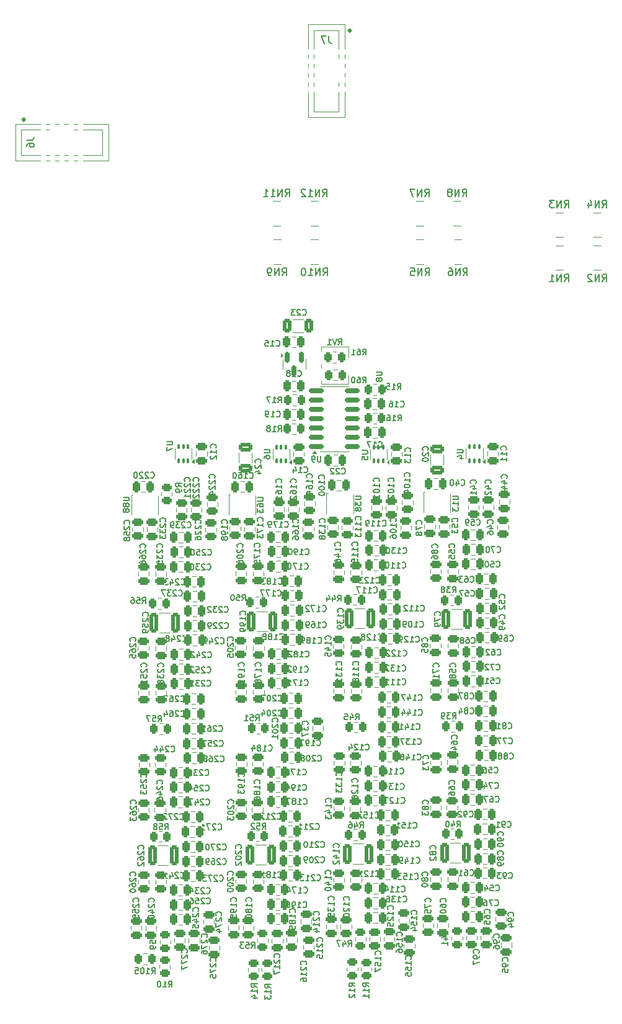
<source format=gbo>
G04 #@! TF.GenerationSoftware,KiCad,Pcbnew,8.0.1-8.0.1-1~ubuntu22.04.1*
G04 #@! TF.CreationDate,2024-04-29T17:17:20+02:00*
G04 #@! TF.ProjectId,0xaxe,30786178-652e-46b6-9963-61645f706362,302*
G04 #@! TF.SameCoordinates,Original*
G04 #@! TF.FileFunction,Legend,Bot*
G04 #@! TF.FilePolarity,Positive*
%FSLAX46Y46*%
G04 Gerber Fmt 4.6, Leading zero omitted, Abs format (unit mm)*
G04 Created by KiCad (PCBNEW 8.0.1-8.0.1-1~ubuntu22.04.1) date 2024-04-29 17:17:20*
%MOMM*%
%LPD*%
G01*
G04 APERTURE LIST*
G04 Aperture macros list*
%AMRoundRect*
0 Rectangle with rounded corners*
0 $1 Rounding radius*
0 $2 $3 $4 $5 $6 $7 $8 $9 X,Y pos of 4 corners*
0 Add a 4 corners polygon primitive as box body*
4,1,4,$2,$3,$4,$5,$6,$7,$8,$9,$2,$3,0*
0 Add four circle primitives for the rounded corners*
1,1,$1+$1,$2,$3*
1,1,$1+$1,$4,$5*
1,1,$1+$1,$6,$7*
1,1,$1+$1,$8,$9*
0 Add four rect primitives between the rounded corners*
20,1,$1+$1,$2,$3,$4,$5,0*
20,1,$1+$1,$4,$5,$6,$7,0*
20,1,$1+$1,$6,$7,$8,$9,0*
20,1,$1+$1,$8,$9,$2,$3,0*%
G04 Aperture macros list end*
%ADD10C,0.325000*%
%ADD11C,0.150000*%
%ADD12C,0.120000*%
%ADD13C,4.300000*%
%ADD14C,1.500000*%
%ADD15C,3.500000*%
%ADD16C,0.800000*%
%ADD17C,6.400000*%
%ADD18C,3.600000*%
%ADD19O,2.030000X1.730000*%
%ADD20R,2.030000X1.730000*%
%ADD21C,1.100000*%
%ADD22O,1.000000X1.800000*%
%ADD23O,1.000000X2.100000*%
%ADD24C,0.650000*%
%ADD25R,2.600000X2.600000*%
%ADD26C,2.600000*%
%ADD27RoundRect,0.250000X0.475000X-0.250000X0.475000X0.250000X-0.475000X0.250000X-0.475000X-0.250000X0*%
%ADD28RoundRect,0.250000X0.250000X0.475000X-0.250000X0.475000X-0.250000X-0.475000X0.250000X-0.475000X0*%
%ADD29RoundRect,0.250000X-0.475000X0.250000X-0.475000X-0.250000X0.475000X-0.250000X0.475000X0.250000X0*%
%ADD30RoundRect,0.250000X-0.250000X-0.475000X0.250000X-0.475000X0.250000X0.475000X-0.250000X0.475000X0*%
%ADD31RoundRect,0.250000X0.325000X1.100000X-0.325000X1.100000X-0.325000X-1.100000X0.325000X-1.100000X0*%
%ADD32R,0.800000X0.500000*%
%ADD33R,0.800000X0.400000*%
%ADD34RoundRect,0.250000X-0.262500X-0.450000X0.262500X-0.450000X0.262500X0.450000X-0.262500X0.450000X0*%
%ADD35RoundRect,0.150000X-0.150000X0.587500X-0.150000X-0.587500X0.150000X-0.587500X0.150000X0.587500X0*%
%ADD36RoundRect,0.250000X0.262500X0.450000X-0.262500X0.450000X-0.262500X-0.450000X0.262500X-0.450000X0*%
%ADD37R,1.000000X0.900000*%
%ADD38RoundRect,0.250000X0.650000X-0.325000X0.650000X0.325000X-0.650000X0.325000X-0.650000X-0.325000X0*%
%ADD39RoundRect,0.250000X0.450000X-0.262500X0.450000X0.262500X-0.450000X0.262500X-0.450000X-0.262500X0*%
%ADD40RoundRect,0.250000X-0.450000X0.262500X-0.450000X-0.262500X0.450000X-0.262500X0.450000X0.262500X0*%
%ADD41R,1.900000X1.300000*%
%ADD42R,1.900000X2.000000*%
%ADD43R,0.650000X2.760000*%
%ADD44RoundRect,0.100000X0.100000X-0.225000X0.100000X0.225000X-0.100000X0.225000X-0.100000X-0.225000X0*%
%ADD45RoundRect,0.250000X0.325000X0.650000X-0.325000X0.650000X-0.325000X-0.650000X0.325000X-0.650000X0*%
%ADD46RoundRect,0.150000X-0.825000X-0.150000X0.825000X-0.150000X0.825000X0.150000X-0.825000X0.150000X0*%
%ADD47R,2.760000X0.650000*%
G04 APERTURE END LIST*
D10*
X54112500Y-38950000D02*
G75*
G02*
X53787500Y-38950000I-162500J0D01*
G01*
X53787500Y-38950000D02*
G75*
G02*
X54112500Y-38950000I162500J0D01*
G01*
X98612500Y-26800000D02*
G75*
G02*
X98287500Y-26800000I-162500J0D01*
G01*
X98287500Y-26800000D02*
G75*
G02*
X98612500Y-26800000I162500J0D01*
G01*
D11*
X102008237Y-142186004D02*
X102046333Y-142224100D01*
X102046333Y-142224100D02*
X102160618Y-142262195D01*
X102160618Y-142262195D02*
X102236809Y-142262195D01*
X102236809Y-142262195D02*
X102351095Y-142224100D01*
X102351095Y-142224100D02*
X102427285Y-142147909D01*
X102427285Y-142147909D02*
X102465380Y-142071719D01*
X102465380Y-142071719D02*
X102503476Y-141919338D01*
X102503476Y-141919338D02*
X102503476Y-141805052D01*
X102503476Y-141805052D02*
X102465380Y-141652671D01*
X102465380Y-141652671D02*
X102427285Y-141576480D01*
X102427285Y-141576480D02*
X102351095Y-141500290D01*
X102351095Y-141500290D02*
X102236809Y-141462195D01*
X102236809Y-141462195D02*
X102160618Y-141462195D01*
X102160618Y-141462195D02*
X102046333Y-141500290D01*
X102046333Y-141500290D02*
X102008237Y-141538385D01*
X101246333Y-142262195D02*
X101703476Y-142262195D01*
X101474904Y-142262195D02*
X101474904Y-141462195D01*
X101474904Y-141462195D02*
X101551095Y-141576480D01*
X101551095Y-141576480D02*
X101627285Y-141652671D01*
X101627285Y-141652671D02*
X101703476Y-141690766D01*
X100941571Y-141538385D02*
X100903475Y-141500290D01*
X100903475Y-141500290D02*
X100827285Y-141462195D01*
X100827285Y-141462195D02*
X100636809Y-141462195D01*
X100636809Y-141462195D02*
X100560618Y-141500290D01*
X100560618Y-141500290D02*
X100522523Y-141538385D01*
X100522523Y-141538385D02*
X100484428Y-141614576D01*
X100484428Y-141614576D02*
X100484428Y-141690766D01*
X100484428Y-141690766D02*
X100522523Y-141805052D01*
X100522523Y-141805052D02*
X100979666Y-142262195D01*
X100979666Y-142262195D02*
X100484428Y-142262195D01*
X99722523Y-142262195D02*
X100179666Y-142262195D01*
X99951094Y-142262195D02*
X99951094Y-141462195D01*
X99951094Y-141462195D02*
X100027285Y-141576480D01*
X100027285Y-141576480D02*
X100103475Y-141652671D01*
X100103475Y-141652671D02*
X100179666Y-141690766D01*
X92369237Y-112240004D02*
X92407333Y-112278100D01*
X92407333Y-112278100D02*
X92521618Y-112316195D01*
X92521618Y-112316195D02*
X92597809Y-112316195D01*
X92597809Y-112316195D02*
X92712095Y-112278100D01*
X92712095Y-112278100D02*
X92788285Y-112201909D01*
X92788285Y-112201909D02*
X92826380Y-112125719D01*
X92826380Y-112125719D02*
X92864476Y-111973338D01*
X92864476Y-111973338D02*
X92864476Y-111859052D01*
X92864476Y-111859052D02*
X92826380Y-111706671D01*
X92826380Y-111706671D02*
X92788285Y-111630480D01*
X92788285Y-111630480D02*
X92712095Y-111554290D01*
X92712095Y-111554290D02*
X92597809Y-111516195D01*
X92597809Y-111516195D02*
X92521618Y-111516195D01*
X92521618Y-111516195D02*
X92407333Y-111554290D01*
X92407333Y-111554290D02*
X92369237Y-111592385D01*
X91607333Y-112316195D02*
X92064476Y-112316195D01*
X91835904Y-112316195D02*
X91835904Y-111516195D01*
X91835904Y-111516195D02*
X91912095Y-111630480D01*
X91912095Y-111630480D02*
X91988285Y-111706671D01*
X91988285Y-111706671D02*
X92064476Y-111744766D01*
X91150190Y-111859052D02*
X91226380Y-111820957D01*
X91226380Y-111820957D02*
X91264475Y-111782861D01*
X91264475Y-111782861D02*
X91302571Y-111706671D01*
X91302571Y-111706671D02*
X91302571Y-111668576D01*
X91302571Y-111668576D02*
X91264475Y-111592385D01*
X91264475Y-111592385D02*
X91226380Y-111554290D01*
X91226380Y-111554290D02*
X91150190Y-111516195D01*
X91150190Y-111516195D02*
X90997809Y-111516195D01*
X90997809Y-111516195D02*
X90921618Y-111554290D01*
X90921618Y-111554290D02*
X90883523Y-111592385D01*
X90883523Y-111592385D02*
X90845428Y-111668576D01*
X90845428Y-111668576D02*
X90845428Y-111706671D01*
X90845428Y-111706671D02*
X90883523Y-111782861D01*
X90883523Y-111782861D02*
X90921618Y-111820957D01*
X90921618Y-111820957D02*
X90997809Y-111859052D01*
X90997809Y-111859052D02*
X91150190Y-111859052D01*
X91150190Y-111859052D02*
X91226380Y-111897147D01*
X91226380Y-111897147D02*
X91264475Y-111935242D01*
X91264475Y-111935242D02*
X91302571Y-112011433D01*
X91302571Y-112011433D02*
X91302571Y-112163814D01*
X91302571Y-112163814D02*
X91264475Y-112240004D01*
X91264475Y-112240004D02*
X91226380Y-112278100D01*
X91226380Y-112278100D02*
X91150190Y-112316195D01*
X91150190Y-112316195D02*
X90997809Y-112316195D01*
X90997809Y-112316195D02*
X90921618Y-112278100D01*
X90921618Y-112278100D02*
X90883523Y-112240004D01*
X90883523Y-112240004D02*
X90845428Y-112163814D01*
X90845428Y-112163814D02*
X90845428Y-112011433D01*
X90845428Y-112011433D02*
X90883523Y-111935242D01*
X90883523Y-111935242D02*
X90921618Y-111897147D01*
X90921618Y-111897147D02*
X90997809Y-111859052D01*
X90540666Y-111592385D02*
X90502570Y-111554290D01*
X90502570Y-111554290D02*
X90426380Y-111516195D01*
X90426380Y-111516195D02*
X90235904Y-111516195D01*
X90235904Y-111516195D02*
X90159713Y-111554290D01*
X90159713Y-111554290D02*
X90121618Y-111592385D01*
X90121618Y-111592385D02*
X90083523Y-111668576D01*
X90083523Y-111668576D02*
X90083523Y-111744766D01*
X90083523Y-111744766D02*
X90121618Y-111859052D01*
X90121618Y-111859052D02*
X90578761Y-112316195D01*
X90578761Y-112316195D02*
X90083523Y-112316195D01*
X80769237Y-126515004D02*
X80807333Y-126553100D01*
X80807333Y-126553100D02*
X80921618Y-126591195D01*
X80921618Y-126591195D02*
X80997809Y-126591195D01*
X80997809Y-126591195D02*
X81112095Y-126553100D01*
X81112095Y-126553100D02*
X81188285Y-126476909D01*
X81188285Y-126476909D02*
X81226380Y-126400719D01*
X81226380Y-126400719D02*
X81264476Y-126248338D01*
X81264476Y-126248338D02*
X81264476Y-126134052D01*
X81264476Y-126134052D02*
X81226380Y-125981671D01*
X81226380Y-125981671D02*
X81188285Y-125905480D01*
X81188285Y-125905480D02*
X81112095Y-125829290D01*
X81112095Y-125829290D02*
X80997809Y-125791195D01*
X80997809Y-125791195D02*
X80921618Y-125791195D01*
X80921618Y-125791195D02*
X80807333Y-125829290D01*
X80807333Y-125829290D02*
X80769237Y-125867385D01*
X80464476Y-125867385D02*
X80426380Y-125829290D01*
X80426380Y-125829290D02*
X80350190Y-125791195D01*
X80350190Y-125791195D02*
X80159714Y-125791195D01*
X80159714Y-125791195D02*
X80083523Y-125829290D01*
X80083523Y-125829290D02*
X80045428Y-125867385D01*
X80045428Y-125867385D02*
X80007333Y-125943576D01*
X80007333Y-125943576D02*
X80007333Y-126019766D01*
X80007333Y-126019766D02*
X80045428Y-126134052D01*
X80045428Y-126134052D02*
X80502571Y-126591195D01*
X80502571Y-126591195D02*
X80007333Y-126591195D01*
X79321618Y-125791195D02*
X79473999Y-125791195D01*
X79473999Y-125791195D02*
X79550190Y-125829290D01*
X79550190Y-125829290D02*
X79588285Y-125867385D01*
X79588285Y-125867385D02*
X79664475Y-125981671D01*
X79664475Y-125981671D02*
X79702571Y-126134052D01*
X79702571Y-126134052D02*
X79702571Y-126438814D01*
X79702571Y-126438814D02*
X79664475Y-126515004D01*
X79664475Y-126515004D02*
X79626380Y-126553100D01*
X79626380Y-126553100D02*
X79550190Y-126591195D01*
X79550190Y-126591195D02*
X79397809Y-126591195D01*
X79397809Y-126591195D02*
X79321618Y-126553100D01*
X79321618Y-126553100D02*
X79283523Y-126515004D01*
X79283523Y-126515004D02*
X79245428Y-126438814D01*
X79245428Y-126438814D02*
X79245428Y-126248338D01*
X79245428Y-126248338D02*
X79283523Y-126172147D01*
X79283523Y-126172147D02*
X79321618Y-126134052D01*
X79321618Y-126134052D02*
X79397809Y-126095957D01*
X79397809Y-126095957D02*
X79550190Y-126095957D01*
X79550190Y-126095957D02*
X79626380Y-126134052D01*
X79626380Y-126134052D02*
X79664475Y-126172147D01*
X79664475Y-126172147D02*
X79702571Y-126248338D01*
X78788285Y-126134052D02*
X78864475Y-126095957D01*
X78864475Y-126095957D02*
X78902570Y-126057861D01*
X78902570Y-126057861D02*
X78940666Y-125981671D01*
X78940666Y-125981671D02*
X78940666Y-125943576D01*
X78940666Y-125943576D02*
X78902570Y-125867385D01*
X78902570Y-125867385D02*
X78864475Y-125829290D01*
X78864475Y-125829290D02*
X78788285Y-125791195D01*
X78788285Y-125791195D02*
X78635904Y-125791195D01*
X78635904Y-125791195D02*
X78559713Y-125829290D01*
X78559713Y-125829290D02*
X78521618Y-125867385D01*
X78521618Y-125867385D02*
X78483523Y-125943576D01*
X78483523Y-125943576D02*
X78483523Y-125981671D01*
X78483523Y-125981671D02*
X78521618Y-126057861D01*
X78521618Y-126057861D02*
X78559713Y-126095957D01*
X78559713Y-126095957D02*
X78635904Y-126134052D01*
X78635904Y-126134052D02*
X78788285Y-126134052D01*
X78788285Y-126134052D02*
X78864475Y-126172147D01*
X78864475Y-126172147D02*
X78902570Y-126210242D01*
X78902570Y-126210242D02*
X78940666Y-126286433D01*
X78940666Y-126286433D02*
X78940666Y-126438814D01*
X78940666Y-126438814D02*
X78902570Y-126515004D01*
X78902570Y-126515004D02*
X78864475Y-126553100D01*
X78864475Y-126553100D02*
X78788285Y-126591195D01*
X78788285Y-126591195D02*
X78635904Y-126591195D01*
X78635904Y-126591195D02*
X78559713Y-126553100D01*
X78559713Y-126553100D02*
X78521618Y-126515004D01*
X78521618Y-126515004D02*
X78483523Y-126438814D01*
X78483523Y-126438814D02*
X78483523Y-126286433D01*
X78483523Y-126286433D02*
X78521618Y-126210242D01*
X78521618Y-126210242D02*
X78559713Y-126172147D01*
X78559713Y-126172147D02*
X78635904Y-126134052D01*
X76189904Y-152631362D02*
X76228000Y-152593266D01*
X76228000Y-152593266D02*
X76266095Y-152478981D01*
X76266095Y-152478981D02*
X76266095Y-152402790D01*
X76266095Y-152402790D02*
X76228000Y-152288504D01*
X76228000Y-152288504D02*
X76151809Y-152212314D01*
X76151809Y-152212314D02*
X76075619Y-152174219D01*
X76075619Y-152174219D02*
X75923238Y-152136123D01*
X75923238Y-152136123D02*
X75808952Y-152136123D01*
X75808952Y-152136123D02*
X75656571Y-152174219D01*
X75656571Y-152174219D02*
X75580380Y-152212314D01*
X75580380Y-152212314D02*
X75504190Y-152288504D01*
X75504190Y-152288504D02*
X75466095Y-152402790D01*
X75466095Y-152402790D02*
X75466095Y-152478981D01*
X75466095Y-152478981D02*
X75504190Y-152593266D01*
X75504190Y-152593266D02*
X75542285Y-152631362D01*
X75542285Y-152936123D02*
X75504190Y-152974219D01*
X75504190Y-152974219D02*
X75466095Y-153050409D01*
X75466095Y-153050409D02*
X75466095Y-153240885D01*
X75466095Y-153240885D02*
X75504190Y-153317076D01*
X75504190Y-153317076D02*
X75542285Y-153355171D01*
X75542285Y-153355171D02*
X75618476Y-153393266D01*
X75618476Y-153393266D02*
X75694666Y-153393266D01*
X75694666Y-153393266D02*
X75808952Y-153355171D01*
X75808952Y-153355171D02*
X76266095Y-152898028D01*
X76266095Y-152898028D02*
X76266095Y-153393266D01*
X75466095Y-153659933D02*
X75466095Y-154193267D01*
X75466095Y-154193267D02*
X76266095Y-153850409D01*
X75466095Y-154421838D02*
X75466095Y-154955172D01*
X75466095Y-154955172D02*
X76266095Y-154612314D01*
X81348437Y-106132904D02*
X81386533Y-106171000D01*
X81386533Y-106171000D02*
X81500818Y-106209095D01*
X81500818Y-106209095D02*
X81577009Y-106209095D01*
X81577009Y-106209095D02*
X81691295Y-106171000D01*
X81691295Y-106171000D02*
X81767485Y-106094809D01*
X81767485Y-106094809D02*
X81805580Y-106018619D01*
X81805580Y-106018619D02*
X81843676Y-105866238D01*
X81843676Y-105866238D02*
X81843676Y-105751952D01*
X81843676Y-105751952D02*
X81805580Y-105599571D01*
X81805580Y-105599571D02*
X81767485Y-105523380D01*
X81767485Y-105523380D02*
X81691295Y-105447190D01*
X81691295Y-105447190D02*
X81577009Y-105409095D01*
X81577009Y-105409095D02*
X81500818Y-105409095D01*
X81500818Y-105409095D02*
X81386533Y-105447190D01*
X81386533Y-105447190D02*
X81348437Y-105485285D01*
X81043676Y-105485285D02*
X81005580Y-105447190D01*
X81005580Y-105447190D02*
X80929390Y-105409095D01*
X80929390Y-105409095D02*
X80738914Y-105409095D01*
X80738914Y-105409095D02*
X80662723Y-105447190D01*
X80662723Y-105447190D02*
X80624628Y-105485285D01*
X80624628Y-105485285D02*
X80586533Y-105561476D01*
X80586533Y-105561476D02*
X80586533Y-105637666D01*
X80586533Y-105637666D02*
X80624628Y-105751952D01*
X80624628Y-105751952D02*
X81081771Y-106209095D01*
X81081771Y-106209095D02*
X80586533Y-106209095D01*
X80319866Y-105409095D02*
X79824628Y-105409095D01*
X79824628Y-105409095D02*
X80091294Y-105713857D01*
X80091294Y-105713857D02*
X79977009Y-105713857D01*
X79977009Y-105713857D02*
X79900818Y-105751952D01*
X79900818Y-105751952D02*
X79862723Y-105790047D01*
X79862723Y-105790047D02*
X79824628Y-105866238D01*
X79824628Y-105866238D02*
X79824628Y-106056714D01*
X79824628Y-106056714D02*
X79862723Y-106132904D01*
X79862723Y-106132904D02*
X79900818Y-106171000D01*
X79900818Y-106171000D02*
X79977009Y-106209095D01*
X79977009Y-106209095D02*
X80205580Y-106209095D01*
X80205580Y-106209095D02*
X80281771Y-106171000D01*
X80281771Y-106171000D02*
X80319866Y-106132904D01*
X79519866Y-105485285D02*
X79481770Y-105447190D01*
X79481770Y-105447190D02*
X79405580Y-105409095D01*
X79405580Y-105409095D02*
X79215104Y-105409095D01*
X79215104Y-105409095D02*
X79138913Y-105447190D01*
X79138913Y-105447190D02*
X79100818Y-105485285D01*
X79100818Y-105485285D02*
X79062723Y-105561476D01*
X79062723Y-105561476D02*
X79062723Y-105637666D01*
X79062723Y-105637666D02*
X79100818Y-105751952D01*
X79100818Y-105751952D02*
X79557961Y-106209095D01*
X79557961Y-106209095D02*
X79062723Y-106209095D01*
X75386237Y-118308004D02*
X75424333Y-118346100D01*
X75424333Y-118346100D02*
X75538618Y-118384195D01*
X75538618Y-118384195D02*
X75614809Y-118384195D01*
X75614809Y-118384195D02*
X75729095Y-118346100D01*
X75729095Y-118346100D02*
X75805285Y-118269909D01*
X75805285Y-118269909D02*
X75843380Y-118193719D01*
X75843380Y-118193719D02*
X75881476Y-118041338D01*
X75881476Y-118041338D02*
X75881476Y-117927052D01*
X75881476Y-117927052D02*
X75843380Y-117774671D01*
X75843380Y-117774671D02*
X75805285Y-117698480D01*
X75805285Y-117698480D02*
X75729095Y-117622290D01*
X75729095Y-117622290D02*
X75614809Y-117584195D01*
X75614809Y-117584195D02*
X75538618Y-117584195D01*
X75538618Y-117584195D02*
X75424333Y-117622290D01*
X75424333Y-117622290D02*
X75386237Y-117660385D01*
X75081476Y-117660385D02*
X75043380Y-117622290D01*
X75043380Y-117622290D02*
X74967190Y-117584195D01*
X74967190Y-117584195D02*
X74776714Y-117584195D01*
X74776714Y-117584195D02*
X74700523Y-117622290D01*
X74700523Y-117622290D02*
X74662428Y-117660385D01*
X74662428Y-117660385D02*
X74624333Y-117736576D01*
X74624333Y-117736576D02*
X74624333Y-117812766D01*
X74624333Y-117812766D02*
X74662428Y-117927052D01*
X74662428Y-117927052D02*
X75119571Y-118384195D01*
X75119571Y-118384195D02*
X74624333Y-118384195D01*
X73938618Y-117584195D02*
X74090999Y-117584195D01*
X74090999Y-117584195D02*
X74167190Y-117622290D01*
X74167190Y-117622290D02*
X74205285Y-117660385D01*
X74205285Y-117660385D02*
X74281475Y-117774671D01*
X74281475Y-117774671D02*
X74319571Y-117927052D01*
X74319571Y-117927052D02*
X74319571Y-118231814D01*
X74319571Y-118231814D02*
X74281475Y-118308004D01*
X74281475Y-118308004D02*
X74243380Y-118346100D01*
X74243380Y-118346100D02*
X74167190Y-118384195D01*
X74167190Y-118384195D02*
X74014809Y-118384195D01*
X74014809Y-118384195D02*
X73938618Y-118346100D01*
X73938618Y-118346100D02*
X73900523Y-118308004D01*
X73900523Y-118308004D02*
X73862428Y-118231814D01*
X73862428Y-118231814D02*
X73862428Y-118041338D01*
X73862428Y-118041338D02*
X73900523Y-117965147D01*
X73900523Y-117965147D02*
X73938618Y-117927052D01*
X73938618Y-117927052D02*
X74014809Y-117888957D01*
X74014809Y-117888957D02*
X74167190Y-117888957D01*
X74167190Y-117888957D02*
X74243380Y-117927052D01*
X74243380Y-117927052D02*
X74281475Y-117965147D01*
X74281475Y-117965147D02*
X74319571Y-118041338D01*
X73595761Y-117584195D02*
X73062427Y-117584195D01*
X73062427Y-117584195D02*
X73405285Y-118384195D01*
X118366285Y-144157004D02*
X118404381Y-144195100D01*
X118404381Y-144195100D02*
X118518666Y-144233195D01*
X118518666Y-144233195D02*
X118594857Y-144233195D01*
X118594857Y-144233195D02*
X118709143Y-144195100D01*
X118709143Y-144195100D02*
X118785333Y-144118909D01*
X118785333Y-144118909D02*
X118823428Y-144042719D01*
X118823428Y-144042719D02*
X118861524Y-143890338D01*
X118861524Y-143890338D02*
X118861524Y-143776052D01*
X118861524Y-143776052D02*
X118823428Y-143623671D01*
X118823428Y-143623671D02*
X118785333Y-143547480D01*
X118785333Y-143547480D02*
X118709143Y-143471290D01*
X118709143Y-143471290D02*
X118594857Y-143433195D01*
X118594857Y-143433195D02*
X118518666Y-143433195D01*
X118518666Y-143433195D02*
X118404381Y-143471290D01*
X118404381Y-143471290D02*
X118366285Y-143509385D01*
X117642476Y-143433195D02*
X118023428Y-143433195D01*
X118023428Y-143433195D02*
X118061524Y-143814147D01*
X118061524Y-143814147D02*
X118023428Y-143776052D01*
X118023428Y-143776052D02*
X117947238Y-143737957D01*
X117947238Y-143737957D02*
X117756762Y-143737957D01*
X117756762Y-143737957D02*
X117680571Y-143776052D01*
X117680571Y-143776052D02*
X117642476Y-143814147D01*
X117642476Y-143814147D02*
X117604381Y-143890338D01*
X117604381Y-143890338D02*
X117604381Y-144080814D01*
X117604381Y-144080814D02*
X117642476Y-144157004D01*
X117642476Y-144157004D02*
X117680571Y-144195100D01*
X117680571Y-144195100D02*
X117756762Y-144233195D01*
X117756762Y-144233195D02*
X117947238Y-144233195D01*
X117947238Y-144233195D02*
X118023428Y-144195100D01*
X118023428Y-144195100D02*
X118061524Y-144157004D01*
X116918666Y-143699861D02*
X116918666Y-144233195D01*
X117109142Y-143395100D02*
X117299619Y-143966528D01*
X117299619Y-143966528D02*
X116804380Y-143966528D01*
X75074637Y-103897704D02*
X75112733Y-103935800D01*
X75112733Y-103935800D02*
X75227018Y-103973895D01*
X75227018Y-103973895D02*
X75303209Y-103973895D01*
X75303209Y-103973895D02*
X75417495Y-103935800D01*
X75417495Y-103935800D02*
X75493685Y-103859609D01*
X75493685Y-103859609D02*
X75531780Y-103783419D01*
X75531780Y-103783419D02*
X75569876Y-103631038D01*
X75569876Y-103631038D02*
X75569876Y-103516752D01*
X75569876Y-103516752D02*
X75531780Y-103364371D01*
X75531780Y-103364371D02*
X75493685Y-103288180D01*
X75493685Y-103288180D02*
X75417495Y-103211990D01*
X75417495Y-103211990D02*
X75303209Y-103173895D01*
X75303209Y-103173895D02*
X75227018Y-103173895D01*
X75227018Y-103173895D02*
X75112733Y-103211990D01*
X75112733Y-103211990D02*
X75074637Y-103250085D01*
X74769876Y-103250085D02*
X74731780Y-103211990D01*
X74731780Y-103211990D02*
X74655590Y-103173895D01*
X74655590Y-103173895D02*
X74465114Y-103173895D01*
X74465114Y-103173895D02*
X74388923Y-103211990D01*
X74388923Y-103211990D02*
X74350828Y-103250085D01*
X74350828Y-103250085D02*
X74312733Y-103326276D01*
X74312733Y-103326276D02*
X74312733Y-103402466D01*
X74312733Y-103402466D02*
X74350828Y-103516752D01*
X74350828Y-103516752D02*
X74807971Y-103973895D01*
X74807971Y-103973895D02*
X74312733Y-103973895D01*
X74046066Y-103173895D02*
X73550828Y-103173895D01*
X73550828Y-103173895D02*
X73817494Y-103478657D01*
X73817494Y-103478657D02*
X73703209Y-103478657D01*
X73703209Y-103478657D02*
X73627018Y-103516752D01*
X73627018Y-103516752D02*
X73588923Y-103554847D01*
X73588923Y-103554847D02*
X73550828Y-103631038D01*
X73550828Y-103631038D02*
X73550828Y-103821514D01*
X73550828Y-103821514D02*
X73588923Y-103897704D01*
X73588923Y-103897704D02*
X73627018Y-103935800D01*
X73627018Y-103935800D02*
X73703209Y-103973895D01*
X73703209Y-103973895D02*
X73931780Y-103973895D01*
X73931780Y-103973895D02*
X74007971Y-103935800D01*
X74007971Y-103935800D02*
X74046066Y-103897704D01*
X73284161Y-103173895D02*
X72750827Y-103173895D01*
X72750827Y-103173895D02*
X73093685Y-103973895D01*
X83560104Y-138424662D02*
X83598200Y-138386566D01*
X83598200Y-138386566D02*
X83636295Y-138272281D01*
X83636295Y-138272281D02*
X83636295Y-138196090D01*
X83636295Y-138196090D02*
X83598200Y-138081804D01*
X83598200Y-138081804D02*
X83522009Y-138005614D01*
X83522009Y-138005614D02*
X83445819Y-137967519D01*
X83445819Y-137967519D02*
X83293438Y-137929423D01*
X83293438Y-137929423D02*
X83179152Y-137929423D01*
X83179152Y-137929423D02*
X83026771Y-137967519D01*
X83026771Y-137967519D02*
X82950580Y-138005614D01*
X82950580Y-138005614D02*
X82874390Y-138081804D01*
X82874390Y-138081804D02*
X82836295Y-138196090D01*
X82836295Y-138196090D02*
X82836295Y-138272281D01*
X82836295Y-138272281D02*
X82874390Y-138386566D01*
X82874390Y-138386566D02*
X82912485Y-138424662D01*
X82912485Y-138729423D02*
X82874390Y-138767519D01*
X82874390Y-138767519D02*
X82836295Y-138843709D01*
X82836295Y-138843709D02*
X82836295Y-139034185D01*
X82836295Y-139034185D02*
X82874390Y-139110376D01*
X82874390Y-139110376D02*
X82912485Y-139148471D01*
X82912485Y-139148471D02*
X82988676Y-139186566D01*
X82988676Y-139186566D02*
X83064866Y-139186566D01*
X83064866Y-139186566D02*
X83179152Y-139148471D01*
X83179152Y-139148471D02*
X83636295Y-138691328D01*
X83636295Y-138691328D02*
X83636295Y-139186566D01*
X82836295Y-139681805D02*
X82836295Y-139757995D01*
X82836295Y-139757995D02*
X82874390Y-139834186D01*
X82874390Y-139834186D02*
X82912485Y-139872281D01*
X82912485Y-139872281D02*
X82988676Y-139910376D01*
X82988676Y-139910376D02*
X83141057Y-139948471D01*
X83141057Y-139948471D02*
X83331533Y-139948471D01*
X83331533Y-139948471D02*
X83483914Y-139910376D01*
X83483914Y-139910376D02*
X83560104Y-139872281D01*
X83560104Y-139872281D02*
X83598200Y-139834186D01*
X83598200Y-139834186D02*
X83636295Y-139757995D01*
X83636295Y-139757995D02*
X83636295Y-139681805D01*
X83636295Y-139681805D02*
X83598200Y-139605614D01*
X83598200Y-139605614D02*
X83560104Y-139567519D01*
X83560104Y-139567519D02*
X83483914Y-139529424D01*
X83483914Y-139529424D02*
X83331533Y-139491328D01*
X83331533Y-139491328D02*
X83141057Y-139491328D01*
X83141057Y-139491328D02*
X82988676Y-139529424D01*
X82988676Y-139529424D02*
X82912485Y-139567519D01*
X82912485Y-139567519D02*
X82874390Y-139605614D01*
X82874390Y-139605614D02*
X82836295Y-139681805D01*
X82912485Y-140253233D02*
X82874390Y-140291329D01*
X82874390Y-140291329D02*
X82836295Y-140367519D01*
X82836295Y-140367519D02*
X82836295Y-140557995D01*
X82836295Y-140557995D02*
X82874390Y-140634186D01*
X82874390Y-140634186D02*
X82912485Y-140672281D01*
X82912485Y-140672281D02*
X82988676Y-140710376D01*
X82988676Y-140710376D02*
X83064866Y-140710376D01*
X83064866Y-140710376D02*
X83179152Y-140672281D01*
X83179152Y-140672281D02*
X83636295Y-140215138D01*
X83636295Y-140215138D02*
X83636295Y-140710376D01*
X106672704Y-84250514D02*
X106710800Y-84212418D01*
X106710800Y-84212418D02*
X106748895Y-84098133D01*
X106748895Y-84098133D02*
X106748895Y-84021942D01*
X106748895Y-84021942D02*
X106710800Y-83907656D01*
X106710800Y-83907656D02*
X106634609Y-83831466D01*
X106634609Y-83831466D02*
X106558419Y-83793371D01*
X106558419Y-83793371D02*
X106406038Y-83755275D01*
X106406038Y-83755275D02*
X106291752Y-83755275D01*
X106291752Y-83755275D02*
X106139371Y-83793371D01*
X106139371Y-83793371D02*
X106063180Y-83831466D01*
X106063180Y-83831466D02*
X105986990Y-83907656D01*
X105986990Y-83907656D02*
X105948895Y-84021942D01*
X105948895Y-84021942D02*
X105948895Y-84098133D01*
X105948895Y-84098133D02*
X105986990Y-84212418D01*
X105986990Y-84212418D02*
X106025085Y-84250514D01*
X106748895Y-85012418D02*
X106748895Y-84555275D01*
X106748895Y-84783847D02*
X105948895Y-84783847D01*
X105948895Y-84783847D02*
X106063180Y-84707656D01*
X106063180Y-84707656D02*
X106139371Y-84631466D01*
X106139371Y-84631466D02*
X106177466Y-84555275D01*
X105948895Y-85279085D02*
X105948895Y-85774323D01*
X105948895Y-85774323D02*
X106253657Y-85507657D01*
X106253657Y-85507657D02*
X106253657Y-85621942D01*
X106253657Y-85621942D02*
X106291752Y-85698133D01*
X106291752Y-85698133D02*
X106329847Y-85736228D01*
X106329847Y-85736228D02*
X106406038Y-85774323D01*
X106406038Y-85774323D02*
X106596514Y-85774323D01*
X106596514Y-85774323D02*
X106672704Y-85736228D01*
X106672704Y-85736228D02*
X106710800Y-85698133D01*
X106710800Y-85698133D02*
X106748895Y-85621942D01*
X106748895Y-85621942D02*
X106748895Y-85393371D01*
X106748895Y-85393371D02*
X106710800Y-85317180D01*
X106710800Y-85317180D02*
X106672704Y-85279085D01*
X80469237Y-135815004D02*
X80507333Y-135853100D01*
X80507333Y-135853100D02*
X80621618Y-135891195D01*
X80621618Y-135891195D02*
X80697809Y-135891195D01*
X80697809Y-135891195D02*
X80812095Y-135853100D01*
X80812095Y-135853100D02*
X80888285Y-135776909D01*
X80888285Y-135776909D02*
X80926380Y-135700719D01*
X80926380Y-135700719D02*
X80964476Y-135548338D01*
X80964476Y-135548338D02*
X80964476Y-135434052D01*
X80964476Y-135434052D02*
X80926380Y-135281671D01*
X80926380Y-135281671D02*
X80888285Y-135205480D01*
X80888285Y-135205480D02*
X80812095Y-135129290D01*
X80812095Y-135129290D02*
X80697809Y-135091195D01*
X80697809Y-135091195D02*
X80621618Y-135091195D01*
X80621618Y-135091195D02*
X80507333Y-135129290D01*
X80507333Y-135129290D02*
X80469237Y-135167385D01*
X80164476Y-135167385D02*
X80126380Y-135129290D01*
X80126380Y-135129290D02*
X80050190Y-135091195D01*
X80050190Y-135091195D02*
X79859714Y-135091195D01*
X79859714Y-135091195D02*
X79783523Y-135129290D01*
X79783523Y-135129290D02*
X79745428Y-135167385D01*
X79745428Y-135167385D02*
X79707333Y-135243576D01*
X79707333Y-135243576D02*
X79707333Y-135319766D01*
X79707333Y-135319766D02*
X79745428Y-135434052D01*
X79745428Y-135434052D02*
X80202571Y-135891195D01*
X80202571Y-135891195D02*
X79707333Y-135891195D01*
X79440666Y-135091195D02*
X78907332Y-135091195D01*
X78907332Y-135091195D02*
X79250190Y-135891195D01*
X78183523Y-135891195D02*
X78640666Y-135891195D01*
X78412094Y-135891195D02*
X78412094Y-135091195D01*
X78412094Y-135091195D02*
X78488285Y-135205480D01*
X78488285Y-135205480D02*
X78564475Y-135281671D01*
X78564475Y-135281671D02*
X78640666Y-135319766D01*
X78742237Y-130507104D02*
X78780333Y-130545200D01*
X78780333Y-130545200D02*
X78894618Y-130583295D01*
X78894618Y-130583295D02*
X78970809Y-130583295D01*
X78970809Y-130583295D02*
X79085095Y-130545200D01*
X79085095Y-130545200D02*
X79161285Y-130469009D01*
X79161285Y-130469009D02*
X79199380Y-130392819D01*
X79199380Y-130392819D02*
X79237476Y-130240438D01*
X79237476Y-130240438D02*
X79237476Y-130126152D01*
X79237476Y-130126152D02*
X79199380Y-129973771D01*
X79199380Y-129973771D02*
X79161285Y-129897580D01*
X79161285Y-129897580D02*
X79085095Y-129821390D01*
X79085095Y-129821390D02*
X78970809Y-129783295D01*
X78970809Y-129783295D02*
X78894618Y-129783295D01*
X78894618Y-129783295D02*
X78780333Y-129821390D01*
X78780333Y-129821390D02*
X78742237Y-129859485D01*
X78437476Y-129859485D02*
X78399380Y-129821390D01*
X78399380Y-129821390D02*
X78323190Y-129783295D01*
X78323190Y-129783295D02*
X78132714Y-129783295D01*
X78132714Y-129783295D02*
X78056523Y-129821390D01*
X78056523Y-129821390D02*
X78018428Y-129859485D01*
X78018428Y-129859485D02*
X77980333Y-129935676D01*
X77980333Y-129935676D02*
X77980333Y-130011866D01*
X77980333Y-130011866D02*
X78018428Y-130126152D01*
X78018428Y-130126152D02*
X78475571Y-130583295D01*
X78475571Y-130583295D02*
X77980333Y-130583295D01*
X77256523Y-129783295D02*
X77637475Y-129783295D01*
X77637475Y-129783295D02*
X77675571Y-130164247D01*
X77675571Y-130164247D02*
X77637475Y-130126152D01*
X77637475Y-130126152D02*
X77561285Y-130088057D01*
X77561285Y-130088057D02*
X77370809Y-130088057D01*
X77370809Y-130088057D02*
X77294618Y-130126152D01*
X77294618Y-130126152D02*
X77256523Y-130164247D01*
X77256523Y-130164247D02*
X77218428Y-130240438D01*
X77218428Y-130240438D02*
X77218428Y-130430914D01*
X77218428Y-130430914D02*
X77256523Y-130507104D01*
X77256523Y-130507104D02*
X77294618Y-130545200D01*
X77294618Y-130545200D02*
X77370809Y-130583295D01*
X77370809Y-130583295D02*
X77561285Y-130583295D01*
X77561285Y-130583295D02*
X77637475Y-130545200D01*
X77637475Y-130545200D02*
X77675571Y-130507104D01*
X76532713Y-130049961D02*
X76532713Y-130583295D01*
X76723189Y-129745200D02*
X76913666Y-130316628D01*
X76913666Y-130316628D02*
X76418427Y-130316628D01*
X74033237Y-125182904D02*
X74071333Y-125221000D01*
X74071333Y-125221000D02*
X74185618Y-125259095D01*
X74185618Y-125259095D02*
X74261809Y-125259095D01*
X74261809Y-125259095D02*
X74376095Y-125221000D01*
X74376095Y-125221000D02*
X74452285Y-125144809D01*
X74452285Y-125144809D02*
X74490380Y-125068619D01*
X74490380Y-125068619D02*
X74528476Y-124916238D01*
X74528476Y-124916238D02*
X74528476Y-124801952D01*
X74528476Y-124801952D02*
X74490380Y-124649571D01*
X74490380Y-124649571D02*
X74452285Y-124573380D01*
X74452285Y-124573380D02*
X74376095Y-124497190D01*
X74376095Y-124497190D02*
X74261809Y-124459095D01*
X74261809Y-124459095D02*
X74185618Y-124459095D01*
X74185618Y-124459095D02*
X74071333Y-124497190D01*
X74071333Y-124497190D02*
X74033237Y-124535285D01*
X73728476Y-124535285D02*
X73690380Y-124497190D01*
X73690380Y-124497190D02*
X73614190Y-124459095D01*
X73614190Y-124459095D02*
X73423714Y-124459095D01*
X73423714Y-124459095D02*
X73347523Y-124497190D01*
X73347523Y-124497190D02*
X73309428Y-124535285D01*
X73309428Y-124535285D02*
X73271333Y-124611476D01*
X73271333Y-124611476D02*
X73271333Y-124687666D01*
X73271333Y-124687666D02*
X73309428Y-124801952D01*
X73309428Y-124801952D02*
X73766571Y-125259095D01*
X73766571Y-125259095D02*
X73271333Y-125259095D01*
X72585618Y-124725761D02*
X72585618Y-125259095D01*
X72776094Y-124421000D02*
X72966571Y-124992428D01*
X72966571Y-124992428D02*
X72471332Y-124992428D01*
X71823713Y-124725761D02*
X71823713Y-125259095D01*
X72014189Y-124421000D02*
X72204666Y-124992428D01*
X72204666Y-124992428D02*
X71709427Y-124992428D01*
X87342837Y-125030504D02*
X87380933Y-125068600D01*
X87380933Y-125068600D02*
X87495218Y-125106695D01*
X87495218Y-125106695D02*
X87571409Y-125106695D01*
X87571409Y-125106695D02*
X87685695Y-125068600D01*
X87685695Y-125068600D02*
X87761885Y-124992409D01*
X87761885Y-124992409D02*
X87799980Y-124916219D01*
X87799980Y-124916219D02*
X87838076Y-124763838D01*
X87838076Y-124763838D02*
X87838076Y-124649552D01*
X87838076Y-124649552D02*
X87799980Y-124497171D01*
X87799980Y-124497171D02*
X87761885Y-124420980D01*
X87761885Y-124420980D02*
X87685695Y-124344790D01*
X87685695Y-124344790D02*
X87571409Y-124306695D01*
X87571409Y-124306695D02*
X87495218Y-124306695D01*
X87495218Y-124306695D02*
X87380933Y-124344790D01*
X87380933Y-124344790D02*
X87342837Y-124382885D01*
X86580933Y-125106695D02*
X87038076Y-125106695D01*
X86809504Y-125106695D02*
X86809504Y-124306695D01*
X86809504Y-124306695D02*
X86885695Y-124420980D01*
X86885695Y-124420980D02*
X86961885Y-124497171D01*
X86961885Y-124497171D02*
X87038076Y-124535266D01*
X86123790Y-124649552D02*
X86199980Y-124611457D01*
X86199980Y-124611457D02*
X86238075Y-124573361D01*
X86238075Y-124573361D02*
X86276171Y-124497171D01*
X86276171Y-124497171D02*
X86276171Y-124459076D01*
X86276171Y-124459076D02*
X86238075Y-124382885D01*
X86238075Y-124382885D02*
X86199980Y-124344790D01*
X86199980Y-124344790D02*
X86123790Y-124306695D01*
X86123790Y-124306695D02*
X85971409Y-124306695D01*
X85971409Y-124306695D02*
X85895218Y-124344790D01*
X85895218Y-124344790D02*
X85857123Y-124382885D01*
X85857123Y-124382885D02*
X85819028Y-124459076D01*
X85819028Y-124459076D02*
X85819028Y-124497171D01*
X85819028Y-124497171D02*
X85857123Y-124573361D01*
X85857123Y-124573361D02*
X85895218Y-124611457D01*
X85895218Y-124611457D02*
X85971409Y-124649552D01*
X85971409Y-124649552D02*
X86123790Y-124649552D01*
X86123790Y-124649552D02*
X86199980Y-124687647D01*
X86199980Y-124687647D02*
X86238075Y-124725742D01*
X86238075Y-124725742D02*
X86276171Y-124801933D01*
X86276171Y-124801933D02*
X86276171Y-124954314D01*
X86276171Y-124954314D02*
X86238075Y-125030504D01*
X86238075Y-125030504D02*
X86199980Y-125068600D01*
X86199980Y-125068600D02*
X86123790Y-125106695D01*
X86123790Y-125106695D02*
X85971409Y-125106695D01*
X85971409Y-125106695D02*
X85895218Y-125068600D01*
X85895218Y-125068600D02*
X85857123Y-125030504D01*
X85857123Y-125030504D02*
X85819028Y-124954314D01*
X85819028Y-124954314D02*
X85819028Y-124801933D01*
X85819028Y-124801933D02*
X85857123Y-124725742D01*
X85857123Y-124725742D02*
X85895218Y-124687647D01*
X85895218Y-124687647D02*
X85971409Y-124649552D01*
X85133313Y-124573361D02*
X85133313Y-125106695D01*
X85323789Y-124268600D02*
X85514266Y-124840028D01*
X85514266Y-124840028D02*
X85019027Y-124840028D01*
X80669237Y-142815004D02*
X80707333Y-142853100D01*
X80707333Y-142853100D02*
X80821618Y-142891195D01*
X80821618Y-142891195D02*
X80897809Y-142891195D01*
X80897809Y-142891195D02*
X81012095Y-142853100D01*
X81012095Y-142853100D02*
X81088285Y-142776909D01*
X81088285Y-142776909D02*
X81126380Y-142700719D01*
X81126380Y-142700719D02*
X81164476Y-142548338D01*
X81164476Y-142548338D02*
X81164476Y-142434052D01*
X81164476Y-142434052D02*
X81126380Y-142281671D01*
X81126380Y-142281671D02*
X81088285Y-142205480D01*
X81088285Y-142205480D02*
X81012095Y-142129290D01*
X81012095Y-142129290D02*
X80897809Y-142091195D01*
X80897809Y-142091195D02*
X80821618Y-142091195D01*
X80821618Y-142091195D02*
X80707333Y-142129290D01*
X80707333Y-142129290D02*
X80669237Y-142167385D01*
X80364476Y-142167385D02*
X80326380Y-142129290D01*
X80326380Y-142129290D02*
X80250190Y-142091195D01*
X80250190Y-142091195D02*
X80059714Y-142091195D01*
X80059714Y-142091195D02*
X79983523Y-142129290D01*
X79983523Y-142129290D02*
X79945428Y-142167385D01*
X79945428Y-142167385D02*
X79907333Y-142243576D01*
X79907333Y-142243576D02*
X79907333Y-142319766D01*
X79907333Y-142319766D02*
X79945428Y-142434052D01*
X79945428Y-142434052D02*
X80402571Y-142891195D01*
X80402571Y-142891195D02*
X79907333Y-142891195D01*
X79640666Y-142091195D02*
X79107332Y-142091195D01*
X79107332Y-142091195D02*
X79450190Y-142891195D01*
X78878761Y-142091195D02*
X78383523Y-142091195D01*
X78383523Y-142091195D02*
X78650189Y-142395957D01*
X78650189Y-142395957D02*
X78535904Y-142395957D01*
X78535904Y-142395957D02*
X78459713Y-142434052D01*
X78459713Y-142434052D02*
X78421618Y-142472147D01*
X78421618Y-142472147D02*
X78383523Y-142548338D01*
X78383523Y-142548338D02*
X78383523Y-142738814D01*
X78383523Y-142738814D02*
X78421618Y-142815004D01*
X78421618Y-142815004D02*
X78459713Y-142853100D01*
X78459713Y-142853100D02*
X78535904Y-142891195D01*
X78535904Y-142891195D02*
X78764475Y-142891195D01*
X78764475Y-142891195D02*
X78840666Y-142853100D01*
X78840666Y-142853100D02*
X78878761Y-142815004D01*
X92269237Y-116140004D02*
X92307333Y-116178100D01*
X92307333Y-116178100D02*
X92421618Y-116216195D01*
X92421618Y-116216195D02*
X92497809Y-116216195D01*
X92497809Y-116216195D02*
X92612095Y-116178100D01*
X92612095Y-116178100D02*
X92688285Y-116101909D01*
X92688285Y-116101909D02*
X92726380Y-116025719D01*
X92726380Y-116025719D02*
X92764476Y-115873338D01*
X92764476Y-115873338D02*
X92764476Y-115759052D01*
X92764476Y-115759052D02*
X92726380Y-115606671D01*
X92726380Y-115606671D02*
X92688285Y-115530480D01*
X92688285Y-115530480D02*
X92612095Y-115454290D01*
X92612095Y-115454290D02*
X92497809Y-115416195D01*
X92497809Y-115416195D02*
X92421618Y-115416195D01*
X92421618Y-115416195D02*
X92307333Y-115454290D01*
X92307333Y-115454290D02*
X92269237Y-115492385D01*
X91507333Y-116216195D02*
X91964476Y-116216195D01*
X91735904Y-116216195D02*
X91735904Y-115416195D01*
X91735904Y-115416195D02*
X91812095Y-115530480D01*
X91812095Y-115530480D02*
X91888285Y-115606671D01*
X91888285Y-115606671D02*
X91964476Y-115644766D01*
X91240666Y-115416195D02*
X90707332Y-115416195D01*
X90707332Y-115416195D02*
X91050190Y-116216195D01*
X89983523Y-116216195D02*
X90440666Y-116216195D01*
X90212094Y-116216195D02*
X90212094Y-115416195D01*
X90212094Y-115416195D02*
X90288285Y-115530480D01*
X90288285Y-115530480D02*
X90364475Y-115606671D01*
X90364475Y-115606671D02*
X90440666Y-115644766D01*
X107510437Y-140372104D02*
X107548533Y-140410200D01*
X107548533Y-140410200D02*
X107662818Y-140448295D01*
X107662818Y-140448295D02*
X107739009Y-140448295D01*
X107739009Y-140448295D02*
X107853295Y-140410200D01*
X107853295Y-140410200D02*
X107929485Y-140334009D01*
X107929485Y-140334009D02*
X107967580Y-140257819D01*
X107967580Y-140257819D02*
X108005676Y-140105438D01*
X108005676Y-140105438D02*
X108005676Y-139991152D01*
X108005676Y-139991152D02*
X107967580Y-139838771D01*
X107967580Y-139838771D02*
X107929485Y-139762580D01*
X107929485Y-139762580D02*
X107853295Y-139686390D01*
X107853295Y-139686390D02*
X107739009Y-139648295D01*
X107739009Y-139648295D02*
X107662818Y-139648295D01*
X107662818Y-139648295D02*
X107548533Y-139686390D01*
X107548533Y-139686390D02*
X107510437Y-139724485D01*
X106748533Y-140448295D02*
X107205676Y-140448295D01*
X106977104Y-140448295D02*
X106977104Y-139648295D01*
X106977104Y-139648295D02*
X107053295Y-139762580D01*
X107053295Y-139762580D02*
X107129485Y-139838771D01*
X107129485Y-139838771D02*
X107205676Y-139876866D01*
X106062818Y-139914961D02*
X106062818Y-140448295D01*
X106253294Y-139610200D02*
X106443771Y-140181628D01*
X106443771Y-140181628D02*
X105948532Y-140181628D01*
X105605675Y-140448295D02*
X105453294Y-140448295D01*
X105453294Y-140448295D02*
X105377104Y-140410200D01*
X105377104Y-140410200D02*
X105339008Y-140372104D01*
X105339008Y-140372104D02*
X105262818Y-140257819D01*
X105262818Y-140257819D02*
X105224723Y-140105438D01*
X105224723Y-140105438D02*
X105224723Y-139800676D01*
X105224723Y-139800676D02*
X105262818Y-139724485D01*
X105262818Y-139724485D02*
X105300913Y-139686390D01*
X105300913Y-139686390D02*
X105377104Y-139648295D01*
X105377104Y-139648295D02*
X105529485Y-139648295D01*
X105529485Y-139648295D02*
X105605675Y-139686390D01*
X105605675Y-139686390D02*
X105643770Y-139724485D01*
X105643770Y-139724485D02*
X105681866Y-139800676D01*
X105681866Y-139800676D02*
X105681866Y-139991152D01*
X105681866Y-139991152D02*
X105643770Y-140067342D01*
X105643770Y-140067342D02*
X105605675Y-140105438D01*
X105605675Y-140105438D02*
X105529485Y-140143533D01*
X105529485Y-140143533D02*
X105377104Y-140143533D01*
X105377104Y-140143533D02*
X105300913Y-140105438D01*
X105300913Y-140105438D02*
X105262818Y-140067342D01*
X105262818Y-140067342D02*
X105224723Y-139991152D01*
X95799104Y-141904662D02*
X95837200Y-141866566D01*
X95837200Y-141866566D02*
X95875295Y-141752281D01*
X95875295Y-141752281D02*
X95875295Y-141676090D01*
X95875295Y-141676090D02*
X95837200Y-141561804D01*
X95837200Y-141561804D02*
X95761009Y-141485614D01*
X95761009Y-141485614D02*
X95684819Y-141447519D01*
X95684819Y-141447519D02*
X95532438Y-141409423D01*
X95532438Y-141409423D02*
X95418152Y-141409423D01*
X95418152Y-141409423D02*
X95265771Y-141447519D01*
X95265771Y-141447519D02*
X95189580Y-141485614D01*
X95189580Y-141485614D02*
X95113390Y-141561804D01*
X95113390Y-141561804D02*
X95075295Y-141676090D01*
X95075295Y-141676090D02*
X95075295Y-141752281D01*
X95075295Y-141752281D02*
X95113390Y-141866566D01*
X95113390Y-141866566D02*
X95151485Y-141904662D01*
X95875295Y-142666566D02*
X95875295Y-142209423D01*
X95875295Y-142437995D02*
X95075295Y-142437995D01*
X95075295Y-142437995D02*
X95189580Y-142361804D01*
X95189580Y-142361804D02*
X95265771Y-142285614D01*
X95265771Y-142285614D02*
X95303866Y-142209423D01*
X95341961Y-143352281D02*
X95875295Y-143352281D01*
X95037200Y-143161805D02*
X95608628Y-142971328D01*
X95608628Y-142971328D02*
X95608628Y-143466567D01*
X95075295Y-143923710D02*
X95075295Y-143999900D01*
X95075295Y-143999900D02*
X95113390Y-144076091D01*
X95113390Y-144076091D02*
X95151485Y-144114186D01*
X95151485Y-144114186D02*
X95227676Y-144152281D01*
X95227676Y-144152281D02*
X95380057Y-144190376D01*
X95380057Y-144190376D02*
X95570533Y-144190376D01*
X95570533Y-144190376D02*
X95722914Y-144152281D01*
X95722914Y-144152281D02*
X95799104Y-144114186D01*
X95799104Y-144114186D02*
X95837200Y-144076091D01*
X95837200Y-144076091D02*
X95875295Y-143999900D01*
X95875295Y-143999900D02*
X95875295Y-143923710D01*
X95875295Y-143923710D02*
X95837200Y-143847519D01*
X95837200Y-143847519D02*
X95799104Y-143809424D01*
X95799104Y-143809424D02*
X95722914Y-143771329D01*
X95722914Y-143771329D02*
X95570533Y-143733233D01*
X95570533Y-143733233D02*
X95380057Y-143733233D01*
X95380057Y-143733233D02*
X95227676Y-143771329D01*
X95227676Y-143771329D02*
X95151485Y-143809424D01*
X95151485Y-143809424D02*
X95113390Y-143847519D01*
X95113390Y-143847519D02*
X95075295Y-143923710D01*
X108742076Y-60227019D02*
X109075409Y-59750828D01*
X109313504Y-60227019D02*
X109313504Y-59227019D01*
X109313504Y-59227019D02*
X108932552Y-59227019D01*
X108932552Y-59227019D02*
X108837314Y-59274638D01*
X108837314Y-59274638D02*
X108789695Y-59322257D01*
X108789695Y-59322257D02*
X108742076Y-59417495D01*
X108742076Y-59417495D02*
X108742076Y-59560352D01*
X108742076Y-59560352D02*
X108789695Y-59655590D01*
X108789695Y-59655590D02*
X108837314Y-59703209D01*
X108837314Y-59703209D02*
X108932552Y-59750828D01*
X108932552Y-59750828D02*
X109313504Y-59750828D01*
X108313504Y-60227019D02*
X108313504Y-59227019D01*
X108313504Y-59227019D02*
X107742076Y-60227019D01*
X107742076Y-60227019D02*
X107742076Y-59227019D01*
X106789695Y-59227019D02*
X107265885Y-59227019D01*
X107265885Y-59227019D02*
X107313504Y-59703209D01*
X107313504Y-59703209D02*
X107265885Y-59655590D01*
X107265885Y-59655590D02*
X107170647Y-59607971D01*
X107170647Y-59607971D02*
X106932552Y-59607971D01*
X106932552Y-59607971D02*
X106837314Y-59655590D01*
X106837314Y-59655590D02*
X106789695Y-59703209D01*
X106789695Y-59703209D02*
X106742076Y-59798447D01*
X106742076Y-59798447D02*
X106742076Y-60036542D01*
X106742076Y-60036542D02*
X106789695Y-60131780D01*
X106789695Y-60131780D02*
X106837314Y-60179400D01*
X106837314Y-60179400D02*
X106932552Y-60227019D01*
X106932552Y-60227019D02*
X107170647Y-60227019D01*
X107170647Y-60227019D02*
X107265885Y-60179400D01*
X107265885Y-60179400D02*
X107313504Y-60131780D01*
X109038104Y-142156614D02*
X109076200Y-142118518D01*
X109076200Y-142118518D02*
X109114295Y-142004233D01*
X109114295Y-142004233D02*
X109114295Y-141928042D01*
X109114295Y-141928042D02*
X109076200Y-141813756D01*
X109076200Y-141813756D02*
X109000009Y-141737566D01*
X109000009Y-141737566D02*
X108923819Y-141699471D01*
X108923819Y-141699471D02*
X108771438Y-141661375D01*
X108771438Y-141661375D02*
X108657152Y-141661375D01*
X108657152Y-141661375D02*
X108504771Y-141699471D01*
X108504771Y-141699471D02*
X108428580Y-141737566D01*
X108428580Y-141737566D02*
X108352390Y-141813756D01*
X108352390Y-141813756D02*
X108314295Y-141928042D01*
X108314295Y-141928042D02*
X108314295Y-142004233D01*
X108314295Y-142004233D02*
X108352390Y-142118518D01*
X108352390Y-142118518D02*
X108390485Y-142156614D01*
X108657152Y-142613756D02*
X108619057Y-142537566D01*
X108619057Y-142537566D02*
X108580961Y-142499471D01*
X108580961Y-142499471D02*
X108504771Y-142461375D01*
X108504771Y-142461375D02*
X108466676Y-142461375D01*
X108466676Y-142461375D02*
X108390485Y-142499471D01*
X108390485Y-142499471D02*
X108352390Y-142537566D01*
X108352390Y-142537566D02*
X108314295Y-142613756D01*
X108314295Y-142613756D02*
X108314295Y-142766137D01*
X108314295Y-142766137D02*
X108352390Y-142842328D01*
X108352390Y-142842328D02*
X108390485Y-142880423D01*
X108390485Y-142880423D02*
X108466676Y-142918518D01*
X108466676Y-142918518D02*
X108504771Y-142918518D01*
X108504771Y-142918518D02*
X108580961Y-142880423D01*
X108580961Y-142880423D02*
X108619057Y-142842328D01*
X108619057Y-142842328D02*
X108657152Y-142766137D01*
X108657152Y-142766137D02*
X108657152Y-142613756D01*
X108657152Y-142613756D02*
X108695247Y-142537566D01*
X108695247Y-142537566D02*
X108733342Y-142499471D01*
X108733342Y-142499471D02*
X108809533Y-142461375D01*
X108809533Y-142461375D02*
X108961914Y-142461375D01*
X108961914Y-142461375D02*
X109038104Y-142499471D01*
X109038104Y-142499471D02*
X109076200Y-142537566D01*
X109076200Y-142537566D02*
X109114295Y-142613756D01*
X109114295Y-142613756D02*
X109114295Y-142766137D01*
X109114295Y-142766137D02*
X109076200Y-142842328D01*
X109076200Y-142842328D02*
X109038104Y-142880423D01*
X109038104Y-142880423D02*
X108961914Y-142918518D01*
X108961914Y-142918518D02*
X108809533Y-142918518D01*
X108809533Y-142918518D02*
X108733342Y-142880423D01*
X108733342Y-142880423D02*
X108695247Y-142842328D01*
X108695247Y-142842328D02*
X108657152Y-142766137D01*
X108314295Y-143413757D02*
X108314295Y-143489947D01*
X108314295Y-143489947D02*
X108352390Y-143566138D01*
X108352390Y-143566138D02*
X108390485Y-143604233D01*
X108390485Y-143604233D02*
X108466676Y-143642328D01*
X108466676Y-143642328D02*
X108619057Y-143680423D01*
X108619057Y-143680423D02*
X108809533Y-143680423D01*
X108809533Y-143680423D02*
X108961914Y-143642328D01*
X108961914Y-143642328D02*
X109038104Y-143604233D01*
X109038104Y-143604233D02*
X109076200Y-143566138D01*
X109076200Y-143566138D02*
X109114295Y-143489947D01*
X109114295Y-143489947D02*
X109114295Y-143413757D01*
X109114295Y-143413757D02*
X109076200Y-143337566D01*
X109076200Y-143337566D02*
X109038104Y-143299471D01*
X109038104Y-143299471D02*
X108961914Y-143261376D01*
X108961914Y-143261376D02*
X108809533Y-143223280D01*
X108809533Y-143223280D02*
X108619057Y-143223280D01*
X108619057Y-143223280D02*
X108466676Y-143261376D01*
X108466676Y-143261376D02*
X108390485Y-143299471D01*
X108390485Y-143299471D02*
X108352390Y-143337566D01*
X108352390Y-143337566D02*
X108314295Y-143413757D01*
X81069037Y-138543304D02*
X81107133Y-138581400D01*
X81107133Y-138581400D02*
X81221418Y-138619495D01*
X81221418Y-138619495D02*
X81297609Y-138619495D01*
X81297609Y-138619495D02*
X81411895Y-138581400D01*
X81411895Y-138581400D02*
X81488085Y-138505209D01*
X81488085Y-138505209D02*
X81526180Y-138429019D01*
X81526180Y-138429019D02*
X81564276Y-138276638D01*
X81564276Y-138276638D02*
X81564276Y-138162352D01*
X81564276Y-138162352D02*
X81526180Y-138009971D01*
X81526180Y-138009971D02*
X81488085Y-137933780D01*
X81488085Y-137933780D02*
X81411895Y-137857590D01*
X81411895Y-137857590D02*
X81297609Y-137819495D01*
X81297609Y-137819495D02*
X81221418Y-137819495D01*
X81221418Y-137819495D02*
X81107133Y-137857590D01*
X81107133Y-137857590D02*
X81069037Y-137895685D01*
X80764276Y-137895685D02*
X80726180Y-137857590D01*
X80726180Y-137857590D02*
X80649990Y-137819495D01*
X80649990Y-137819495D02*
X80459514Y-137819495D01*
X80459514Y-137819495D02*
X80383323Y-137857590D01*
X80383323Y-137857590D02*
X80345228Y-137895685D01*
X80345228Y-137895685D02*
X80307133Y-137971876D01*
X80307133Y-137971876D02*
X80307133Y-138048066D01*
X80307133Y-138048066D02*
X80345228Y-138162352D01*
X80345228Y-138162352D02*
X80802371Y-138619495D01*
X80802371Y-138619495D02*
X80307133Y-138619495D01*
X80040466Y-137819495D02*
X79507132Y-137819495D01*
X79507132Y-137819495D02*
X79849990Y-138619495D01*
X79049989Y-137819495D02*
X78973799Y-137819495D01*
X78973799Y-137819495D02*
X78897608Y-137857590D01*
X78897608Y-137857590D02*
X78859513Y-137895685D01*
X78859513Y-137895685D02*
X78821418Y-137971876D01*
X78821418Y-137971876D02*
X78783323Y-138124257D01*
X78783323Y-138124257D02*
X78783323Y-138314733D01*
X78783323Y-138314733D02*
X78821418Y-138467114D01*
X78821418Y-138467114D02*
X78859513Y-138543304D01*
X78859513Y-138543304D02*
X78897608Y-138581400D01*
X78897608Y-138581400D02*
X78973799Y-138619495D01*
X78973799Y-138619495D02*
X79049989Y-138619495D01*
X79049989Y-138619495D02*
X79126180Y-138581400D01*
X79126180Y-138581400D02*
X79164275Y-138543304D01*
X79164275Y-138543304D02*
X79202370Y-138467114D01*
X79202370Y-138467114D02*
X79240466Y-138314733D01*
X79240466Y-138314733D02*
X79240466Y-138124257D01*
X79240466Y-138124257D02*
X79202370Y-137971876D01*
X79202370Y-137971876D02*
X79164275Y-137895685D01*
X79164275Y-137895685D02*
X79126180Y-137857590D01*
X79126180Y-137857590D02*
X79049989Y-137819495D01*
X96217504Y-145480662D02*
X96255600Y-145442566D01*
X96255600Y-145442566D02*
X96293695Y-145328281D01*
X96293695Y-145328281D02*
X96293695Y-145252090D01*
X96293695Y-145252090D02*
X96255600Y-145137804D01*
X96255600Y-145137804D02*
X96179409Y-145061614D01*
X96179409Y-145061614D02*
X96103219Y-145023519D01*
X96103219Y-145023519D02*
X95950838Y-144985423D01*
X95950838Y-144985423D02*
X95836552Y-144985423D01*
X95836552Y-144985423D02*
X95684171Y-145023519D01*
X95684171Y-145023519D02*
X95607980Y-145061614D01*
X95607980Y-145061614D02*
X95531790Y-145137804D01*
X95531790Y-145137804D02*
X95493695Y-145252090D01*
X95493695Y-145252090D02*
X95493695Y-145328281D01*
X95493695Y-145328281D02*
X95531790Y-145442566D01*
X95531790Y-145442566D02*
X95569885Y-145480662D01*
X96293695Y-146242566D02*
X96293695Y-145785423D01*
X96293695Y-146013995D02*
X95493695Y-146013995D01*
X95493695Y-146013995D02*
X95607980Y-145937804D01*
X95607980Y-145937804D02*
X95684171Y-145861614D01*
X95684171Y-145861614D02*
X95722266Y-145785423D01*
X95493695Y-146509233D02*
X95493695Y-147004471D01*
X95493695Y-147004471D02*
X95798457Y-146737805D01*
X95798457Y-146737805D02*
X95798457Y-146852090D01*
X95798457Y-146852090D02*
X95836552Y-146928281D01*
X95836552Y-146928281D02*
X95874647Y-146966376D01*
X95874647Y-146966376D02*
X95950838Y-147004471D01*
X95950838Y-147004471D02*
X96141314Y-147004471D01*
X96141314Y-147004471D02*
X96217504Y-146966376D01*
X96217504Y-146966376D02*
X96255600Y-146928281D01*
X96255600Y-146928281D02*
X96293695Y-146852090D01*
X96293695Y-146852090D02*
X96293695Y-146623519D01*
X96293695Y-146623519D02*
X96255600Y-146547328D01*
X96255600Y-146547328D02*
X96217504Y-146509233D01*
X95493695Y-147728281D02*
X95493695Y-147347329D01*
X95493695Y-147347329D02*
X95874647Y-147309233D01*
X95874647Y-147309233D02*
X95836552Y-147347329D01*
X95836552Y-147347329D02*
X95798457Y-147423519D01*
X95798457Y-147423519D02*
X95798457Y-147613995D01*
X95798457Y-147613995D02*
X95836552Y-147690186D01*
X95836552Y-147690186D02*
X95874647Y-147728281D01*
X95874647Y-147728281D02*
X95950838Y-147766376D01*
X95950838Y-147766376D02*
X96141314Y-147766376D01*
X96141314Y-147766376D02*
X96217504Y-147728281D01*
X96217504Y-147728281D02*
X96255600Y-147690186D01*
X96255600Y-147690186D02*
X96293695Y-147613995D01*
X96293695Y-147613995D02*
X96293695Y-147423519D01*
X96293695Y-147423519D02*
X96255600Y-147347329D01*
X96255600Y-147347329D02*
X96217504Y-147309233D01*
X89569237Y-94510004D02*
X89607333Y-94548100D01*
X89607333Y-94548100D02*
X89721618Y-94586195D01*
X89721618Y-94586195D02*
X89797809Y-94586195D01*
X89797809Y-94586195D02*
X89912095Y-94548100D01*
X89912095Y-94548100D02*
X89988285Y-94471909D01*
X89988285Y-94471909D02*
X90026380Y-94395719D01*
X90026380Y-94395719D02*
X90064476Y-94243338D01*
X90064476Y-94243338D02*
X90064476Y-94129052D01*
X90064476Y-94129052D02*
X90026380Y-93976671D01*
X90026380Y-93976671D02*
X89988285Y-93900480D01*
X89988285Y-93900480D02*
X89912095Y-93824290D01*
X89912095Y-93824290D02*
X89797809Y-93786195D01*
X89797809Y-93786195D02*
X89721618Y-93786195D01*
X89721618Y-93786195D02*
X89607333Y-93824290D01*
X89607333Y-93824290D02*
X89569237Y-93862385D01*
X88807333Y-94586195D02*
X89264476Y-94586195D01*
X89035904Y-94586195D02*
X89035904Y-93786195D01*
X89035904Y-93786195D02*
X89112095Y-93900480D01*
X89112095Y-93900480D02*
X89188285Y-93976671D01*
X89188285Y-93976671D02*
X89264476Y-94014766D01*
X88540666Y-93786195D02*
X88007332Y-93786195D01*
X88007332Y-93786195D02*
X88350190Y-94586195D01*
X87664475Y-94586195D02*
X87512094Y-94586195D01*
X87512094Y-94586195D02*
X87435904Y-94548100D01*
X87435904Y-94548100D02*
X87397808Y-94510004D01*
X87397808Y-94510004D02*
X87321618Y-94395719D01*
X87321618Y-94395719D02*
X87283523Y-94243338D01*
X87283523Y-94243338D02*
X87283523Y-93938576D01*
X87283523Y-93938576D02*
X87321618Y-93862385D01*
X87321618Y-93862385D02*
X87359713Y-93824290D01*
X87359713Y-93824290D02*
X87435904Y-93786195D01*
X87435904Y-93786195D02*
X87588285Y-93786195D01*
X87588285Y-93786195D02*
X87664475Y-93824290D01*
X87664475Y-93824290D02*
X87702570Y-93862385D01*
X87702570Y-93862385D02*
X87740666Y-93938576D01*
X87740666Y-93938576D02*
X87740666Y-94129052D01*
X87740666Y-94129052D02*
X87702570Y-94205242D01*
X87702570Y-94205242D02*
X87664475Y-94243338D01*
X87664475Y-94243338D02*
X87588285Y-94281433D01*
X87588285Y-94281433D02*
X87435904Y-94281433D01*
X87435904Y-94281433D02*
X87359713Y-94243338D01*
X87359713Y-94243338D02*
X87321618Y-94205242D01*
X87321618Y-94205242D02*
X87283523Y-94129052D01*
X93969237Y-142740004D02*
X94007333Y-142778100D01*
X94007333Y-142778100D02*
X94121618Y-142816195D01*
X94121618Y-142816195D02*
X94197809Y-142816195D01*
X94197809Y-142816195D02*
X94312095Y-142778100D01*
X94312095Y-142778100D02*
X94388285Y-142701909D01*
X94388285Y-142701909D02*
X94426380Y-142625719D01*
X94426380Y-142625719D02*
X94464476Y-142473338D01*
X94464476Y-142473338D02*
X94464476Y-142359052D01*
X94464476Y-142359052D02*
X94426380Y-142206671D01*
X94426380Y-142206671D02*
X94388285Y-142130480D01*
X94388285Y-142130480D02*
X94312095Y-142054290D01*
X94312095Y-142054290D02*
X94197809Y-142016195D01*
X94197809Y-142016195D02*
X94121618Y-142016195D01*
X94121618Y-142016195D02*
X94007333Y-142054290D01*
X94007333Y-142054290D02*
X93969237Y-142092385D01*
X93664476Y-142092385D02*
X93626380Y-142054290D01*
X93626380Y-142054290D02*
X93550190Y-142016195D01*
X93550190Y-142016195D02*
X93359714Y-142016195D01*
X93359714Y-142016195D02*
X93283523Y-142054290D01*
X93283523Y-142054290D02*
X93245428Y-142092385D01*
X93245428Y-142092385D02*
X93207333Y-142168576D01*
X93207333Y-142168576D02*
X93207333Y-142244766D01*
X93207333Y-142244766D02*
X93245428Y-142359052D01*
X93245428Y-142359052D02*
X93702571Y-142816195D01*
X93702571Y-142816195D02*
X93207333Y-142816195D01*
X92445428Y-142816195D02*
X92902571Y-142816195D01*
X92673999Y-142816195D02*
X92673999Y-142016195D01*
X92673999Y-142016195D02*
X92750190Y-142130480D01*
X92750190Y-142130480D02*
X92826380Y-142206671D01*
X92826380Y-142206671D02*
X92902571Y-142244766D01*
X92178761Y-142016195D02*
X91683523Y-142016195D01*
X91683523Y-142016195D02*
X91950189Y-142320957D01*
X91950189Y-142320957D02*
X91835904Y-142320957D01*
X91835904Y-142320957D02*
X91759713Y-142359052D01*
X91759713Y-142359052D02*
X91721618Y-142397147D01*
X91721618Y-142397147D02*
X91683523Y-142473338D01*
X91683523Y-142473338D02*
X91683523Y-142663814D01*
X91683523Y-142663814D02*
X91721618Y-142740004D01*
X91721618Y-142740004D02*
X91759713Y-142778100D01*
X91759713Y-142778100D02*
X91835904Y-142816195D01*
X91835904Y-142816195D02*
X92064475Y-142816195D01*
X92064475Y-142816195D02*
X92140666Y-142778100D01*
X92140666Y-142778100D02*
X92178761Y-142740004D01*
X72831304Y-97333662D02*
X72869400Y-97295566D01*
X72869400Y-97295566D02*
X72907495Y-97181281D01*
X72907495Y-97181281D02*
X72907495Y-97105090D01*
X72907495Y-97105090D02*
X72869400Y-96990804D01*
X72869400Y-96990804D02*
X72793209Y-96914614D01*
X72793209Y-96914614D02*
X72717019Y-96876519D01*
X72717019Y-96876519D02*
X72564638Y-96838423D01*
X72564638Y-96838423D02*
X72450352Y-96838423D01*
X72450352Y-96838423D02*
X72297971Y-96876519D01*
X72297971Y-96876519D02*
X72221780Y-96914614D01*
X72221780Y-96914614D02*
X72145590Y-96990804D01*
X72145590Y-96990804D02*
X72107495Y-97105090D01*
X72107495Y-97105090D02*
X72107495Y-97181281D01*
X72107495Y-97181281D02*
X72145590Y-97295566D01*
X72145590Y-97295566D02*
X72183685Y-97333662D01*
X72183685Y-97638423D02*
X72145590Y-97676519D01*
X72145590Y-97676519D02*
X72107495Y-97752709D01*
X72107495Y-97752709D02*
X72107495Y-97943185D01*
X72107495Y-97943185D02*
X72145590Y-98019376D01*
X72145590Y-98019376D02*
X72183685Y-98057471D01*
X72183685Y-98057471D02*
X72259876Y-98095566D01*
X72259876Y-98095566D02*
X72336066Y-98095566D01*
X72336066Y-98095566D02*
X72450352Y-98057471D01*
X72450352Y-98057471D02*
X72907495Y-97600328D01*
X72907495Y-97600328D02*
X72907495Y-98095566D01*
X72107495Y-98362233D02*
X72107495Y-98857471D01*
X72107495Y-98857471D02*
X72412257Y-98590805D01*
X72412257Y-98590805D02*
X72412257Y-98705090D01*
X72412257Y-98705090D02*
X72450352Y-98781281D01*
X72450352Y-98781281D02*
X72488447Y-98819376D01*
X72488447Y-98819376D02*
X72564638Y-98857471D01*
X72564638Y-98857471D02*
X72755114Y-98857471D01*
X72755114Y-98857471D02*
X72831304Y-98819376D01*
X72831304Y-98819376D02*
X72869400Y-98781281D01*
X72869400Y-98781281D02*
X72907495Y-98705090D01*
X72907495Y-98705090D02*
X72907495Y-98476519D01*
X72907495Y-98476519D02*
X72869400Y-98400328D01*
X72869400Y-98400328D02*
X72831304Y-98362233D01*
X72107495Y-99581281D02*
X72107495Y-99200329D01*
X72107495Y-99200329D02*
X72488447Y-99162233D01*
X72488447Y-99162233D02*
X72450352Y-99200329D01*
X72450352Y-99200329D02*
X72412257Y-99276519D01*
X72412257Y-99276519D02*
X72412257Y-99466995D01*
X72412257Y-99466995D02*
X72450352Y-99543186D01*
X72450352Y-99543186D02*
X72488447Y-99581281D01*
X72488447Y-99581281D02*
X72564638Y-99619376D01*
X72564638Y-99619376D02*
X72755114Y-99619376D01*
X72755114Y-99619376D02*
X72831304Y-99581281D01*
X72831304Y-99581281D02*
X72869400Y-99543186D01*
X72869400Y-99543186D02*
X72907495Y-99466995D01*
X72907495Y-99466995D02*
X72907495Y-99276519D01*
X72907495Y-99276519D02*
X72869400Y-99200329D01*
X72869400Y-99200329D02*
X72831304Y-99162233D01*
X132940476Y-50954819D02*
X133273809Y-50478628D01*
X133511904Y-50954819D02*
X133511904Y-49954819D01*
X133511904Y-49954819D02*
X133130952Y-49954819D01*
X133130952Y-49954819D02*
X133035714Y-50002438D01*
X133035714Y-50002438D02*
X132988095Y-50050057D01*
X132988095Y-50050057D02*
X132940476Y-50145295D01*
X132940476Y-50145295D02*
X132940476Y-50288152D01*
X132940476Y-50288152D02*
X132988095Y-50383390D01*
X132988095Y-50383390D02*
X133035714Y-50431009D01*
X133035714Y-50431009D02*
X133130952Y-50478628D01*
X133130952Y-50478628D02*
X133511904Y-50478628D01*
X132511904Y-50954819D02*
X132511904Y-49954819D01*
X132511904Y-49954819D02*
X131940476Y-50954819D01*
X131940476Y-50954819D02*
X131940476Y-49954819D01*
X131035714Y-50288152D02*
X131035714Y-50954819D01*
X131273809Y-49907200D02*
X131511904Y-50621485D01*
X131511904Y-50621485D02*
X130892857Y-50621485D01*
X72957104Y-113638862D02*
X72995200Y-113600766D01*
X72995200Y-113600766D02*
X73033295Y-113486481D01*
X73033295Y-113486481D02*
X73033295Y-113410290D01*
X73033295Y-113410290D02*
X72995200Y-113296004D01*
X72995200Y-113296004D02*
X72919009Y-113219814D01*
X72919009Y-113219814D02*
X72842819Y-113181719D01*
X72842819Y-113181719D02*
X72690438Y-113143623D01*
X72690438Y-113143623D02*
X72576152Y-113143623D01*
X72576152Y-113143623D02*
X72423771Y-113181719D01*
X72423771Y-113181719D02*
X72347580Y-113219814D01*
X72347580Y-113219814D02*
X72271390Y-113296004D01*
X72271390Y-113296004D02*
X72233295Y-113410290D01*
X72233295Y-113410290D02*
X72233295Y-113486481D01*
X72233295Y-113486481D02*
X72271390Y-113600766D01*
X72271390Y-113600766D02*
X72309485Y-113638862D01*
X72309485Y-113943623D02*
X72271390Y-113981719D01*
X72271390Y-113981719D02*
X72233295Y-114057909D01*
X72233295Y-114057909D02*
X72233295Y-114248385D01*
X72233295Y-114248385D02*
X72271390Y-114324576D01*
X72271390Y-114324576D02*
X72309485Y-114362671D01*
X72309485Y-114362671D02*
X72385676Y-114400766D01*
X72385676Y-114400766D02*
X72461866Y-114400766D01*
X72461866Y-114400766D02*
X72576152Y-114362671D01*
X72576152Y-114362671D02*
X73033295Y-113905528D01*
X73033295Y-113905528D02*
X73033295Y-114400766D01*
X72233295Y-114667433D02*
X72233295Y-115162671D01*
X72233295Y-115162671D02*
X72538057Y-114896005D01*
X72538057Y-114896005D02*
X72538057Y-115010290D01*
X72538057Y-115010290D02*
X72576152Y-115086481D01*
X72576152Y-115086481D02*
X72614247Y-115124576D01*
X72614247Y-115124576D02*
X72690438Y-115162671D01*
X72690438Y-115162671D02*
X72880914Y-115162671D01*
X72880914Y-115162671D02*
X72957104Y-115124576D01*
X72957104Y-115124576D02*
X72995200Y-115086481D01*
X72995200Y-115086481D02*
X73033295Y-115010290D01*
X73033295Y-115010290D02*
X73033295Y-114781719D01*
X73033295Y-114781719D02*
X72995200Y-114705528D01*
X72995200Y-114705528D02*
X72957104Y-114667433D01*
X72576152Y-115619814D02*
X72538057Y-115543624D01*
X72538057Y-115543624D02*
X72499961Y-115505529D01*
X72499961Y-115505529D02*
X72423771Y-115467433D01*
X72423771Y-115467433D02*
X72385676Y-115467433D01*
X72385676Y-115467433D02*
X72309485Y-115505529D01*
X72309485Y-115505529D02*
X72271390Y-115543624D01*
X72271390Y-115543624D02*
X72233295Y-115619814D01*
X72233295Y-115619814D02*
X72233295Y-115772195D01*
X72233295Y-115772195D02*
X72271390Y-115848386D01*
X72271390Y-115848386D02*
X72309485Y-115886481D01*
X72309485Y-115886481D02*
X72385676Y-115924576D01*
X72385676Y-115924576D02*
X72423771Y-115924576D01*
X72423771Y-115924576D02*
X72499961Y-115886481D01*
X72499961Y-115886481D02*
X72538057Y-115848386D01*
X72538057Y-115848386D02*
X72576152Y-115772195D01*
X72576152Y-115772195D02*
X72576152Y-115619814D01*
X72576152Y-115619814D02*
X72614247Y-115543624D01*
X72614247Y-115543624D02*
X72652342Y-115505529D01*
X72652342Y-115505529D02*
X72728533Y-115467433D01*
X72728533Y-115467433D02*
X72880914Y-115467433D01*
X72880914Y-115467433D02*
X72957104Y-115505529D01*
X72957104Y-115505529D02*
X72995200Y-115543624D01*
X72995200Y-115543624D02*
X73033295Y-115619814D01*
X73033295Y-115619814D02*
X73033295Y-115772195D01*
X73033295Y-115772195D02*
X72995200Y-115848386D01*
X72995200Y-115848386D02*
X72957104Y-115886481D01*
X72957104Y-115886481D02*
X72880914Y-115924576D01*
X72880914Y-115924576D02*
X72728533Y-115924576D01*
X72728533Y-115924576D02*
X72652342Y-115886481D01*
X72652342Y-115886481D02*
X72614247Y-115848386D01*
X72614247Y-115848386D02*
X72576152Y-115772195D01*
X86131304Y-97258662D02*
X86169400Y-97220566D01*
X86169400Y-97220566D02*
X86207495Y-97106281D01*
X86207495Y-97106281D02*
X86207495Y-97030090D01*
X86207495Y-97030090D02*
X86169400Y-96915804D01*
X86169400Y-96915804D02*
X86093209Y-96839614D01*
X86093209Y-96839614D02*
X86017019Y-96801519D01*
X86017019Y-96801519D02*
X85864638Y-96763423D01*
X85864638Y-96763423D02*
X85750352Y-96763423D01*
X85750352Y-96763423D02*
X85597971Y-96801519D01*
X85597971Y-96801519D02*
X85521780Y-96839614D01*
X85521780Y-96839614D02*
X85445590Y-96915804D01*
X85445590Y-96915804D02*
X85407495Y-97030090D01*
X85407495Y-97030090D02*
X85407495Y-97106281D01*
X85407495Y-97106281D02*
X85445590Y-97220566D01*
X85445590Y-97220566D02*
X85483685Y-97258662D01*
X86207495Y-98020566D02*
X86207495Y-97563423D01*
X86207495Y-97791995D02*
X85407495Y-97791995D01*
X85407495Y-97791995D02*
X85521780Y-97715804D01*
X85521780Y-97715804D02*
X85597971Y-97639614D01*
X85597971Y-97639614D02*
X85636066Y-97563423D01*
X85407495Y-98287233D02*
X85407495Y-98820567D01*
X85407495Y-98820567D02*
X86207495Y-98477709D01*
X85407495Y-99506281D02*
X85407495Y-99125329D01*
X85407495Y-99125329D02*
X85788447Y-99087233D01*
X85788447Y-99087233D02*
X85750352Y-99125329D01*
X85750352Y-99125329D02*
X85712257Y-99201519D01*
X85712257Y-99201519D02*
X85712257Y-99391995D01*
X85712257Y-99391995D02*
X85750352Y-99468186D01*
X85750352Y-99468186D02*
X85788447Y-99506281D01*
X85788447Y-99506281D02*
X85864638Y-99544376D01*
X85864638Y-99544376D02*
X86055114Y-99544376D01*
X86055114Y-99544376D02*
X86131304Y-99506281D01*
X86131304Y-99506281D02*
X86169400Y-99468186D01*
X86169400Y-99468186D02*
X86207495Y-99391995D01*
X86207495Y-99391995D02*
X86207495Y-99201519D01*
X86207495Y-99201519D02*
X86169400Y-99125329D01*
X86169400Y-99125329D02*
X86131304Y-99087233D01*
X69160104Y-110133662D02*
X69198200Y-110095566D01*
X69198200Y-110095566D02*
X69236295Y-109981281D01*
X69236295Y-109981281D02*
X69236295Y-109905090D01*
X69236295Y-109905090D02*
X69198200Y-109790804D01*
X69198200Y-109790804D02*
X69122009Y-109714614D01*
X69122009Y-109714614D02*
X69045819Y-109676519D01*
X69045819Y-109676519D02*
X68893438Y-109638423D01*
X68893438Y-109638423D02*
X68779152Y-109638423D01*
X68779152Y-109638423D02*
X68626771Y-109676519D01*
X68626771Y-109676519D02*
X68550580Y-109714614D01*
X68550580Y-109714614D02*
X68474390Y-109790804D01*
X68474390Y-109790804D02*
X68436295Y-109905090D01*
X68436295Y-109905090D02*
X68436295Y-109981281D01*
X68436295Y-109981281D02*
X68474390Y-110095566D01*
X68474390Y-110095566D02*
X68512485Y-110133662D01*
X68512485Y-110438423D02*
X68474390Y-110476519D01*
X68474390Y-110476519D02*
X68436295Y-110552709D01*
X68436295Y-110552709D02*
X68436295Y-110743185D01*
X68436295Y-110743185D02*
X68474390Y-110819376D01*
X68474390Y-110819376D02*
X68512485Y-110857471D01*
X68512485Y-110857471D02*
X68588676Y-110895566D01*
X68588676Y-110895566D02*
X68664866Y-110895566D01*
X68664866Y-110895566D02*
X68779152Y-110857471D01*
X68779152Y-110857471D02*
X69236295Y-110400328D01*
X69236295Y-110400328D02*
X69236295Y-110895566D01*
X68436295Y-111581281D02*
X68436295Y-111428900D01*
X68436295Y-111428900D02*
X68474390Y-111352709D01*
X68474390Y-111352709D02*
X68512485Y-111314614D01*
X68512485Y-111314614D02*
X68626771Y-111238424D01*
X68626771Y-111238424D02*
X68779152Y-111200328D01*
X68779152Y-111200328D02*
X69083914Y-111200328D01*
X69083914Y-111200328D02*
X69160104Y-111238424D01*
X69160104Y-111238424D02*
X69198200Y-111276519D01*
X69198200Y-111276519D02*
X69236295Y-111352709D01*
X69236295Y-111352709D02*
X69236295Y-111505090D01*
X69236295Y-111505090D02*
X69198200Y-111581281D01*
X69198200Y-111581281D02*
X69160104Y-111619376D01*
X69160104Y-111619376D02*
X69083914Y-111657471D01*
X69083914Y-111657471D02*
X68893438Y-111657471D01*
X68893438Y-111657471D02*
X68817247Y-111619376D01*
X68817247Y-111619376D02*
X68779152Y-111581281D01*
X68779152Y-111581281D02*
X68741057Y-111505090D01*
X68741057Y-111505090D02*
X68741057Y-111352709D01*
X68741057Y-111352709D02*
X68779152Y-111276519D01*
X68779152Y-111276519D02*
X68817247Y-111238424D01*
X68817247Y-111238424D02*
X68893438Y-111200328D01*
X68436295Y-112381281D02*
X68436295Y-112000329D01*
X68436295Y-112000329D02*
X68817247Y-111962233D01*
X68817247Y-111962233D02*
X68779152Y-112000329D01*
X68779152Y-112000329D02*
X68741057Y-112076519D01*
X68741057Y-112076519D02*
X68741057Y-112266995D01*
X68741057Y-112266995D02*
X68779152Y-112343186D01*
X68779152Y-112343186D02*
X68817247Y-112381281D01*
X68817247Y-112381281D02*
X68893438Y-112419376D01*
X68893438Y-112419376D02*
X69083914Y-112419376D01*
X69083914Y-112419376D02*
X69160104Y-112381281D01*
X69160104Y-112381281D02*
X69198200Y-112343186D01*
X69198200Y-112343186D02*
X69236295Y-112266995D01*
X69236295Y-112266995D02*
X69236295Y-112076519D01*
X69236295Y-112076519D02*
X69198200Y-112000329D01*
X69198200Y-112000329D02*
X69160104Y-111962233D01*
X118566285Y-97957004D02*
X118604381Y-97995100D01*
X118604381Y-97995100D02*
X118718666Y-98033195D01*
X118718666Y-98033195D02*
X118794857Y-98033195D01*
X118794857Y-98033195D02*
X118909143Y-97995100D01*
X118909143Y-97995100D02*
X118985333Y-97918909D01*
X118985333Y-97918909D02*
X119023428Y-97842719D01*
X119023428Y-97842719D02*
X119061524Y-97690338D01*
X119061524Y-97690338D02*
X119061524Y-97576052D01*
X119061524Y-97576052D02*
X119023428Y-97423671D01*
X119023428Y-97423671D02*
X118985333Y-97347480D01*
X118985333Y-97347480D02*
X118909143Y-97271290D01*
X118909143Y-97271290D02*
X118794857Y-97233195D01*
X118794857Y-97233195D02*
X118718666Y-97233195D01*
X118718666Y-97233195D02*
X118604381Y-97271290D01*
X118604381Y-97271290D02*
X118566285Y-97309385D01*
X118299619Y-97233195D02*
X117766285Y-97233195D01*
X117766285Y-97233195D02*
X118109143Y-98033195D01*
X117309142Y-97233195D02*
X117232952Y-97233195D01*
X117232952Y-97233195D02*
X117156761Y-97271290D01*
X117156761Y-97271290D02*
X117118666Y-97309385D01*
X117118666Y-97309385D02*
X117080571Y-97385576D01*
X117080571Y-97385576D02*
X117042476Y-97537957D01*
X117042476Y-97537957D02*
X117042476Y-97728433D01*
X117042476Y-97728433D02*
X117080571Y-97880814D01*
X117080571Y-97880814D02*
X117118666Y-97957004D01*
X117118666Y-97957004D02*
X117156761Y-97995100D01*
X117156761Y-97995100D02*
X117232952Y-98033195D01*
X117232952Y-98033195D02*
X117309142Y-98033195D01*
X117309142Y-98033195D02*
X117385333Y-97995100D01*
X117385333Y-97995100D02*
X117423428Y-97957004D01*
X117423428Y-97957004D02*
X117461523Y-97880814D01*
X117461523Y-97880814D02*
X117499619Y-97728433D01*
X117499619Y-97728433D02*
X117499619Y-97537957D01*
X117499619Y-97537957D02*
X117461523Y-97385576D01*
X117461523Y-97385576D02*
X117423428Y-97309385D01*
X117423428Y-97309385D02*
X117385333Y-97271290D01*
X117385333Y-97271290D02*
X117309142Y-97233195D01*
X88649285Y-77603195D02*
X88915952Y-77222242D01*
X89106428Y-77603195D02*
X89106428Y-76803195D01*
X89106428Y-76803195D02*
X88801666Y-76803195D01*
X88801666Y-76803195D02*
X88725476Y-76841290D01*
X88725476Y-76841290D02*
X88687381Y-76879385D01*
X88687381Y-76879385D02*
X88649285Y-76955576D01*
X88649285Y-76955576D02*
X88649285Y-77069861D01*
X88649285Y-77069861D02*
X88687381Y-77146052D01*
X88687381Y-77146052D02*
X88725476Y-77184147D01*
X88725476Y-77184147D02*
X88801666Y-77222242D01*
X88801666Y-77222242D02*
X89106428Y-77222242D01*
X87887381Y-77603195D02*
X88344524Y-77603195D01*
X88115952Y-77603195D02*
X88115952Y-76803195D01*
X88115952Y-76803195D02*
X88192143Y-76917480D01*
X88192143Y-76917480D02*
X88268333Y-76993671D01*
X88268333Y-76993671D02*
X88344524Y-77031766D01*
X87620714Y-76803195D02*
X87087380Y-76803195D01*
X87087380Y-76803195D02*
X87430238Y-77603195D01*
X79960104Y-87883662D02*
X79998200Y-87845566D01*
X79998200Y-87845566D02*
X80036295Y-87731281D01*
X80036295Y-87731281D02*
X80036295Y-87655090D01*
X80036295Y-87655090D02*
X79998200Y-87540804D01*
X79998200Y-87540804D02*
X79922009Y-87464614D01*
X79922009Y-87464614D02*
X79845819Y-87426519D01*
X79845819Y-87426519D02*
X79693438Y-87388423D01*
X79693438Y-87388423D02*
X79579152Y-87388423D01*
X79579152Y-87388423D02*
X79426771Y-87426519D01*
X79426771Y-87426519D02*
X79350580Y-87464614D01*
X79350580Y-87464614D02*
X79274390Y-87540804D01*
X79274390Y-87540804D02*
X79236295Y-87655090D01*
X79236295Y-87655090D02*
X79236295Y-87731281D01*
X79236295Y-87731281D02*
X79274390Y-87845566D01*
X79274390Y-87845566D02*
X79312485Y-87883662D01*
X79312485Y-88188423D02*
X79274390Y-88226519D01*
X79274390Y-88226519D02*
X79236295Y-88302709D01*
X79236295Y-88302709D02*
X79236295Y-88493185D01*
X79236295Y-88493185D02*
X79274390Y-88569376D01*
X79274390Y-88569376D02*
X79312485Y-88607471D01*
X79312485Y-88607471D02*
X79388676Y-88645566D01*
X79388676Y-88645566D02*
X79464866Y-88645566D01*
X79464866Y-88645566D02*
X79579152Y-88607471D01*
X79579152Y-88607471D02*
X80036295Y-88150328D01*
X80036295Y-88150328D02*
X80036295Y-88645566D01*
X79312485Y-88950328D02*
X79274390Y-88988424D01*
X79274390Y-88988424D02*
X79236295Y-89064614D01*
X79236295Y-89064614D02*
X79236295Y-89255090D01*
X79236295Y-89255090D02*
X79274390Y-89331281D01*
X79274390Y-89331281D02*
X79312485Y-89369376D01*
X79312485Y-89369376D02*
X79388676Y-89407471D01*
X79388676Y-89407471D02*
X79464866Y-89407471D01*
X79464866Y-89407471D02*
X79579152Y-89369376D01*
X79579152Y-89369376D02*
X80036295Y-88912233D01*
X80036295Y-88912233D02*
X80036295Y-89407471D01*
X79502961Y-90093186D02*
X80036295Y-90093186D01*
X79198200Y-89902710D02*
X79769628Y-89712233D01*
X79769628Y-89712233D02*
X79769628Y-90207472D01*
X102908237Y-94356004D02*
X102946333Y-94394100D01*
X102946333Y-94394100D02*
X103060618Y-94432195D01*
X103060618Y-94432195D02*
X103136809Y-94432195D01*
X103136809Y-94432195D02*
X103251095Y-94394100D01*
X103251095Y-94394100D02*
X103327285Y-94317909D01*
X103327285Y-94317909D02*
X103365380Y-94241719D01*
X103365380Y-94241719D02*
X103403476Y-94089338D01*
X103403476Y-94089338D02*
X103403476Y-93975052D01*
X103403476Y-93975052D02*
X103365380Y-93822671D01*
X103365380Y-93822671D02*
X103327285Y-93746480D01*
X103327285Y-93746480D02*
X103251095Y-93670290D01*
X103251095Y-93670290D02*
X103136809Y-93632195D01*
X103136809Y-93632195D02*
X103060618Y-93632195D01*
X103060618Y-93632195D02*
X102946333Y-93670290D01*
X102946333Y-93670290D02*
X102908237Y-93708385D01*
X102146333Y-94432195D02*
X102603476Y-94432195D01*
X102374904Y-94432195D02*
X102374904Y-93632195D01*
X102374904Y-93632195D02*
X102451095Y-93746480D01*
X102451095Y-93746480D02*
X102527285Y-93822671D01*
X102527285Y-93822671D02*
X102603476Y-93860766D01*
X101384428Y-94432195D02*
X101841571Y-94432195D01*
X101612999Y-94432195D02*
X101612999Y-93632195D01*
X101612999Y-93632195D02*
X101689190Y-93746480D01*
X101689190Y-93746480D02*
X101765380Y-93822671D01*
X101765380Y-93822671D02*
X101841571Y-93860766D01*
X101003475Y-94432195D02*
X100851094Y-94432195D01*
X100851094Y-94432195D02*
X100774904Y-94394100D01*
X100774904Y-94394100D02*
X100736808Y-94356004D01*
X100736808Y-94356004D02*
X100660618Y-94241719D01*
X100660618Y-94241719D02*
X100622523Y-94089338D01*
X100622523Y-94089338D02*
X100622523Y-93784576D01*
X100622523Y-93784576D02*
X100660618Y-93708385D01*
X100660618Y-93708385D02*
X100698713Y-93670290D01*
X100698713Y-93670290D02*
X100774904Y-93632195D01*
X100774904Y-93632195D02*
X100927285Y-93632195D01*
X100927285Y-93632195D02*
X101003475Y-93670290D01*
X101003475Y-93670290D02*
X101041570Y-93708385D01*
X101041570Y-93708385D02*
X101079666Y-93784576D01*
X101079666Y-93784576D02*
X101079666Y-93975052D01*
X101079666Y-93975052D02*
X101041570Y-94051242D01*
X101041570Y-94051242D02*
X101003475Y-94089338D01*
X101003475Y-94089338D02*
X100927285Y-94127433D01*
X100927285Y-94127433D02*
X100774904Y-94127433D01*
X100774904Y-94127433D02*
X100698713Y-94089338D01*
X100698713Y-94089338D02*
X100660618Y-94051242D01*
X100660618Y-94051242D02*
X100622523Y-93975052D01*
X102388785Y-83616104D02*
X102426881Y-83654200D01*
X102426881Y-83654200D02*
X102541166Y-83692295D01*
X102541166Y-83692295D02*
X102617357Y-83692295D01*
X102617357Y-83692295D02*
X102731643Y-83654200D01*
X102731643Y-83654200D02*
X102807833Y-83578009D01*
X102807833Y-83578009D02*
X102845928Y-83501819D01*
X102845928Y-83501819D02*
X102884024Y-83349438D01*
X102884024Y-83349438D02*
X102884024Y-83235152D01*
X102884024Y-83235152D02*
X102845928Y-83082771D01*
X102845928Y-83082771D02*
X102807833Y-83006580D01*
X102807833Y-83006580D02*
X102731643Y-82930390D01*
X102731643Y-82930390D02*
X102617357Y-82892295D01*
X102617357Y-82892295D02*
X102541166Y-82892295D01*
X102541166Y-82892295D02*
X102426881Y-82930390D01*
X102426881Y-82930390D02*
X102388785Y-82968485D01*
X101626881Y-83692295D02*
X102084024Y-83692295D01*
X101855452Y-83692295D02*
X101855452Y-82892295D01*
X101855452Y-82892295D02*
X101931643Y-83006580D01*
X101931643Y-83006580D02*
X102007833Y-83082771D01*
X102007833Y-83082771D02*
X102084024Y-83120866D01*
X101360214Y-82892295D02*
X100826880Y-82892295D01*
X100826880Y-82892295D02*
X101169738Y-83692295D01*
X102056795Y-73393176D02*
X102704414Y-73393176D01*
X102704414Y-73393176D02*
X102780604Y-73431271D01*
X102780604Y-73431271D02*
X102818700Y-73469366D01*
X102818700Y-73469366D02*
X102856795Y-73545557D01*
X102856795Y-73545557D02*
X102856795Y-73697938D01*
X102856795Y-73697938D02*
X102818700Y-73774128D01*
X102818700Y-73774128D02*
X102780604Y-73812223D01*
X102780604Y-73812223D02*
X102704414Y-73850319D01*
X102704414Y-73850319D02*
X102056795Y-73850319D01*
X102399652Y-74345556D02*
X102361557Y-74269366D01*
X102361557Y-74269366D02*
X102323461Y-74231271D01*
X102323461Y-74231271D02*
X102247271Y-74193175D01*
X102247271Y-74193175D02*
X102209176Y-74193175D01*
X102209176Y-74193175D02*
X102132985Y-74231271D01*
X102132985Y-74231271D02*
X102094890Y-74269366D01*
X102094890Y-74269366D02*
X102056795Y-74345556D01*
X102056795Y-74345556D02*
X102056795Y-74497937D01*
X102056795Y-74497937D02*
X102094890Y-74574128D01*
X102094890Y-74574128D02*
X102132985Y-74612223D01*
X102132985Y-74612223D02*
X102209176Y-74650318D01*
X102209176Y-74650318D02*
X102247271Y-74650318D01*
X102247271Y-74650318D02*
X102323461Y-74612223D01*
X102323461Y-74612223D02*
X102361557Y-74574128D01*
X102361557Y-74574128D02*
X102399652Y-74497937D01*
X102399652Y-74497937D02*
X102399652Y-74345556D01*
X102399652Y-74345556D02*
X102437747Y-74269366D01*
X102437747Y-74269366D02*
X102475842Y-74231271D01*
X102475842Y-74231271D02*
X102552033Y-74193175D01*
X102552033Y-74193175D02*
X102704414Y-74193175D01*
X102704414Y-74193175D02*
X102780604Y-74231271D01*
X102780604Y-74231271D02*
X102818700Y-74269366D01*
X102818700Y-74269366D02*
X102856795Y-74345556D01*
X102856795Y-74345556D02*
X102856795Y-74497937D01*
X102856795Y-74497937D02*
X102818700Y-74574128D01*
X102818700Y-74574128D02*
X102780604Y-74612223D01*
X102780604Y-74612223D02*
X102704414Y-74650318D01*
X102704414Y-74650318D02*
X102552033Y-74650318D01*
X102552033Y-74650318D02*
X102475842Y-74612223D01*
X102475842Y-74612223D02*
X102437747Y-74574128D01*
X102437747Y-74574128D02*
X102399652Y-74497937D01*
X99468704Y-129397462D02*
X99506800Y-129359366D01*
X99506800Y-129359366D02*
X99544895Y-129245081D01*
X99544895Y-129245081D02*
X99544895Y-129168890D01*
X99544895Y-129168890D02*
X99506800Y-129054604D01*
X99506800Y-129054604D02*
X99430609Y-128978414D01*
X99430609Y-128978414D02*
X99354419Y-128940319D01*
X99354419Y-128940319D02*
X99202038Y-128902223D01*
X99202038Y-128902223D02*
X99087752Y-128902223D01*
X99087752Y-128902223D02*
X98935371Y-128940319D01*
X98935371Y-128940319D02*
X98859180Y-128978414D01*
X98859180Y-128978414D02*
X98782990Y-129054604D01*
X98782990Y-129054604D02*
X98744895Y-129168890D01*
X98744895Y-129168890D02*
X98744895Y-129245081D01*
X98744895Y-129245081D02*
X98782990Y-129359366D01*
X98782990Y-129359366D02*
X98821085Y-129397462D01*
X99544895Y-130159366D02*
X99544895Y-129702223D01*
X99544895Y-129930795D02*
X98744895Y-129930795D01*
X98744895Y-129930795D02*
X98859180Y-129854604D01*
X98859180Y-129854604D02*
X98935371Y-129778414D01*
X98935371Y-129778414D02*
X98973466Y-129702223D01*
X98821085Y-130464128D02*
X98782990Y-130502224D01*
X98782990Y-130502224D02*
X98744895Y-130578414D01*
X98744895Y-130578414D02*
X98744895Y-130768890D01*
X98744895Y-130768890D02*
X98782990Y-130845081D01*
X98782990Y-130845081D02*
X98821085Y-130883176D01*
X98821085Y-130883176D02*
X98897276Y-130921271D01*
X98897276Y-130921271D02*
X98973466Y-130921271D01*
X98973466Y-130921271D02*
X99087752Y-130883176D01*
X99087752Y-130883176D02*
X99544895Y-130426033D01*
X99544895Y-130426033D02*
X99544895Y-130921271D01*
X98744895Y-131606986D02*
X98744895Y-131454605D01*
X98744895Y-131454605D02*
X98782990Y-131378414D01*
X98782990Y-131378414D02*
X98821085Y-131340319D01*
X98821085Y-131340319D02*
X98935371Y-131264129D01*
X98935371Y-131264129D02*
X99087752Y-131226033D01*
X99087752Y-131226033D02*
X99392514Y-131226033D01*
X99392514Y-131226033D02*
X99468704Y-131264129D01*
X99468704Y-131264129D02*
X99506800Y-131302224D01*
X99506800Y-131302224D02*
X99544895Y-131378414D01*
X99544895Y-131378414D02*
X99544895Y-131530795D01*
X99544895Y-131530795D02*
X99506800Y-131606986D01*
X99506800Y-131606986D02*
X99468704Y-131645081D01*
X99468704Y-131645081D02*
X99392514Y-131683176D01*
X99392514Y-131683176D02*
X99202038Y-131683176D01*
X99202038Y-131683176D02*
X99125847Y-131645081D01*
X99125847Y-131645081D02*
X99087752Y-131606986D01*
X99087752Y-131606986D02*
X99049657Y-131530795D01*
X99049657Y-131530795D02*
X99049657Y-131378414D01*
X99049657Y-131378414D02*
X99087752Y-131302224D01*
X99087752Y-131302224D02*
X99125847Y-131264129D01*
X99125847Y-131264129D02*
X99202038Y-131226033D01*
X68360104Y-94133662D02*
X68398200Y-94095566D01*
X68398200Y-94095566D02*
X68436295Y-93981281D01*
X68436295Y-93981281D02*
X68436295Y-93905090D01*
X68436295Y-93905090D02*
X68398200Y-93790804D01*
X68398200Y-93790804D02*
X68322009Y-93714614D01*
X68322009Y-93714614D02*
X68245819Y-93676519D01*
X68245819Y-93676519D02*
X68093438Y-93638423D01*
X68093438Y-93638423D02*
X67979152Y-93638423D01*
X67979152Y-93638423D02*
X67826771Y-93676519D01*
X67826771Y-93676519D02*
X67750580Y-93714614D01*
X67750580Y-93714614D02*
X67674390Y-93790804D01*
X67674390Y-93790804D02*
X67636295Y-93905090D01*
X67636295Y-93905090D02*
X67636295Y-93981281D01*
X67636295Y-93981281D02*
X67674390Y-94095566D01*
X67674390Y-94095566D02*
X67712485Y-94133662D01*
X67712485Y-94438423D02*
X67674390Y-94476519D01*
X67674390Y-94476519D02*
X67636295Y-94552709D01*
X67636295Y-94552709D02*
X67636295Y-94743185D01*
X67636295Y-94743185D02*
X67674390Y-94819376D01*
X67674390Y-94819376D02*
X67712485Y-94857471D01*
X67712485Y-94857471D02*
X67788676Y-94895566D01*
X67788676Y-94895566D02*
X67864866Y-94895566D01*
X67864866Y-94895566D02*
X67979152Y-94857471D01*
X67979152Y-94857471D02*
X68436295Y-94400328D01*
X68436295Y-94400328D02*
X68436295Y-94895566D01*
X67636295Y-95619376D02*
X67636295Y-95238424D01*
X67636295Y-95238424D02*
X68017247Y-95200328D01*
X68017247Y-95200328D02*
X67979152Y-95238424D01*
X67979152Y-95238424D02*
X67941057Y-95314614D01*
X67941057Y-95314614D02*
X67941057Y-95505090D01*
X67941057Y-95505090D02*
X67979152Y-95581281D01*
X67979152Y-95581281D02*
X68017247Y-95619376D01*
X68017247Y-95619376D02*
X68093438Y-95657471D01*
X68093438Y-95657471D02*
X68283914Y-95657471D01*
X68283914Y-95657471D02*
X68360104Y-95619376D01*
X68360104Y-95619376D02*
X68398200Y-95581281D01*
X68398200Y-95581281D02*
X68436295Y-95505090D01*
X68436295Y-95505090D02*
X68436295Y-95314614D01*
X68436295Y-95314614D02*
X68398200Y-95238424D01*
X68398200Y-95238424D02*
X68360104Y-95200328D01*
X67979152Y-96114614D02*
X67941057Y-96038424D01*
X67941057Y-96038424D02*
X67902961Y-96000329D01*
X67902961Y-96000329D02*
X67826771Y-95962233D01*
X67826771Y-95962233D02*
X67788676Y-95962233D01*
X67788676Y-95962233D02*
X67712485Y-96000329D01*
X67712485Y-96000329D02*
X67674390Y-96038424D01*
X67674390Y-96038424D02*
X67636295Y-96114614D01*
X67636295Y-96114614D02*
X67636295Y-96266995D01*
X67636295Y-96266995D02*
X67674390Y-96343186D01*
X67674390Y-96343186D02*
X67712485Y-96381281D01*
X67712485Y-96381281D02*
X67788676Y-96419376D01*
X67788676Y-96419376D02*
X67826771Y-96419376D01*
X67826771Y-96419376D02*
X67902961Y-96381281D01*
X67902961Y-96381281D02*
X67941057Y-96343186D01*
X67941057Y-96343186D02*
X67979152Y-96266995D01*
X67979152Y-96266995D02*
X67979152Y-96114614D01*
X67979152Y-96114614D02*
X68017247Y-96038424D01*
X68017247Y-96038424D02*
X68055342Y-96000329D01*
X68055342Y-96000329D02*
X68131533Y-95962233D01*
X68131533Y-95962233D02*
X68283914Y-95962233D01*
X68283914Y-95962233D02*
X68360104Y-96000329D01*
X68360104Y-96000329D02*
X68398200Y-96038424D01*
X68398200Y-96038424D02*
X68436295Y-96114614D01*
X68436295Y-96114614D02*
X68436295Y-96266995D01*
X68436295Y-96266995D02*
X68398200Y-96343186D01*
X68398200Y-96343186D02*
X68360104Y-96381281D01*
X68360104Y-96381281D02*
X68283914Y-96419376D01*
X68283914Y-96419376D02*
X68131533Y-96419376D01*
X68131533Y-96419376D02*
X68055342Y-96381281D01*
X68055342Y-96381281D02*
X68017247Y-96343186D01*
X68017247Y-96343186D02*
X67979152Y-96266995D01*
X119538104Y-107056614D02*
X119576200Y-107018518D01*
X119576200Y-107018518D02*
X119614295Y-106904233D01*
X119614295Y-106904233D02*
X119614295Y-106828042D01*
X119614295Y-106828042D02*
X119576200Y-106713756D01*
X119576200Y-106713756D02*
X119500009Y-106637566D01*
X119500009Y-106637566D02*
X119423819Y-106599471D01*
X119423819Y-106599471D02*
X119271438Y-106561375D01*
X119271438Y-106561375D02*
X119157152Y-106561375D01*
X119157152Y-106561375D02*
X119004771Y-106599471D01*
X119004771Y-106599471D02*
X118928580Y-106637566D01*
X118928580Y-106637566D02*
X118852390Y-106713756D01*
X118852390Y-106713756D02*
X118814295Y-106828042D01*
X118814295Y-106828042D02*
X118814295Y-106904233D01*
X118814295Y-106904233D02*
X118852390Y-107018518D01*
X118852390Y-107018518D02*
X118890485Y-107056614D01*
X119080961Y-107742328D02*
X119614295Y-107742328D01*
X118776200Y-107551852D02*
X119347628Y-107361375D01*
X119347628Y-107361375D02*
X119347628Y-107856614D01*
X119614295Y-108199471D02*
X119614295Y-108351852D01*
X119614295Y-108351852D02*
X119576200Y-108428042D01*
X119576200Y-108428042D02*
X119538104Y-108466138D01*
X119538104Y-108466138D02*
X119423819Y-108542328D01*
X119423819Y-108542328D02*
X119271438Y-108580423D01*
X119271438Y-108580423D02*
X118966676Y-108580423D01*
X118966676Y-108580423D02*
X118890485Y-108542328D01*
X118890485Y-108542328D02*
X118852390Y-108504233D01*
X118852390Y-108504233D02*
X118814295Y-108428042D01*
X118814295Y-108428042D02*
X118814295Y-108275661D01*
X118814295Y-108275661D02*
X118852390Y-108199471D01*
X118852390Y-108199471D02*
X118890485Y-108161376D01*
X118890485Y-108161376D02*
X118966676Y-108123280D01*
X118966676Y-108123280D02*
X119157152Y-108123280D01*
X119157152Y-108123280D02*
X119233342Y-108161376D01*
X119233342Y-108161376D02*
X119271438Y-108199471D01*
X119271438Y-108199471D02*
X119309533Y-108275661D01*
X119309533Y-108275661D02*
X119309533Y-108428042D01*
X119309533Y-108428042D02*
X119271438Y-108504233D01*
X119271438Y-108504233D02*
X119233342Y-108542328D01*
X119233342Y-108542328D02*
X119157152Y-108580423D01*
X96791685Y-104685095D02*
X97058352Y-104304142D01*
X97248828Y-104685095D02*
X97248828Y-103885095D01*
X97248828Y-103885095D02*
X96944066Y-103885095D01*
X96944066Y-103885095D02*
X96867876Y-103923190D01*
X96867876Y-103923190D02*
X96829781Y-103961285D01*
X96829781Y-103961285D02*
X96791685Y-104037476D01*
X96791685Y-104037476D02*
X96791685Y-104151761D01*
X96791685Y-104151761D02*
X96829781Y-104227952D01*
X96829781Y-104227952D02*
X96867876Y-104266047D01*
X96867876Y-104266047D02*
X96944066Y-104304142D01*
X96944066Y-104304142D02*
X97248828Y-104304142D01*
X96105971Y-104151761D02*
X96105971Y-104685095D01*
X96296447Y-103847000D02*
X96486924Y-104418428D01*
X96486924Y-104418428D02*
X95991685Y-104418428D01*
X95344066Y-104151761D02*
X95344066Y-104685095D01*
X95534542Y-103847000D02*
X95725019Y-104418428D01*
X95725019Y-104418428D02*
X95229780Y-104418428D01*
X107527104Y-147383662D02*
X107565200Y-147345566D01*
X107565200Y-147345566D02*
X107603295Y-147231281D01*
X107603295Y-147231281D02*
X107603295Y-147155090D01*
X107603295Y-147155090D02*
X107565200Y-147040804D01*
X107565200Y-147040804D02*
X107489009Y-146964614D01*
X107489009Y-146964614D02*
X107412819Y-146926519D01*
X107412819Y-146926519D02*
X107260438Y-146888423D01*
X107260438Y-146888423D02*
X107146152Y-146888423D01*
X107146152Y-146888423D02*
X106993771Y-146926519D01*
X106993771Y-146926519D02*
X106917580Y-146964614D01*
X106917580Y-146964614D02*
X106841390Y-147040804D01*
X106841390Y-147040804D02*
X106803295Y-147155090D01*
X106803295Y-147155090D02*
X106803295Y-147231281D01*
X106803295Y-147231281D02*
X106841390Y-147345566D01*
X106841390Y-147345566D02*
X106879485Y-147383662D01*
X107603295Y-148145566D02*
X107603295Y-147688423D01*
X107603295Y-147916995D02*
X106803295Y-147916995D01*
X106803295Y-147916995D02*
X106917580Y-147840804D01*
X106917580Y-147840804D02*
X106993771Y-147764614D01*
X106993771Y-147764614D02*
X107031866Y-147688423D01*
X106803295Y-148869376D02*
X106803295Y-148488424D01*
X106803295Y-148488424D02*
X107184247Y-148450328D01*
X107184247Y-148450328D02*
X107146152Y-148488424D01*
X107146152Y-148488424D02*
X107108057Y-148564614D01*
X107108057Y-148564614D02*
X107108057Y-148755090D01*
X107108057Y-148755090D02*
X107146152Y-148831281D01*
X107146152Y-148831281D02*
X107184247Y-148869376D01*
X107184247Y-148869376D02*
X107260438Y-148907471D01*
X107260438Y-148907471D02*
X107450914Y-148907471D01*
X107450914Y-148907471D02*
X107527104Y-148869376D01*
X107527104Y-148869376D02*
X107565200Y-148831281D01*
X107565200Y-148831281D02*
X107603295Y-148755090D01*
X107603295Y-148755090D02*
X107603295Y-148564614D01*
X107603295Y-148564614D02*
X107565200Y-148488424D01*
X107565200Y-148488424D02*
X107527104Y-148450328D01*
X107069961Y-149593186D02*
X107603295Y-149593186D01*
X106765200Y-149402710D02*
X107336628Y-149212233D01*
X107336628Y-149212233D02*
X107336628Y-149707472D01*
X81660104Y-94058662D02*
X81698200Y-94020566D01*
X81698200Y-94020566D02*
X81736295Y-93906281D01*
X81736295Y-93906281D02*
X81736295Y-93830090D01*
X81736295Y-93830090D02*
X81698200Y-93715804D01*
X81698200Y-93715804D02*
X81622009Y-93639614D01*
X81622009Y-93639614D02*
X81545819Y-93601519D01*
X81545819Y-93601519D02*
X81393438Y-93563423D01*
X81393438Y-93563423D02*
X81279152Y-93563423D01*
X81279152Y-93563423D02*
X81126771Y-93601519D01*
X81126771Y-93601519D02*
X81050580Y-93639614D01*
X81050580Y-93639614D02*
X80974390Y-93715804D01*
X80974390Y-93715804D02*
X80936295Y-93830090D01*
X80936295Y-93830090D02*
X80936295Y-93906281D01*
X80936295Y-93906281D02*
X80974390Y-94020566D01*
X80974390Y-94020566D02*
X81012485Y-94058662D01*
X81736295Y-94820566D02*
X81736295Y-94363423D01*
X81736295Y-94591995D02*
X80936295Y-94591995D01*
X80936295Y-94591995D02*
X81050580Y-94515804D01*
X81050580Y-94515804D02*
X81126771Y-94439614D01*
X81126771Y-94439614D02*
X81164866Y-94363423D01*
X81736295Y-95201519D02*
X81736295Y-95353900D01*
X81736295Y-95353900D02*
X81698200Y-95430090D01*
X81698200Y-95430090D02*
X81660104Y-95468186D01*
X81660104Y-95468186D02*
X81545819Y-95544376D01*
X81545819Y-95544376D02*
X81393438Y-95582471D01*
X81393438Y-95582471D02*
X81088676Y-95582471D01*
X81088676Y-95582471D02*
X81012485Y-95544376D01*
X81012485Y-95544376D02*
X80974390Y-95506281D01*
X80974390Y-95506281D02*
X80936295Y-95430090D01*
X80936295Y-95430090D02*
X80936295Y-95277709D01*
X80936295Y-95277709D02*
X80974390Y-95201519D01*
X80974390Y-95201519D02*
X81012485Y-95163424D01*
X81012485Y-95163424D02*
X81088676Y-95125328D01*
X81088676Y-95125328D02*
X81279152Y-95125328D01*
X81279152Y-95125328D02*
X81355342Y-95163424D01*
X81355342Y-95163424D02*
X81393438Y-95201519D01*
X81393438Y-95201519D02*
X81431533Y-95277709D01*
X81431533Y-95277709D02*
X81431533Y-95430090D01*
X81431533Y-95430090D02*
X81393438Y-95506281D01*
X81393438Y-95506281D02*
X81355342Y-95544376D01*
X81355342Y-95544376D02*
X81279152Y-95582471D01*
X81279152Y-96039614D02*
X81241057Y-95963424D01*
X81241057Y-95963424D02*
X81202961Y-95925329D01*
X81202961Y-95925329D02*
X81126771Y-95887233D01*
X81126771Y-95887233D02*
X81088676Y-95887233D01*
X81088676Y-95887233D02*
X81012485Y-95925329D01*
X81012485Y-95925329D02*
X80974390Y-95963424D01*
X80974390Y-95963424D02*
X80936295Y-96039614D01*
X80936295Y-96039614D02*
X80936295Y-96191995D01*
X80936295Y-96191995D02*
X80974390Y-96268186D01*
X80974390Y-96268186D02*
X81012485Y-96306281D01*
X81012485Y-96306281D02*
X81088676Y-96344376D01*
X81088676Y-96344376D02*
X81126771Y-96344376D01*
X81126771Y-96344376D02*
X81202961Y-96306281D01*
X81202961Y-96306281D02*
X81241057Y-96268186D01*
X81241057Y-96268186D02*
X81279152Y-96191995D01*
X81279152Y-96191995D02*
X81279152Y-96039614D01*
X81279152Y-96039614D02*
X81317247Y-95963424D01*
X81317247Y-95963424D02*
X81355342Y-95925329D01*
X81355342Y-95925329D02*
X81431533Y-95887233D01*
X81431533Y-95887233D02*
X81583914Y-95887233D01*
X81583914Y-95887233D02*
X81660104Y-95925329D01*
X81660104Y-95925329D02*
X81698200Y-95963424D01*
X81698200Y-95963424D02*
X81736295Y-96039614D01*
X81736295Y-96039614D02*
X81736295Y-96191995D01*
X81736295Y-96191995D02*
X81698200Y-96268186D01*
X81698200Y-96268186D02*
X81660104Y-96306281D01*
X81660104Y-96306281D02*
X81583914Y-96344376D01*
X81583914Y-96344376D02*
X81431533Y-96344376D01*
X81431533Y-96344376D02*
X81355342Y-96306281D01*
X81355342Y-96306281D02*
X81317247Y-96268186D01*
X81317247Y-96268186D02*
X81279152Y-96191995D01*
X76586104Y-88304762D02*
X76624200Y-88266666D01*
X76624200Y-88266666D02*
X76662295Y-88152381D01*
X76662295Y-88152381D02*
X76662295Y-88076190D01*
X76662295Y-88076190D02*
X76624200Y-87961904D01*
X76624200Y-87961904D02*
X76548009Y-87885714D01*
X76548009Y-87885714D02*
X76471819Y-87847619D01*
X76471819Y-87847619D02*
X76319438Y-87809523D01*
X76319438Y-87809523D02*
X76205152Y-87809523D01*
X76205152Y-87809523D02*
X76052771Y-87847619D01*
X76052771Y-87847619D02*
X75976580Y-87885714D01*
X75976580Y-87885714D02*
X75900390Y-87961904D01*
X75900390Y-87961904D02*
X75862295Y-88076190D01*
X75862295Y-88076190D02*
X75862295Y-88152381D01*
X75862295Y-88152381D02*
X75900390Y-88266666D01*
X75900390Y-88266666D02*
X75938485Y-88304762D01*
X75938485Y-88609523D02*
X75900390Y-88647619D01*
X75900390Y-88647619D02*
X75862295Y-88723809D01*
X75862295Y-88723809D02*
X75862295Y-88914285D01*
X75862295Y-88914285D02*
X75900390Y-88990476D01*
X75900390Y-88990476D02*
X75938485Y-89028571D01*
X75938485Y-89028571D02*
X76014676Y-89066666D01*
X76014676Y-89066666D02*
X76090866Y-89066666D01*
X76090866Y-89066666D02*
X76205152Y-89028571D01*
X76205152Y-89028571D02*
X76662295Y-88571428D01*
X76662295Y-88571428D02*
X76662295Y-89066666D01*
X75938485Y-89371428D02*
X75900390Y-89409524D01*
X75900390Y-89409524D02*
X75862295Y-89485714D01*
X75862295Y-89485714D02*
X75862295Y-89676190D01*
X75862295Y-89676190D02*
X75900390Y-89752381D01*
X75900390Y-89752381D02*
X75938485Y-89790476D01*
X75938485Y-89790476D02*
X76014676Y-89828571D01*
X76014676Y-89828571D02*
X76090866Y-89828571D01*
X76090866Y-89828571D02*
X76205152Y-89790476D01*
X76205152Y-89790476D02*
X76662295Y-89333333D01*
X76662295Y-89333333D02*
X76662295Y-89828571D01*
X76662295Y-90590476D02*
X76662295Y-90133333D01*
X76662295Y-90361905D02*
X75862295Y-90361905D01*
X75862295Y-90361905D02*
X75976580Y-90285714D01*
X75976580Y-90285714D02*
X76052771Y-90209524D01*
X76052771Y-90209524D02*
X76090866Y-90133333D01*
X70260104Y-138499662D02*
X70298200Y-138461566D01*
X70298200Y-138461566D02*
X70336295Y-138347281D01*
X70336295Y-138347281D02*
X70336295Y-138271090D01*
X70336295Y-138271090D02*
X70298200Y-138156804D01*
X70298200Y-138156804D02*
X70222009Y-138080614D01*
X70222009Y-138080614D02*
X70145819Y-138042519D01*
X70145819Y-138042519D02*
X69993438Y-138004423D01*
X69993438Y-138004423D02*
X69879152Y-138004423D01*
X69879152Y-138004423D02*
X69726771Y-138042519D01*
X69726771Y-138042519D02*
X69650580Y-138080614D01*
X69650580Y-138080614D02*
X69574390Y-138156804D01*
X69574390Y-138156804D02*
X69536295Y-138271090D01*
X69536295Y-138271090D02*
X69536295Y-138347281D01*
X69536295Y-138347281D02*
X69574390Y-138461566D01*
X69574390Y-138461566D02*
X69612485Y-138499662D01*
X69612485Y-138804423D02*
X69574390Y-138842519D01*
X69574390Y-138842519D02*
X69536295Y-138918709D01*
X69536295Y-138918709D02*
X69536295Y-139109185D01*
X69536295Y-139109185D02*
X69574390Y-139185376D01*
X69574390Y-139185376D02*
X69612485Y-139223471D01*
X69612485Y-139223471D02*
X69688676Y-139261566D01*
X69688676Y-139261566D02*
X69764866Y-139261566D01*
X69764866Y-139261566D02*
X69879152Y-139223471D01*
X69879152Y-139223471D02*
X70336295Y-138766328D01*
X70336295Y-138766328D02*
X70336295Y-139261566D01*
X69536295Y-139947281D02*
X69536295Y-139794900D01*
X69536295Y-139794900D02*
X69574390Y-139718709D01*
X69574390Y-139718709D02*
X69612485Y-139680614D01*
X69612485Y-139680614D02*
X69726771Y-139604424D01*
X69726771Y-139604424D02*
X69879152Y-139566328D01*
X69879152Y-139566328D02*
X70183914Y-139566328D01*
X70183914Y-139566328D02*
X70260104Y-139604424D01*
X70260104Y-139604424D02*
X70298200Y-139642519D01*
X70298200Y-139642519D02*
X70336295Y-139718709D01*
X70336295Y-139718709D02*
X70336295Y-139871090D01*
X70336295Y-139871090D02*
X70298200Y-139947281D01*
X70298200Y-139947281D02*
X70260104Y-139985376D01*
X70260104Y-139985376D02*
X70183914Y-140023471D01*
X70183914Y-140023471D02*
X69993438Y-140023471D01*
X69993438Y-140023471D02*
X69917247Y-139985376D01*
X69917247Y-139985376D02*
X69879152Y-139947281D01*
X69879152Y-139947281D02*
X69841057Y-139871090D01*
X69841057Y-139871090D02*
X69841057Y-139718709D01*
X69841057Y-139718709D02*
X69879152Y-139642519D01*
X69879152Y-139642519D02*
X69917247Y-139604424D01*
X69917247Y-139604424D02*
X69993438Y-139566328D01*
X69612485Y-140328233D02*
X69574390Y-140366329D01*
X69574390Y-140366329D02*
X69536295Y-140442519D01*
X69536295Y-140442519D02*
X69536295Y-140632995D01*
X69536295Y-140632995D02*
X69574390Y-140709186D01*
X69574390Y-140709186D02*
X69612485Y-140747281D01*
X69612485Y-140747281D02*
X69688676Y-140785376D01*
X69688676Y-140785376D02*
X69764866Y-140785376D01*
X69764866Y-140785376D02*
X69879152Y-140747281D01*
X69879152Y-140747281D02*
X70336295Y-140290138D01*
X70336295Y-140290138D02*
X70336295Y-140785376D01*
X116035104Y-152710014D02*
X116073200Y-152671918D01*
X116073200Y-152671918D02*
X116111295Y-152557633D01*
X116111295Y-152557633D02*
X116111295Y-152481442D01*
X116111295Y-152481442D02*
X116073200Y-152367156D01*
X116073200Y-152367156D02*
X115997009Y-152290966D01*
X115997009Y-152290966D02*
X115920819Y-152252871D01*
X115920819Y-152252871D02*
X115768438Y-152214775D01*
X115768438Y-152214775D02*
X115654152Y-152214775D01*
X115654152Y-152214775D02*
X115501771Y-152252871D01*
X115501771Y-152252871D02*
X115425580Y-152290966D01*
X115425580Y-152290966D02*
X115349390Y-152367156D01*
X115349390Y-152367156D02*
X115311295Y-152481442D01*
X115311295Y-152481442D02*
X115311295Y-152557633D01*
X115311295Y-152557633D02*
X115349390Y-152671918D01*
X115349390Y-152671918D02*
X115387485Y-152710014D01*
X116111295Y-153090966D02*
X116111295Y-153243347D01*
X116111295Y-153243347D02*
X116073200Y-153319537D01*
X116073200Y-153319537D02*
X116035104Y-153357633D01*
X116035104Y-153357633D02*
X115920819Y-153433823D01*
X115920819Y-153433823D02*
X115768438Y-153471918D01*
X115768438Y-153471918D02*
X115463676Y-153471918D01*
X115463676Y-153471918D02*
X115387485Y-153433823D01*
X115387485Y-153433823D02*
X115349390Y-153395728D01*
X115349390Y-153395728D02*
X115311295Y-153319537D01*
X115311295Y-153319537D02*
X115311295Y-153167156D01*
X115311295Y-153167156D02*
X115349390Y-153090966D01*
X115349390Y-153090966D02*
X115387485Y-153052871D01*
X115387485Y-153052871D02*
X115463676Y-153014775D01*
X115463676Y-153014775D02*
X115654152Y-153014775D01*
X115654152Y-153014775D02*
X115730342Y-153052871D01*
X115730342Y-153052871D02*
X115768438Y-153090966D01*
X115768438Y-153090966D02*
X115806533Y-153167156D01*
X115806533Y-153167156D02*
X115806533Y-153319537D01*
X115806533Y-153319537D02*
X115768438Y-153395728D01*
X115768438Y-153395728D02*
X115730342Y-153433823D01*
X115730342Y-153433823D02*
X115654152Y-153471918D01*
X115311295Y-153738585D02*
X115311295Y-154271919D01*
X115311295Y-154271919D02*
X116111295Y-153929061D01*
X114766285Y-134064004D02*
X114804381Y-134102100D01*
X114804381Y-134102100D02*
X114918666Y-134140195D01*
X114918666Y-134140195D02*
X114994857Y-134140195D01*
X114994857Y-134140195D02*
X115109143Y-134102100D01*
X115109143Y-134102100D02*
X115185333Y-134025909D01*
X115185333Y-134025909D02*
X115223428Y-133949719D01*
X115223428Y-133949719D02*
X115261524Y-133797338D01*
X115261524Y-133797338D02*
X115261524Y-133683052D01*
X115261524Y-133683052D02*
X115223428Y-133530671D01*
X115223428Y-133530671D02*
X115185333Y-133454480D01*
X115185333Y-133454480D02*
X115109143Y-133378290D01*
X115109143Y-133378290D02*
X114994857Y-133340195D01*
X114994857Y-133340195D02*
X114918666Y-133340195D01*
X114918666Y-133340195D02*
X114804381Y-133378290D01*
X114804381Y-133378290D02*
X114766285Y-133416385D01*
X114385333Y-134140195D02*
X114232952Y-134140195D01*
X114232952Y-134140195D02*
X114156762Y-134102100D01*
X114156762Y-134102100D02*
X114118666Y-134064004D01*
X114118666Y-134064004D02*
X114042476Y-133949719D01*
X114042476Y-133949719D02*
X114004381Y-133797338D01*
X114004381Y-133797338D02*
X114004381Y-133492576D01*
X114004381Y-133492576D02*
X114042476Y-133416385D01*
X114042476Y-133416385D02*
X114080571Y-133378290D01*
X114080571Y-133378290D02*
X114156762Y-133340195D01*
X114156762Y-133340195D02*
X114309143Y-133340195D01*
X114309143Y-133340195D02*
X114385333Y-133378290D01*
X114385333Y-133378290D02*
X114423428Y-133416385D01*
X114423428Y-133416385D02*
X114461524Y-133492576D01*
X114461524Y-133492576D02*
X114461524Y-133683052D01*
X114461524Y-133683052D02*
X114423428Y-133759242D01*
X114423428Y-133759242D02*
X114385333Y-133797338D01*
X114385333Y-133797338D02*
X114309143Y-133835433D01*
X114309143Y-133835433D02*
X114156762Y-133835433D01*
X114156762Y-133835433D02*
X114080571Y-133797338D01*
X114080571Y-133797338D02*
X114042476Y-133759242D01*
X114042476Y-133759242D02*
X114004381Y-133683052D01*
X113699619Y-133416385D02*
X113661523Y-133378290D01*
X113661523Y-133378290D02*
X113585333Y-133340195D01*
X113585333Y-133340195D02*
X113394857Y-133340195D01*
X113394857Y-133340195D02*
X113318666Y-133378290D01*
X113318666Y-133378290D02*
X113280571Y-133416385D01*
X113280571Y-133416385D02*
X113242476Y-133492576D01*
X113242476Y-133492576D02*
X113242476Y-133568766D01*
X113242476Y-133568766D02*
X113280571Y-133683052D01*
X113280571Y-133683052D02*
X113737714Y-134140195D01*
X113737714Y-134140195D02*
X113242476Y-134140195D01*
X77760104Y-88304762D02*
X77798200Y-88266666D01*
X77798200Y-88266666D02*
X77836295Y-88152381D01*
X77836295Y-88152381D02*
X77836295Y-88076190D01*
X77836295Y-88076190D02*
X77798200Y-87961904D01*
X77798200Y-87961904D02*
X77722009Y-87885714D01*
X77722009Y-87885714D02*
X77645819Y-87847619D01*
X77645819Y-87847619D02*
X77493438Y-87809523D01*
X77493438Y-87809523D02*
X77379152Y-87809523D01*
X77379152Y-87809523D02*
X77226771Y-87847619D01*
X77226771Y-87847619D02*
X77150580Y-87885714D01*
X77150580Y-87885714D02*
X77074390Y-87961904D01*
X77074390Y-87961904D02*
X77036295Y-88076190D01*
X77036295Y-88076190D02*
X77036295Y-88152381D01*
X77036295Y-88152381D02*
X77074390Y-88266666D01*
X77074390Y-88266666D02*
X77112485Y-88304762D01*
X77112485Y-88609523D02*
X77074390Y-88647619D01*
X77074390Y-88647619D02*
X77036295Y-88723809D01*
X77036295Y-88723809D02*
X77036295Y-88914285D01*
X77036295Y-88914285D02*
X77074390Y-88990476D01*
X77074390Y-88990476D02*
X77112485Y-89028571D01*
X77112485Y-89028571D02*
X77188676Y-89066666D01*
X77188676Y-89066666D02*
X77264866Y-89066666D01*
X77264866Y-89066666D02*
X77379152Y-89028571D01*
X77379152Y-89028571D02*
X77836295Y-88571428D01*
X77836295Y-88571428D02*
X77836295Y-89066666D01*
X77112485Y-89371428D02*
X77074390Y-89409524D01*
X77074390Y-89409524D02*
X77036295Y-89485714D01*
X77036295Y-89485714D02*
X77036295Y-89676190D01*
X77036295Y-89676190D02*
X77074390Y-89752381D01*
X77074390Y-89752381D02*
X77112485Y-89790476D01*
X77112485Y-89790476D02*
X77188676Y-89828571D01*
X77188676Y-89828571D02*
X77264866Y-89828571D01*
X77264866Y-89828571D02*
X77379152Y-89790476D01*
X77379152Y-89790476D02*
X77836295Y-89333333D01*
X77836295Y-89333333D02*
X77836295Y-89828571D01*
X77112485Y-90133333D02*
X77074390Y-90171429D01*
X77074390Y-90171429D02*
X77036295Y-90247619D01*
X77036295Y-90247619D02*
X77036295Y-90438095D01*
X77036295Y-90438095D02*
X77074390Y-90514286D01*
X77074390Y-90514286D02*
X77112485Y-90552381D01*
X77112485Y-90552381D02*
X77188676Y-90590476D01*
X77188676Y-90590476D02*
X77264866Y-90590476D01*
X77264866Y-90590476D02*
X77379152Y-90552381D01*
X77379152Y-90552381D02*
X77836295Y-90095238D01*
X77836295Y-90095238D02*
X77836295Y-90590476D01*
X102647104Y-152927662D02*
X102685200Y-152889566D01*
X102685200Y-152889566D02*
X102723295Y-152775281D01*
X102723295Y-152775281D02*
X102723295Y-152699090D01*
X102723295Y-152699090D02*
X102685200Y-152584804D01*
X102685200Y-152584804D02*
X102609009Y-152508614D01*
X102609009Y-152508614D02*
X102532819Y-152470519D01*
X102532819Y-152470519D02*
X102380438Y-152432423D01*
X102380438Y-152432423D02*
X102266152Y-152432423D01*
X102266152Y-152432423D02*
X102113771Y-152470519D01*
X102113771Y-152470519D02*
X102037580Y-152508614D01*
X102037580Y-152508614D02*
X101961390Y-152584804D01*
X101961390Y-152584804D02*
X101923295Y-152699090D01*
X101923295Y-152699090D02*
X101923295Y-152775281D01*
X101923295Y-152775281D02*
X101961390Y-152889566D01*
X101961390Y-152889566D02*
X101999485Y-152927662D01*
X102723295Y-153689566D02*
X102723295Y-153232423D01*
X102723295Y-153460995D02*
X101923295Y-153460995D01*
X101923295Y-153460995D02*
X102037580Y-153384804D01*
X102037580Y-153384804D02*
X102113771Y-153308614D01*
X102113771Y-153308614D02*
X102151866Y-153232423D01*
X101923295Y-154413376D02*
X101923295Y-154032424D01*
X101923295Y-154032424D02*
X102304247Y-153994328D01*
X102304247Y-153994328D02*
X102266152Y-154032424D01*
X102266152Y-154032424D02*
X102228057Y-154108614D01*
X102228057Y-154108614D02*
X102228057Y-154299090D01*
X102228057Y-154299090D02*
X102266152Y-154375281D01*
X102266152Y-154375281D02*
X102304247Y-154413376D01*
X102304247Y-154413376D02*
X102380438Y-154451471D01*
X102380438Y-154451471D02*
X102570914Y-154451471D01*
X102570914Y-154451471D02*
X102647104Y-154413376D01*
X102647104Y-154413376D02*
X102685200Y-154375281D01*
X102685200Y-154375281D02*
X102723295Y-154299090D01*
X102723295Y-154299090D02*
X102723295Y-154108614D01*
X102723295Y-154108614D02*
X102685200Y-154032424D01*
X102685200Y-154032424D02*
X102647104Y-153994328D01*
X101923295Y-154718138D02*
X101923295Y-155251472D01*
X101923295Y-155251472D02*
X102723295Y-154908614D01*
X88869237Y-109866704D02*
X88907333Y-109904800D01*
X88907333Y-109904800D02*
X89021618Y-109942895D01*
X89021618Y-109942895D02*
X89097809Y-109942895D01*
X89097809Y-109942895D02*
X89212095Y-109904800D01*
X89212095Y-109904800D02*
X89288285Y-109828609D01*
X89288285Y-109828609D02*
X89326380Y-109752419D01*
X89326380Y-109752419D02*
X89364476Y-109600038D01*
X89364476Y-109600038D02*
X89364476Y-109485752D01*
X89364476Y-109485752D02*
X89326380Y-109333371D01*
X89326380Y-109333371D02*
X89288285Y-109257180D01*
X89288285Y-109257180D02*
X89212095Y-109180990D01*
X89212095Y-109180990D02*
X89097809Y-109142895D01*
X89097809Y-109142895D02*
X89021618Y-109142895D01*
X89021618Y-109142895D02*
X88907333Y-109180990D01*
X88907333Y-109180990D02*
X88869237Y-109219085D01*
X88107333Y-109942895D02*
X88564476Y-109942895D01*
X88335904Y-109942895D02*
X88335904Y-109142895D01*
X88335904Y-109142895D02*
X88412095Y-109257180D01*
X88412095Y-109257180D02*
X88488285Y-109333371D01*
X88488285Y-109333371D02*
X88564476Y-109371466D01*
X87650190Y-109485752D02*
X87726380Y-109447657D01*
X87726380Y-109447657D02*
X87764475Y-109409561D01*
X87764475Y-109409561D02*
X87802571Y-109333371D01*
X87802571Y-109333371D02*
X87802571Y-109295276D01*
X87802571Y-109295276D02*
X87764475Y-109219085D01*
X87764475Y-109219085D02*
X87726380Y-109180990D01*
X87726380Y-109180990D02*
X87650190Y-109142895D01*
X87650190Y-109142895D02*
X87497809Y-109142895D01*
X87497809Y-109142895D02*
X87421618Y-109180990D01*
X87421618Y-109180990D02*
X87383523Y-109219085D01*
X87383523Y-109219085D02*
X87345428Y-109295276D01*
X87345428Y-109295276D02*
X87345428Y-109333371D01*
X87345428Y-109333371D02*
X87383523Y-109409561D01*
X87383523Y-109409561D02*
X87421618Y-109447657D01*
X87421618Y-109447657D02*
X87497809Y-109485752D01*
X87497809Y-109485752D02*
X87650190Y-109485752D01*
X87650190Y-109485752D02*
X87726380Y-109523847D01*
X87726380Y-109523847D02*
X87764475Y-109561942D01*
X87764475Y-109561942D02*
X87802571Y-109638133D01*
X87802571Y-109638133D02*
X87802571Y-109790514D01*
X87802571Y-109790514D02*
X87764475Y-109866704D01*
X87764475Y-109866704D02*
X87726380Y-109904800D01*
X87726380Y-109904800D02*
X87650190Y-109942895D01*
X87650190Y-109942895D02*
X87497809Y-109942895D01*
X87497809Y-109942895D02*
X87421618Y-109904800D01*
X87421618Y-109904800D02*
X87383523Y-109866704D01*
X87383523Y-109866704D02*
X87345428Y-109790514D01*
X87345428Y-109790514D02*
X87345428Y-109638133D01*
X87345428Y-109638133D02*
X87383523Y-109561942D01*
X87383523Y-109561942D02*
X87421618Y-109523847D01*
X87421618Y-109523847D02*
X87497809Y-109485752D01*
X86888285Y-109485752D02*
X86964475Y-109447657D01*
X86964475Y-109447657D02*
X87002570Y-109409561D01*
X87002570Y-109409561D02*
X87040666Y-109333371D01*
X87040666Y-109333371D02*
X87040666Y-109295276D01*
X87040666Y-109295276D02*
X87002570Y-109219085D01*
X87002570Y-109219085D02*
X86964475Y-109180990D01*
X86964475Y-109180990D02*
X86888285Y-109142895D01*
X86888285Y-109142895D02*
X86735904Y-109142895D01*
X86735904Y-109142895D02*
X86659713Y-109180990D01*
X86659713Y-109180990D02*
X86621618Y-109219085D01*
X86621618Y-109219085D02*
X86583523Y-109295276D01*
X86583523Y-109295276D02*
X86583523Y-109333371D01*
X86583523Y-109333371D02*
X86621618Y-109409561D01*
X86621618Y-109409561D02*
X86659713Y-109447657D01*
X86659713Y-109447657D02*
X86735904Y-109485752D01*
X86735904Y-109485752D02*
X86888285Y-109485752D01*
X86888285Y-109485752D02*
X86964475Y-109523847D01*
X86964475Y-109523847D02*
X87002570Y-109561942D01*
X87002570Y-109561942D02*
X87040666Y-109638133D01*
X87040666Y-109638133D02*
X87040666Y-109790514D01*
X87040666Y-109790514D02*
X87002570Y-109866704D01*
X87002570Y-109866704D02*
X86964475Y-109904800D01*
X86964475Y-109904800D02*
X86888285Y-109942895D01*
X86888285Y-109942895D02*
X86735904Y-109942895D01*
X86735904Y-109942895D02*
X86659713Y-109904800D01*
X86659713Y-109904800D02*
X86621618Y-109866704D01*
X86621618Y-109866704D02*
X86583523Y-109790514D01*
X86583523Y-109790514D02*
X86583523Y-109638133D01*
X86583523Y-109638133D02*
X86621618Y-109561942D01*
X86621618Y-109561942D02*
X86659713Y-109523847D01*
X86659713Y-109523847D02*
X86735904Y-109485752D01*
X113657285Y-88810104D02*
X113695381Y-88848200D01*
X113695381Y-88848200D02*
X113809666Y-88886295D01*
X113809666Y-88886295D02*
X113885857Y-88886295D01*
X113885857Y-88886295D02*
X114000143Y-88848200D01*
X114000143Y-88848200D02*
X114076333Y-88772009D01*
X114076333Y-88772009D02*
X114114428Y-88695819D01*
X114114428Y-88695819D02*
X114152524Y-88543438D01*
X114152524Y-88543438D02*
X114152524Y-88429152D01*
X114152524Y-88429152D02*
X114114428Y-88276771D01*
X114114428Y-88276771D02*
X114076333Y-88200580D01*
X114076333Y-88200580D02*
X114000143Y-88124390D01*
X114000143Y-88124390D02*
X113885857Y-88086295D01*
X113885857Y-88086295D02*
X113809666Y-88086295D01*
X113809666Y-88086295D02*
X113695381Y-88124390D01*
X113695381Y-88124390D02*
X113657285Y-88162485D01*
X112971571Y-88352961D02*
X112971571Y-88886295D01*
X113162047Y-88048200D02*
X113352524Y-88619628D01*
X113352524Y-88619628D02*
X112857285Y-88619628D01*
X112400142Y-88086295D02*
X112323952Y-88086295D01*
X112323952Y-88086295D02*
X112247761Y-88124390D01*
X112247761Y-88124390D02*
X112209666Y-88162485D01*
X112209666Y-88162485D02*
X112171571Y-88238676D01*
X112171571Y-88238676D02*
X112133476Y-88391057D01*
X112133476Y-88391057D02*
X112133476Y-88581533D01*
X112133476Y-88581533D02*
X112171571Y-88733914D01*
X112171571Y-88733914D02*
X112209666Y-88810104D01*
X112209666Y-88810104D02*
X112247761Y-88848200D01*
X112247761Y-88848200D02*
X112323952Y-88886295D01*
X112323952Y-88886295D02*
X112400142Y-88886295D01*
X112400142Y-88886295D02*
X112476333Y-88848200D01*
X112476333Y-88848200D02*
X112514428Y-88810104D01*
X112514428Y-88810104D02*
X112552523Y-88733914D01*
X112552523Y-88733914D02*
X112590619Y-88581533D01*
X112590619Y-88581533D02*
X112590619Y-88391057D01*
X112590619Y-88391057D02*
X112552523Y-88238676D01*
X112552523Y-88238676D02*
X112514428Y-88162485D01*
X112514428Y-88162485D02*
X112476333Y-88124390D01*
X112476333Y-88124390D02*
X112400142Y-88086295D01*
X94708837Y-106005904D02*
X94746933Y-106044000D01*
X94746933Y-106044000D02*
X94861218Y-106082095D01*
X94861218Y-106082095D02*
X94937409Y-106082095D01*
X94937409Y-106082095D02*
X95051695Y-106044000D01*
X95051695Y-106044000D02*
X95127885Y-105967809D01*
X95127885Y-105967809D02*
X95165980Y-105891619D01*
X95165980Y-105891619D02*
X95204076Y-105739238D01*
X95204076Y-105739238D02*
X95204076Y-105624952D01*
X95204076Y-105624952D02*
X95165980Y-105472571D01*
X95165980Y-105472571D02*
X95127885Y-105396380D01*
X95127885Y-105396380D02*
X95051695Y-105320190D01*
X95051695Y-105320190D02*
X94937409Y-105282095D01*
X94937409Y-105282095D02*
X94861218Y-105282095D01*
X94861218Y-105282095D02*
X94746933Y-105320190D01*
X94746933Y-105320190D02*
X94708837Y-105358285D01*
X93946933Y-106082095D02*
X94404076Y-106082095D01*
X94175504Y-106082095D02*
X94175504Y-105282095D01*
X94175504Y-105282095D02*
X94251695Y-105396380D01*
X94251695Y-105396380D02*
X94327885Y-105472571D01*
X94327885Y-105472571D02*
X94404076Y-105510666D01*
X93680266Y-105282095D02*
X93146932Y-105282095D01*
X93146932Y-105282095D02*
X93489790Y-106082095D01*
X92880266Y-105358285D02*
X92842170Y-105320190D01*
X92842170Y-105320190D02*
X92765980Y-105282095D01*
X92765980Y-105282095D02*
X92575504Y-105282095D01*
X92575504Y-105282095D02*
X92499313Y-105320190D01*
X92499313Y-105320190D02*
X92461218Y-105358285D01*
X92461218Y-105358285D02*
X92423123Y-105434476D01*
X92423123Y-105434476D02*
X92423123Y-105510666D01*
X92423123Y-105510666D02*
X92461218Y-105624952D01*
X92461218Y-105624952D02*
X92918361Y-106082095D01*
X92918361Y-106082095D02*
X92423123Y-106082095D01*
X110138104Y-138522614D02*
X110176200Y-138484518D01*
X110176200Y-138484518D02*
X110214295Y-138370233D01*
X110214295Y-138370233D02*
X110214295Y-138294042D01*
X110214295Y-138294042D02*
X110176200Y-138179756D01*
X110176200Y-138179756D02*
X110100009Y-138103566D01*
X110100009Y-138103566D02*
X110023819Y-138065471D01*
X110023819Y-138065471D02*
X109871438Y-138027375D01*
X109871438Y-138027375D02*
X109757152Y-138027375D01*
X109757152Y-138027375D02*
X109604771Y-138065471D01*
X109604771Y-138065471D02*
X109528580Y-138103566D01*
X109528580Y-138103566D02*
X109452390Y-138179756D01*
X109452390Y-138179756D02*
X109414295Y-138294042D01*
X109414295Y-138294042D02*
X109414295Y-138370233D01*
X109414295Y-138370233D02*
X109452390Y-138484518D01*
X109452390Y-138484518D02*
X109490485Y-138522614D01*
X109757152Y-138979756D02*
X109719057Y-138903566D01*
X109719057Y-138903566D02*
X109680961Y-138865471D01*
X109680961Y-138865471D02*
X109604771Y-138827375D01*
X109604771Y-138827375D02*
X109566676Y-138827375D01*
X109566676Y-138827375D02*
X109490485Y-138865471D01*
X109490485Y-138865471D02*
X109452390Y-138903566D01*
X109452390Y-138903566D02*
X109414295Y-138979756D01*
X109414295Y-138979756D02*
X109414295Y-139132137D01*
X109414295Y-139132137D02*
X109452390Y-139208328D01*
X109452390Y-139208328D02*
X109490485Y-139246423D01*
X109490485Y-139246423D02*
X109566676Y-139284518D01*
X109566676Y-139284518D02*
X109604771Y-139284518D01*
X109604771Y-139284518D02*
X109680961Y-139246423D01*
X109680961Y-139246423D02*
X109719057Y-139208328D01*
X109719057Y-139208328D02*
X109757152Y-139132137D01*
X109757152Y-139132137D02*
X109757152Y-138979756D01*
X109757152Y-138979756D02*
X109795247Y-138903566D01*
X109795247Y-138903566D02*
X109833342Y-138865471D01*
X109833342Y-138865471D02*
X109909533Y-138827375D01*
X109909533Y-138827375D02*
X110061914Y-138827375D01*
X110061914Y-138827375D02*
X110138104Y-138865471D01*
X110138104Y-138865471D02*
X110176200Y-138903566D01*
X110176200Y-138903566D02*
X110214295Y-138979756D01*
X110214295Y-138979756D02*
X110214295Y-139132137D01*
X110214295Y-139132137D02*
X110176200Y-139208328D01*
X110176200Y-139208328D02*
X110138104Y-139246423D01*
X110138104Y-139246423D02*
X110061914Y-139284518D01*
X110061914Y-139284518D02*
X109909533Y-139284518D01*
X109909533Y-139284518D02*
X109833342Y-139246423D01*
X109833342Y-139246423D02*
X109795247Y-139208328D01*
X109795247Y-139208328D02*
X109757152Y-139132137D01*
X109490485Y-139589280D02*
X109452390Y-139627376D01*
X109452390Y-139627376D02*
X109414295Y-139703566D01*
X109414295Y-139703566D02*
X109414295Y-139894042D01*
X109414295Y-139894042D02*
X109452390Y-139970233D01*
X109452390Y-139970233D02*
X109490485Y-140008328D01*
X109490485Y-140008328D02*
X109566676Y-140046423D01*
X109566676Y-140046423D02*
X109642866Y-140046423D01*
X109642866Y-140046423D02*
X109757152Y-140008328D01*
X109757152Y-140008328D02*
X110214295Y-139551185D01*
X110214295Y-139551185D02*
X110214295Y-140046423D01*
X94505637Y-140270504D02*
X94543733Y-140308600D01*
X94543733Y-140308600D02*
X94658018Y-140346695D01*
X94658018Y-140346695D02*
X94734209Y-140346695D01*
X94734209Y-140346695D02*
X94848495Y-140308600D01*
X94848495Y-140308600D02*
X94924685Y-140232409D01*
X94924685Y-140232409D02*
X94962780Y-140156219D01*
X94962780Y-140156219D02*
X95000876Y-140003838D01*
X95000876Y-140003838D02*
X95000876Y-139889552D01*
X95000876Y-139889552D02*
X94962780Y-139737171D01*
X94962780Y-139737171D02*
X94924685Y-139660980D01*
X94924685Y-139660980D02*
X94848495Y-139584790D01*
X94848495Y-139584790D02*
X94734209Y-139546695D01*
X94734209Y-139546695D02*
X94658018Y-139546695D01*
X94658018Y-139546695D02*
X94543733Y-139584790D01*
X94543733Y-139584790D02*
X94505637Y-139622885D01*
X94200876Y-139622885D02*
X94162780Y-139584790D01*
X94162780Y-139584790D02*
X94086590Y-139546695D01*
X94086590Y-139546695D02*
X93896114Y-139546695D01*
X93896114Y-139546695D02*
X93819923Y-139584790D01*
X93819923Y-139584790D02*
X93781828Y-139622885D01*
X93781828Y-139622885D02*
X93743733Y-139699076D01*
X93743733Y-139699076D02*
X93743733Y-139775266D01*
X93743733Y-139775266D02*
X93781828Y-139889552D01*
X93781828Y-139889552D02*
X94238971Y-140346695D01*
X94238971Y-140346695D02*
X93743733Y-140346695D01*
X93248494Y-139546695D02*
X93172304Y-139546695D01*
X93172304Y-139546695D02*
X93096113Y-139584790D01*
X93096113Y-139584790D02*
X93058018Y-139622885D01*
X93058018Y-139622885D02*
X93019923Y-139699076D01*
X93019923Y-139699076D02*
X92981828Y-139851457D01*
X92981828Y-139851457D02*
X92981828Y-140041933D01*
X92981828Y-140041933D02*
X93019923Y-140194314D01*
X93019923Y-140194314D02*
X93058018Y-140270504D01*
X93058018Y-140270504D02*
X93096113Y-140308600D01*
X93096113Y-140308600D02*
X93172304Y-140346695D01*
X93172304Y-140346695D02*
X93248494Y-140346695D01*
X93248494Y-140346695D02*
X93324685Y-140308600D01*
X93324685Y-140308600D02*
X93362780Y-140270504D01*
X93362780Y-140270504D02*
X93400875Y-140194314D01*
X93400875Y-140194314D02*
X93438971Y-140041933D01*
X93438971Y-140041933D02*
X93438971Y-139851457D01*
X93438971Y-139851457D02*
X93400875Y-139699076D01*
X93400875Y-139699076D02*
X93362780Y-139622885D01*
X93362780Y-139622885D02*
X93324685Y-139584790D01*
X93324685Y-139584790D02*
X93248494Y-139546695D01*
X92600875Y-140346695D02*
X92448494Y-140346695D01*
X92448494Y-140346695D02*
X92372304Y-140308600D01*
X92372304Y-140308600D02*
X92334208Y-140270504D01*
X92334208Y-140270504D02*
X92258018Y-140156219D01*
X92258018Y-140156219D02*
X92219923Y-140003838D01*
X92219923Y-140003838D02*
X92219923Y-139699076D01*
X92219923Y-139699076D02*
X92258018Y-139622885D01*
X92258018Y-139622885D02*
X92296113Y-139584790D01*
X92296113Y-139584790D02*
X92372304Y-139546695D01*
X92372304Y-139546695D02*
X92524685Y-139546695D01*
X92524685Y-139546695D02*
X92600875Y-139584790D01*
X92600875Y-139584790D02*
X92638970Y-139622885D01*
X92638970Y-139622885D02*
X92677066Y-139699076D01*
X92677066Y-139699076D02*
X92677066Y-139889552D01*
X92677066Y-139889552D02*
X92638970Y-139965742D01*
X92638970Y-139965742D02*
X92600875Y-140003838D01*
X92600875Y-140003838D02*
X92524685Y-140041933D01*
X92524685Y-140041933D02*
X92372304Y-140041933D01*
X92372304Y-140041933D02*
X92296113Y-140003838D01*
X92296113Y-140003838D02*
X92258018Y-139965742D01*
X92258018Y-139965742D02*
X92219923Y-139889552D01*
X84777437Y-87844904D02*
X84815533Y-87883000D01*
X84815533Y-87883000D02*
X84929818Y-87921095D01*
X84929818Y-87921095D02*
X85006009Y-87921095D01*
X85006009Y-87921095D02*
X85120295Y-87883000D01*
X85120295Y-87883000D02*
X85196485Y-87806809D01*
X85196485Y-87806809D02*
X85234580Y-87730619D01*
X85234580Y-87730619D02*
X85272676Y-87578238D01*
X85272676Y-87578238D02*
X85272676Y-87463952D01*
X85272676Y-87463952D02*
X85234580Y-87311571D01*
X85234580Y-87311571D02*
X85196485Y-87235380D01*
X85196485Y-87235380D02*
X85120295Y-87159190D01*
X85120295Y-87159190D02*
X85006009Y-87121095D01*
X85006009Y-87121095D02*
X84929818Y-87121095D01*
X84929818Y-87121095D02*
X84815533Y-87159190D01*
X84815533Y-87159190D02*
X84777437Y-87197285D01*
X84015533Y-87921095D02*
X84472676Y-87921095D01*
X84244104Y-87921095D02*
X84244104Y-87121095D01*
X84244104Y-87121095D02*
X84320295Y-87235380D01*
X84320295Y-87235380D02*
X84396485Y-87311571D01*
X84396485Y-87311571D02*
X84472676Y-87349666D01*
X83329818Y-87121095D02*
X83482199Y-87121095D01*
X83482199Y-87121095D02*
X83558390Y-87159190D01*
X83558390Y-87159190D02*
X83596485Y-87197285D01*
X83596485Y-87197285D02*
X83672675Y-87311571D01*
X83672675Y-87311571D02*
X83710771Y-87463952D01*
X83710771Y-87463952D02*
X83710771Y-87768714D01*
X83710771Y-87768714D02*
X83672675Y-87844904D01*
X83672675Y-87844904D02*
X83634580Y-87883000D01*
X83634580Y-87883000D02*
X83558390Y-87921095D01*
X83558390Y-87921095D02*
X83406009Y-87921095D01*
X83406009Y-87921095D02*
X83329818Y-87883000D01*
X83329818Y-87883000D02*
X83291723Y-87844904D01*
X83291723Y-87844904D02*
X83253628Y-87768714D01*
X83253628Y-87768714D02*
X83253628Y-87578238D01*
X83253628Y-87578238D02*
X83291723Y-87502047D01*
X83291723Y-87502047D02*
X83329818Y-87463952D01*
X83329818Y-87463952D02*
X83406009Y-87425857D01*
X83406009Y-87425857D02*
X83558390Y-87425857D01*
X83558390Y-87425857D02*
X83634580Y-87463952D01*
X83634580Y-87463952D02*
X83672675Y-87502047D01*
X83672675Y-87502047D02*
X83710771Y-87578238D01*
X82758389Y-87121095D02*
X82682199Y-87121095D01*
X82682199Y-87121095D02*
X82606008Y-87159190D01*
X82606008Y-87159190D02*
X82567913Y-87197285D01*
X82567913Y-87197285D02*
X82529818Y-87273476D01*
X82529818Y-87273476D02*
X82491723Y-87425857D01*
X82491723Y-87425857D02*
X82491723Y-87616333D01*
X82491723Y-87616333D02*
X82529818Y-87768714D01*
X82529818Y-87768714D02*
X82567913Y-87844904D01*
X82567913Y-87844904D02*
X82606008Y-87883000D01*
X82606008Y-87883000D02*
X82682199Y-87921095D01*
X82682199Y-87921095D02*
X82758389Y-87921095D01*
X82758389Y-87921095D02*
X82834580Y-87883000D01*
X82834580Y-87883000D02*
X82872675Y-87844904D01*
X82872675Y-87844904D02*
X82910770Y-87768714D01*
X82910770Y-87768714D02*
X82948866Y-87616333D01*
X82948866Y-87616333D02*
X82948866Y-87425857D01*
X82948866Y-87425857D02*
X82910770Y-87273476D01*
X82910770Y-87273476D02*
X82872675Y-87197285D01*
X82872675Y-87197285D02*
X82834580Y-87159190D01*
X82834580Y-87159190D02*
X82758389Y-87121095D01*
X94069237Y-126440004D02*
X94107333Y-126478100D01*
X94107333Y-126478100D02*
X94221618Y-126516195D01*
X94221618Y-126516195D02*
X94297809Y-126516195D01*
X94297809Y-126516195D02*
X94412095Y-126478100D01*
X94412095Y-126478100D02*
X94488285Y-126401909D01*
X94488285Y-126401909D02*
X94526380Y-126325719D01*
X94526380Y-126325719D02*
X94564476Y-126173338D01*
X94564476Y-126173338D02*
X94564476Y-126059052D01*
X94564476Y-126059052D02*
X94526380Y-125906671D01*
X94526380Y-125906671D02*
X94488285Y-125830480D01*
X94488285Y-125830480D02*
X94412095Y-125754290D01*
X94412095Y-125754290D02*
X94297809Y-125716195D01*
X94297809Y-125716195D02*
X94221618Y-125716195D01*
X94221618Y-125716195D02*
X94107333Y-125754290D01*
X94107333Y-125754290D02*
X94069237Y-125792385D01*
X93764476Y-125792385D02*
X93726380Y-125754290D01*
X93726380Y-125754290D02*
X93650190Y-125716195D01*
X93650190Y-125716195D02*
X93459714Y-125716195D01*
X93459714Y-125716195D02*
X93383523Y-125754290D01*
X93383523Y-125754290D02*
X93345428Y-125792385D01*
X93345428Y-125792385D02*
X93307333Y-125868576D01*
X93307333Y-125868576D02*
X93307333Y-125944766D01*
X93307333Y-125944766D02*
X93345428Y-126059052D01*
X93345428Y-126059052D02*
X93802571Y-126516195D01*
X93802571Y-126516195D02*
X93307333Y-126516195D01*
X92812094Y-125716195D02*
X92735904Y-125716195D01*
X92735904Y-125716195D02*
X92659713Y-125754290D01*
X92659713Y-125754290D02*
X92621618Y-125792385D01*
X92621618Y-125792385D02*
X92583523Y-125868576D01*
X92583523Y-125868576D02*
X92545428Y-126020957D01*
X92545428Y-126020957D02*
X92545428Y-126211433D01*
X92545428Y-126211433D02*
X92583523Y-126363814D01*
X92583523Y-126363814D02*
X92621618Y-126440004D01*
X92621618Y-126440004D02*
X92659713Y-126478100D01*
X92659713Y-126478100D02*
X92735904Y-126516195D01*
X92735904Y-126516195D02*
X92812094Y-126516195D01*
X92812094Y-126516195D02*
X92888285Y-126478100D01*
X92888285Y-126478100D02*
X92926380Y-126440004D01*
X92926380Y-126440004D02*
X92964475Y-126363814D01*
X92964475Y-126363814D02*
X93002571Y-126211433D01*
X93002571Y-126211433D02*
X93002571Y-126020957D01*
X93002571Y-126020957D02*
X92964475Y-125868576D01*
X92964475Y-125868576D02*
X92926380Y-125792385D01*
X92926380Y-125792385D02*
X92888285Y-125754290D01*
X92888285Y-125754290D02*
X92812094Y-125716195D01*
X92088285Y-126059052D02*
X92164475Y-126020957D01*
X92164475Y-126020957D02*
X92202570Y-125982861D01*
X92202570Y-125982861D02*
X92240666Y-125906671D01*
X92240666Y-125906671D02*
X92240666Y-125868576D01*
X92240666Y-125868576D02*
X92202570Y-125792385D01*
X92202570Y-125792385D02*
X92164475Y-125754290D01*
X92164475Y-125754290D02*
X92088285Y-125716195D01*
X92088285Y-125716195D02*
X91935904Y-125716195D01*
X91935904Y-125716195D02*
X91859713Y-125754290D01*
X91859713Y-125754290D02*
X91821618Y-125792385D01*
X91821618Y-125792385D02*
X91783523Y-125868576D01*
X91783523Y-125868576D02*
X91783523Y-125906671D01*
X91783523Y-125906671D02*
X91821618Y-125982861D01*
X91821618Y-125982861D02*
X91859713Y-126020957D01*
X91859713Y-126020957D02*
X91935904Y-126059052D01*
X91935904Y-126059052D02*
X92088285Y-126059052D01*
X92088285Y-126059052D02*
X92164475Y-126097147D01*
X92164475Y-126097147D02*
X92202570Y-126135242D01*
X92202570Y-126135242D02*
X92240666Y-126211433D01*
X92240666Y-126211433D02*
X92240666Y-126363814D01*
X92240666Y-126363814D02*
X92202570Y-126440004D01*
X92202570Y-126440004D02*
X92164475Y-126478100D01*
X92164475Y-126478100D02*
X92088285Y-126516195D01*
X92088285Y-126516195D02*
X91935904Y-126516195D01*
X91935904Y-126516195D02*
X91859713Y-126478100D01*
X91859713Y-126478100D02*
X91821618Y-126440004D01*
X91821618Y-126440004D02*
X91783523Y-126363814D01*
X91783523Y-126363814D02*
X91783523Y-126211433D01*
X91783523Y-126211433D02*
X91821618Y-126135242D01*
X91821618Y-126135242D02*
X91859713Y-126097147D01*
X91859713Y-126097147D02*
X91935904Y-126059052D01*
X120766104Y-147635614D02*
X120804200Y-147597518D01*
X120804200Y-147597518D02*
X120842295Y-147483233D01*
X120842295Y-147483233D02*
X120842295Y-147407042D01*
X120842295Y-147407042D02*
X120804200Y-147292756D01*
X120804200Y-147292756D02*
X120728009Y-147216566D01*
X120728009Y-147216566D02*
X120651819Y-147178471D01*
X120651819Y-147178471D02*
X120499438Y-147140375D01*
X120499438Y-147140375D02*
X120385152Y-147140375D01*
X120385152Y-147140375D02*
X120232771Y-147178471D01*
X120232771Y-147178471D02*
X120156580Y-147216566D01*
X120156580Y-147216566D02*
X120080390Y-147292756D01*
X120080390Y-147292756D02*
X120042295Y-147407042D01*
X120042295Y-147407042D02*
X120042295Y-147483233D01*
X120042295Y-147483233D02*
X120080390Y-147597518D01*
X120080390Y-147597518D02*
X120118485Y-147635614D01*
X120842295Y-148016566D02*
X120842295Y-148168947D01*
X120842295Y-148168947D02*
X120804200Y-148245137D01*
X120804200Y-148245137D02*
X120766104Y-148283233D01*
X120766104Y-148283233D02*
X120651819Y-148359423D01*
X120651819Y-148359423D02*
X120499438Y-148397518D01*
X120499438Y-148397518D02*
X120194676Y-148397518D01*
X120194676Y-148397518D02*
X120118485Y-148359423D01*
X120118485Y-148359423D02*
X120080390Y-148321328D01*
X120080390Y-148321328D02*
X120042295Y-148245137D01*
X120042295Y-148245137D02*
X120042295Y-148092756D01*
X120042295Y-148092756D02*
X120080390Y-148016566D01*
X120080390Y-148016566D02*
X120118485Y-147978471D01*
X120118485Y-147978471D02*
X120194676Y-147940375D01*
X120194676Y-147940375D02*
X120385152Y-147940375D01*
X120385152Y-147940375D02*
X120461342Y-147978471D01*
X120461342Y-147978471D02*
X120499438Y-148016566D01*
X120499438Y-148016566D02*
X120537533Y-148092756D01*
X120537533Y-148092756D02*
X120537533Y-148245137D01*
X120537533Y-148245137D02*
X120499438Y-148321328D01*
X120499438Y-148321328D02*
X120461342Y-148359423D01*
X120461342Y-148359423D02*
X120385152Y-148397518D01*
X120308961Y-149083233D02*
X120842295Y-149083233D01*
X120004200Y-148892757D02*
X120575628Y-148702280D01*
X120575628Y-148702280D02*
X120575628Y-149197519D01*
X88587437Y-103872304D02*
X88625533Y-103910400D01*
X88625533Y-103910400D02*
X88739818Y-103948495D01*
X88739818Y-103948495D02*
X88816009Y-103948495D01*
X88816009Y-103948495D02*
X88930295Y-103910400D01*
X88930295Y-103910400D02*
X89006485Y-103834209D01*
X89006485Y-103834209D02*
X89044580Y-103758019D01*
X89044580Y-103758019D02*
X89082676Y-103605638D01*
X89082676Y-103605638D02*
X89082676Y-103491352D01*
X89082676Y-103491352D02*
X89044580Y-103338971D01*
X89044580Y-103338971D02*
X89006485Y-103262780D01*
X89006485Y-103262780D02*
X88930295Y-103186590D01*
X88930295Y-103186590D02*
X88816009Y-103148495D01*
X88816009Y-103148495D02*
X88739818Y-103148495D01*
X88739818Y-103148495D02*
X88625533Y-103186590D01*
X88625533Y-103186590D02*
X88587437Y-103224685D01*
X87825533Y-103948495D02*
X88282676Y-103948495D01*
X88054104Y-103948495D02*
X88054104Y-103148495D01*
X88054104Y-103148495D02*
X88130295Y-103262780D01*
X88130295Y-103262780D02*
X88206485Y-103338971D01*
X88206485Y-103338971D02*
X88282676Y-103377066D01*
X87558866Y-103148495D02*
X87025532Y-103148495D01*
X87025532Y-103148495D02*
X87368390Y-103948495D01*
X86796961Y-103148495D02*
X86263627Y-103148495D01*
X86263627Y-103148495D02*
X86606485Y-103948495D01*
X94765666Y-49420019D02*
X95098999Y-48943828D01*
X95337094Y-49420019D02*
X95337094Y-48420019D01*
X95337094Y-48420019D02*
X94956142Y-48420019D01*
X94956142Y-48420019D02*
X94860904Y-48467638D01*
X94860904Y-48467638D02*
X94813285Y-48515257D01*
X94813285Y-48515257D02*
X94765666Y-48610495D01*
X94765666Y-48610495D02*
X94765666Y-48753352D01*
X94765666Y-48753352D02*
X94813285Y-48848590D01*
X94813285Y-48848590D02*
X94860904Y-48896209D01*
X94860904Y-48896209D02*
X94956142Y-48943828D01*
X94956142Y-48943828D02*
X95337094Y-48943828D01*
X94337094Y-49420019D02*
X94337094Y-48420019D01*
X94337094Y-48420019D02*
X93765666Y-49420019D01*
X93765666Y-49420019D02*
X93765666Y-48420019D01*
X92765666Y-49420019D02*
X93337094Y-49420019D01*
X93051380Y-49420019D02*
X93051380Y-48420019D01*
X93051380Y-48420019D02*
X93146618Y-48562876D01*
X93146618Y-48562876D02*
X93241856Y-48658114D01*
X93241856Y-48658114D02*
X93337094Y-48705733D01*
X92384713Y-48515257D02*
X92337094Y-48467638D01*
X92337094Y-48467638D02*
X92241856Y-48420019D01*
X92241856Y-48420019D02*
X92003761Y-48420019D01*
X92003761Y-48420019D02*
X91908523Y-48467638D01*
X91908523Y-48467638D02*
X91860904Y-48515257D01*
X91860904Y-48515257D02*
X91813285Y-48610495D01*
X91813285Y-48610495D02*
X91813285Y-48705733D01*
X91813285Y-48705733D02*
X91860904Y-48848590D01*
X91860904Y-48848590D02*
X92432332Y-49420019D01*
X92432332Y-49420019D02*
X91813285Y-49420019D01*
X109125104Y-126206314D02*
X109163200Y-126168218D01*
X109163200Y-126168218D02*
X109201295Y-126053933D01*
X109201295Y-126053933D02*
X109201295Y-125977742D01*
X109201295Y-125977742D02*
X109163200Y-125863456D01*
X109163200Y-125863456D02*
X109087009Y-125787266D01*
X109087009Y-125787266D02*
X109010819Y-125749171D01*
X109010819Y-125749171D02*
X108858438Y-125711075D01*
X108858438Y-125711075D02*
X108744152Y-125711075D01*
X108744152Y-125711075D02*
X108591771Y-125749171D01*
X108591771Y-125749171D02*
X108515580Y-125787266D01*
X108515580Y-125787266D02*
X108439390Y-125863456D01*
X108439390Y-125863456D02*
X108401295Y-125977742D01*
X108401295Y-125977742D02*
X108401295Y-126053933D01*
X108401295Y-126053933D02*
X108439390Y-126168218D01*
X108439390Y-126168218D02*
X108477485Y-126206314D01*
X108401295Y-126472980D02*
X108401295Y-127006314D01*
X108401295Y-127006314D02*
X109201295Y-126663456D01*
X108401295Y-127234885D02*
X108401295Y-127730123D01*
X108401295Y-127730123D02*
X108706057Y-127463457D01*
X108706057Y-127463457D02*
X108706057Y-127577742D01*
X108706057Y-127577742D02*
X108744152Y-127653933D01*
X108744152Y-127653933D02*
X108782247Y-127692028D01*
X108782247Y-127692028D02*
X108858438Y-127730123D01*
X108858438Y-127730123D02*
X109048914Y-127730123D01*
X109048914Y-127730123D02*
X109125104Y-127692028D01*
X109125104Y-127692028D02*
X109163200Y-127653933D01*
X109163200Y-127653933D02*
X109201295Y-127577742D01*
X109201295Y-127577742D02*
X109201295Y-127349171D01*
X109201295Y-127349171D02*
X109163200Y-127272980D01*
X109163200Y-127272980D02*
X109125104Y-127234885D01*
X78969237Y-116215004D02*
X79007333Y-116253100D01*
X79007333Y-116253100D02*
X79121618Y-116291195D01*
X79121618Y-116291195D02*
X79197809Y-116291195D01*
X79197809Y-116291195D02*
X79312095Y-116253100D01*
X79312095Y-116253100D02*
X79388285Y-116176909D01*
X79388285Y-116176909D02*
X79426380Y-116100719D01*
X79426380Y-116100719D02*
X79464476Y-115948338D01*
X79464476Y-115948338D02*
X79464476Y-115834052D01*
X79464476Y-115834052D02*
X79426380Y-115681671D01*
X79426380Y-115681671D02*
X79388285Y-115605480D01*
X79388285Y-115605480D02*
X79312095Y-115529290D01*
X79312095Y-115529290D02*
X79197809Y-115491195D01*
X79197809Y-115491195D02*
X79121618Y-115491195D01*
X79121618Y-115491195D02*
X79007333Y-115529290D01*
X79007333Y-115529290D02*
X78969237Y-115567385D01*
X78664476Y-115567385D02*
X78626380Y-115529290D01*
X78626380Y-115529290D02*
X78550190Y-115491195D01*
X78550190Y-115491195D02*
X78359714Y-115491195D01*
X78359714Y-115491195D02*
X78283523Y-115529290D01*
X78283523Y-115529290D02*
X78245428Y-115567385D01*
X78245428Y-115567385D02*
X78207333Y-115643576D01*
X78207333Y-115643576D02*
X78207333Y-115719766D01*
X78207333Y-115719766D02*
X78245428Y-115834052D01*
X78245428Y-115834052D02*
X78702571Y-116291195D01*
X78702571Y-116291195D02*
X78207333Y-116291195D01*
X77940666Y-115491195D02*
X77445428Y-115491195D01*
X77445428Y-115491195D02*
X77712094Y-115795957D01*
X77712094Y-115795957D02*
X77597809Y-115795957D01*
X77597809Y-115795957D02*
X77521618Y-115834052D01*
X77521618Y-115834052D02*
X77483523Y-115872147D01*
X77483523Y-115872147D02*
X77445428Y-115948338D01*
X77445428Y-115948338D02*
X77445428Y-116138814D01*
X77445428Y-116138814D02*
X77483523Y-116215004D01*
X77483523Y-116215004D02*
X77521618Y-116253100D01*
X77521618Y-116253100D02*
X77597809Y-116291195D01*
X77597809Y-116291195D02*
X77826380Y-116291195D01*
X77826380Y-116291195D02*
X77902571Y-116253100D01*
X77902571Y-116253100D02*
X77940666Y-116215004D01*
X76683523Y-116291195D02*
X77140666Y-116291195D01*
X76912094Y-116291195D02*
X76912094Y-115491195D01*
X76912094Y-115491195D02*
X76988285Y-115605480D01*
X76988285Y-115605480D02*
X77064475Y-115681671D01*
X77064475Y-115681671D02*
X77140666Y-115719766D01*
X67512295Y-90509524D02*
X68159914Y-90509524D01*
X68159914Y-90509524D02*
X68236104Y-90547619D01*
X68236104Y-90547619D02*
X68274200Y-90585714D01*
X68274200Y-90585714D02*
X68312295Y-90661905D01*
X68312295Y-90661905D02*
X68312295Y-90814286D01*
X68312295Y-90814286D02*
X68274200Y-90890476D01*
X68274200Y-90890476D02*
X68236104Y-90928571D01*
X68236104Y-90928571D02*
X68159914Y-90966667D01*
X68159914Y-90966667D02*
X67512295Y-90966667D01*
X67855152Y-91461904D02*
X67817057Y-91385714D01*
X67817057Y-91385714D02*
X67778961Y-91347619D01*
X67778961Y-91347619D02*
X67702771Y-91309523D01*
X67702771Y-91309523D02*
X67664676Y-91309523D01*
X67664676Y-91309523D02*
X67588485Y-91347619D01*
X67588485Y-91347619D02*
X67550390Y-91385714D01*
X67550390Y-91385714D02*
X67512295Y-91461904D01*
X67512295Y-91461904D02*
X67512295Y-91614285D01*
X67512295Y-91614285D02*
X67550390Y-91690476D01*
X67550390Y-91690476D02*
X67588485Y-91728571D01*
X67588485Y-91728571D02*
X67664676Y-91766666D01*
X67664676Y-91766666D02*
X67702771Y-91766666D01*
X67702771Y-91766666D02*
X67778961Y-91728571D01*
X67778961Y-91728571D02*
X67817057Y-91690476D01*
X67817057Y-91690476D02*
X67855152Y-91614285D01*
X67855152Y-91614285D02*
X67855152Y-91461904D01*
X67855152Y-91461904D02*
X67893247Y-91385714D01*
X67893247Y-91385714D02*
X67931342Y-91347619D01*
X67931342Y-91347619D02*
X68007533Y-91309523D01*
X68007533Y-91309523D02*
X68159914Y-91309523D01*
X68159914Y-91309523D02*
X68236104Y-91347619D01*
X68236104Y-91347619D02*
X68274200Y-91385714D01*
X68274200Y-91385714D02*
X68312295Y-91461904D01*
X68312295Y-91461904D02*
X68312295Y-91614285D01*
X68312295Y-91614285D02*
X68274200Y-91690476D01*
X68274200Y-91690476D02*
X68236104Y-91728571D01*
X68236104Y-91728571D02*
X68159914Y-91766666D01*
X68159914Y-91766666D02*
X68007533Y-91766666D01*
X68007533Y-91766666D02*
X67931342Y-91728571D01*
X67931342Y-91728571D02*
X67893247Y-91690476D01*
X67893247Y-91690476D02*
X67855152Y-91614285D01*
X67855152Y-92223809D02*
X67817057Y-92147619D01*
X67817057Y-92147619D02*
X67778961Y-92109524D01*
X67778961Y-92109524D02*
X67702771Y-92071428D01*
X67702771Y-92071428D02*
X67664676Y-92071428D01*
X67664676Y-92071428D02*
X67588485Y-92109524D01*
X67588485Y-92109524D02*
X67550390Y-92147619D01*
X67550390Y-92147619D02*
X67512295Y-92223809D01*
X67512295Y-92223809D02*
X67512295Y-92376190D01*
X67512295Y-92376190D02*
X67550390Y-92452381D01*
X67550390Y-92452381D02*
X67588485Y-92490476D01*
X67588485Y-92490476D02*
X67664676Y-92528571D01*
X67664676Y-92528571D02*
X67702771Y-92528571D01*
X67702771Y-92528571D02*
X67778961Y-92490476D01*
X67778961Y-92490476D02*
X67817057Y-92452381D01*
X67817057Y-92452381D02*
X67855152Y-92376190D01*
X67855152Y-92376190D02*
X67855152Y-92223809D01*
X67855152Y-92223809D02*
X67893247Y-92147619D01*
X67893247Y-92147619D02*
X67931342Y-92109524D01*
X67931342Y-92109524D02*
X68007533Y-92071428D01*
X68007533Y-92071428D02*
X68159914Y-92071428D01*
X68159914Y-92071428D02*
X68236104Y-92109524D01*
X68236104Y-92109524D02*
X68274200Y-92147619D01*
X68274200Y-92147619D02*
X68312295Y-92223809D01*
X68312295Y-92223809D02*
X68312295Y-92376190D01*
X68312295Y-92376190D02*
X68274200Y-92452381D01*
X68274200Y-92452381D02*
X68236104Y-92490476D01*
X68236104Y-92490476D02*
X68159914Y-92528571D01*
X68159914Y-92528571D02*
X68007533Y-92528571D01*
X68007533Y-92528571D02*
X67931342Y-92490476D01*
X67931342Y-92490476D02*
X67893247Y-92452381D01*
X67893247Y-92452381D02*
X67855152Y-92376190D01*
X108716676Y-49420019D02*
X109050009Y-48943828D01*
X109288104Y-49420019D02*
X109288104Y-48420019D01*
X109288104Y-48420019D02*
X108907152Y-48420019D01*
X108907152Y-48420019D02*
X108811914Y-48467638D01*
X108811914Y-48467638D02*
X108764295Y-48515257D01*
X108764295Y-48515257D02*
X108716676Y-48610495D01*
X108716676Y-48610495D02*
X108716676Y-48753352D01*
X108716676Y-48753352D02*
X108764295Y-48848590D01*
X108764295Y-48848590D02*
X108811914Y-48896209D01*
X108811914Y-48896209D02*
X108907152Y-48943828D01*
X108907152Y-48943828D02*
X109288104Y-48943828D01*
X108288104Y-49420019D02*
X108288104Y-48420019D01*
X108288104Y-48420019D02*
X107716676Y-49420019D01*
X107716676Y-49420019D02*
X107716676Y-48420019D01*
X107335723Y-48420019D02*
X106669057Y-48420019D01*
X106669057Y-48420019D02*
X107097628Y-49420019D01*
X78969237Y-100315004D02*
X79007333Y-100353100D01*
X79007333Y-100353100D02*
X79121618Y-100391195D01*
X79121618Y-100391195D02*
X79197809Y-100391195D01*
X79197809Y-100391195D02*
X79312095Y-100353100D01*
X79312095Y-100353100D02*
X79388285Y-100276909D01*
X79388285Y-100276909D02*
X79426380Y-100200719D01*
X79426380Y-100200719D02*
X79464476Y-100048338D01*
X79464476Y-100048338D02*
X79464476Y-99934052D01*
X79464476Y-99934052D02*
X79426380Y-99781671D01*
X79426380Y-99781671D02*
X79388285Y-99705480D01*
X79388285Y-99705480D02*
X79312095Y-99629290D01*
X79312095Y-99629290D02*
X79197809Y-99591195D01*
X79197809Y-99591195D02*
X79121618Y-99591195D01*
X79121618Y-99591195D02*
X79007333Y-99629290D01*
X79007333Y-99629290D02*
X78969237Y-99667385D01*
X78664476Y-99667385D02*
X78626380Y-99629290D01*
X78626380Y-99629290D02*
X78550190Y-99591195D01*
X78550190Y-99591195D02*
X78359714Y-99591195D01*
X78359714Y-99591195D02*
X78283523Y-99629290D01*
X78283523Y-99629290D02*
X78245428Y-99667385D01*
X78245428Y-99667385D02*
X78207333Y-99743576D01*
X78207333Y-99743576D02*
X78207333Y-99819766D01*
X78207333Y-99819766D02*
X78245428Y-99934052D01*
X78245428Y-99934052D02*
X78702571Y-100391195D01*
X78702571Y-100391195D02*
X78207333Y-100391195D01*
X77940666Y-99591195D02*
X77445428Y-99591195D01*
X77445428Y-99591195D02*
X77712094Y-99895957D01*
X77712094Y-99895957D02*
X77597809Y-99895957D01*
X77597809Y-99895957D02*
X77521618Y-99934052D01*
X77521618Y-99934052D02*
X77483523Y-99972147D01*
X77483523Y-99972147D02*
X77445428Y-100048338D01*
X77445428Y-100048338D02*
X77445428Y-100238814D01*
X77445428Y-100238814D02*
X77483523Y-100315004D01*
X77483523Y-100315004D02*
X77521618Y-100353100D01*
X77521618Y-100353100D02*
X77597809Y-100391195D01*
X77597809Y-100391195D02*
X77826380Y-100391195D01*
X77826380Y-100391195D02*
X77902571Y-100353100D01*
X77902571Y-100353100D02*
X77940666Y-100315004D01*
X76950189Y-99591195D02*
X76873999Y-99591195D01*
X76873999Y-99591195D02*
X76797808Y-99629290D01*
X76797808Y-99629290D02*
X76759713Y-99667385D01*
X76759713Y-99667385D02*
X76721618Y-99743576D01*
X76721618Y-99743576D02*
X76683523Y-99895957D01*
X76683523Y-99895957D02*
X76683523Y-100086433D01*
X76683523Y-100086433D02*
X76721618Y-100238814D01*
X76721618Y-100238814D02*
X76759713Y-100315004D01*
X76759713Y-100315004D02*
X76797808Y-100353100D01*
X76797808Y-100353100D02*
X76873999Y-100391195D01*
X76873999Y-100391195D02*
X76950189Y-100391195D01*
X76950189Y-100391195D02*
X77026380Y-100353100D01*
X77026380Y-100353100D02*
X77064475Y-100315004D01*
X77064475Y-100315004D02*
X77102570Y-100238814D01*
X77102570Y-100238814D02*
X77140666Y-100086433D01*
X77140666Y-100086433D02*
X77140666Y-99895957D01*
X77140666Y-99895957D02*
X77102570Y-99743576D01*
X77102570Y-99743576D02*
X77064475Y-99667385D01*
X77064475Y-99667385D02*
X77026380Y-99629290D01*
X77026380Y-99629290D02*
X76950189Y-99591195D01*
X108120037Y-105955104D02*
X108158133Y-105993200D01*
X108158133Y-105993200D02*
X108272418Y-106031295D01*
X108272418Y-106031295D02*
X108348609Y-106031295D01*
X108348609Y-106031295D02*
X108462895Y-105993200D01*
X108462895Y-105993200D02*
X108539085Y-105917009D01*
X108539085Y-105917009D02*
X108577180Y-105840819D01*
X108577180Y-105840819D02*
X108615276Y-105688438D01*
X108615276Y-105688438D02*
X108615276Y-105574152D01*
X108615276Y-105574152D02*
X108577180Y-105421771D01*
X108577180Y-105421771D02*
X108539085Y-105345580D01*
X108539085Y-105345580D02*
X108462895Y-105269390D01*
X108462895Y-105269390D02*
X108348609Y-105231295D01*
X108348609Y-105231295D02*
X108272418Y-105231295D01*
X108272418Y-105231295D02*
X108158133Y-105269390D01*
X108158133Y-105269390D02*
X108120037Y-105307485D01*
X107358133Y-106031295D02*
X107815276Y-106031295D01*
X107586704Y-106031295D02*
X107586704Y-105231295D01*
X107586704Y-105231295D02*
X107662895Y-105345580D01*
X107662895Y-105345580D02*
X107739085Y-105421771D01*
X107739085Y-105421771D02*
X107815276Y-105459866D01*
X106596228Y-106031295D02*
X107053371Y-106031295D01*
X106824799Y-106031295D02*
X106824799Y-105231295D01*
X106824799Y-105231295D02*
X106900990Y-105345580D01*
X106900990Y-105345580D02*
X106977180Y-105421771D01*
X106977180Y-105421771D02*
X107053371Y-105459866D01*
X106291466Y-105307485D02*
X106253370Y-105269390D01*
X106253370Y-105269390D02*
X106177180Y-105231295D01*
X106177180Y-105231295D02*
X105986704Y-105231295D01*
X105986704Y-105231295D02*
X105910513Y-105269390D01*
X105910513Y-105269390D02*
X105872418Y-105307485D01*
X105872418Y-105307485D02*
X105834323Y-105383676D01*
X105834323Y-105383676D02*
X105834323Y-105459866D01*
X105834323Y-105459866D02*
X105872418Y-105574152D01*
X105872418Y-105574152D02*
X106329561Y-106031295D01*
X106329561Y-106031295D02*
X105834323Y-106031295D01*
X88562504Y-121156762D02*
X88600600Y-121118666D01*
X88600600Y-121118666D02*
X88638695Y-121004381D01*
X88638695Y-121004381D02*
X88638695Y-120928190D01*
X88638695Y-120928190D02*
X88600600Y-120813904D01*
X88600600Y-120813904D02*
X88524409Y-120737714D01*
X88524409Y-120737714D02*
X88448219Y-120699619D01*
X88448219Y-120699619D02*
X88295838Y-120661523D01*
X88295838Y-120661523D02*
X88181552Y-120661523D01*
X88181552Y-120661523D02*
X88029171Y-120699619D01*
X88029171Y-120699619D02*
X87952980Y-120737714D01*
X87952980Y-120737714D02*
X87876790Y-120813904D01*
X87876790Y-120813904D02*
X87838695Y-120928190D01*
X87838695Y-120928190D02*
X87838695Y-121004381D01*
X87838695Y-121004381D02*
X87876790Y-121118666D01*
X87876790Y-121118666D02*
X87914885Y-121156762D01*
X87914885Y-121461523D02*
X87876790Y-121499619D01*
X87876790Y-121499619D02*
X87838695Y-121575809D01*
X87838695Y-121575809D02*
X87838695Y-121766285D01*
X87838695Y-121766285D02*
X87876790Y-121842476D01*
X87876790Y-121842476D02*
X87914885Y-121880571D01*
X87914885Y-121880571D02*
X87991076Y-121918666D01*
X87991076Y-121918666D02*
X88067266Y-121918666D01*
X88067266Y-121918666D02*
X88181552Y-121880571D01*
X88181552Y-121880571D02*
X88638695Y-121423428D01*
X88638695Y-121423428D02*
X88638695Y-121918666D01*
X87838695Y-122413905D02*
X87838695Y-122490095D01*
X87838695Y-122490095D02*
X87876790Y-122566286D01*
X87876790Y-122566286D02*
X87914885Y-122604381D01*
X87914885Y-122604381D02*
X87991076Y-122642476D01*
X87991076Y-122642476D02*
X88143457Y-122680571D01*
X88143457Y-122680571D02*
X88333933Y-122680571D01*
X88333933Y-122680571D02*
X88486314Y-122642476D01*
X88486314Y-122642476D02*
X88562504Y-122604381D01*
X88562504Y-122604381D02*
X88600600Y-122566286D01*
X88600600Y-122566286D02*
X88638695Y-122490095D01*
X88638695Y-122490095D02*
X88638695Y-122413905D01*
X88638695Y-122413905D02*
X88600600Y-122337714D01*
X88600600Y-122337714D02*
X88562504Y-122299619D01*
X88562504Y-122299619D02*
X88486314Y-122261524D01*
X88486314Y-122261524D02*
X88333933Y-122223428D01*
X88333933Y-122223428D02*
X88143457Y-122223428D01*
X88143457Y-122223428D02*
X87991076Y-122261524D01*
X87991076Y-122261524D02*
X87914885Y-122299619D01*
X87914885Y-122299619D02*
X87876790Y-122337714D01*
X87876790Y-122337714D02*
X87838695Y-122413905D01*
X88638695Y-123442476D02*
X88638695Y-122985333D01*
X88638695Y-123213905D02*
X87838695Y-123213905D01*
X87838695Y-123213905D02*
X87952980Y-123137714D01*
X87952980Y-123137714D02*
X88029171Y-123061524D01*
X88029171Y-123061524D02*
X88067266Y-122985333D01*
X78969237Y-114365004D02*
X79007333Y-114403100D01*
X79007333Y-114403100D02*
X79121618Y-114441195D01*
X79121618Y-114441195D02*
X79197809Y-114441195D01*
X79197809Y-114441195D02*
X79312095Y-114403100D01*
X79312095Y-114403100D02*
X79388285Y-114326909D01*
X79388285Y-114326909D02*
X79426380Y-114250719D01*
X79426380Y-114250719D02*
X79464476Y-114098338D01*
X79464476Y-114098338D02*
X79464476Y-113984052D01*
X79464476Y-113984052D02*
X79426380Y-113831671D01*
X79426380Y-113831671D02*
X79388285Y-113755480D01*
X79388285Y-113755480D02*
X79312095Y-113679290D01*
X79312095Y-113679290D02*
X79197809Y-113641195D01*
X79197809Y-113641195D02*
X79121618Y-113641195D01*
X79121618Y-113641195D02*
X79007333Y-113679290D01*
X79007333Y-113679290D02*
X78969237Y-113717385D01*
X78664476Y-113717385D02*
X78626380Y-113679290D01*
X78626380Y-113679290D02*
X78550190Y-113641195D01*
X78550190Y-113641195D02*
X78359714Y-113641195D01*
X78359714Y-113641195D02*
X78283523Y-113679290D01*
X78283523Y-113679290D02*
X78245428Y-113717385D01*
X78245428Y-113717385D02*
X78207333Y-113793576D01*
X78207333Y-113793576D02*
X78207333Y-113869766D01*
X78207333Y-113869766D02*
X78245428Y-113984052D01*
X78245428Y-113984052D02*
X78702571Y-114441195D01*
X78702571Y-114441195D02*
X78207333Y-114441195D01*
X77483523Y-113641195D02*
X77864475Y-113641195D01*
X77864475Y-113641195D02*
X77902571Y-114022147D01*
X77902571Y-114022147D02*
X77864475Y-113984052D01*
X77864475Y-113984052D02*
X77788285Y-113945957D01*
X77788285Y-113945957D02*
X77597809Y-113945957D01*
X77597809Y-113945957D02*
X77521618Y-113984052D01*
X77521618Y-113984052D02*
X77483523Y-114022147D01*
X77483523Y-114022147D02*
X77445428Y-114098338D01*
X77445428Y-114098338D02*
X77445428Y-114288814D01*
X77445428Y-114288814D02*
X77483523Y-114365004D01*
X77483523Y-114365004D02*
X77521618Y-114403100D01*
X77521618Y-114403100D02*
X77597809Y-114441195D01*
X77597809Y-114441195D02*
X77788285Y-114441195D01*
X77788285Y-114441195D02*
X77864475Y-114403100D01*
X77864475Y-114403100D02*
X77902571Y-114365004D01*
X77140666Y-113717385D02*
X77102570Y-113679290D01*
X77102570Y-113679290D02*
X77026380Y-113641195D01*
X77026380Y-113641195D02*
X76835904Y-113641195D01*
X76835904Y-113641195D02*
X76759713Y-113679290D01*
X76759713Y-113679290D02*
X76721618Y-113717385D01*
X76721618Y-113717385D02*
X76683523Y-113793576D01*
X76683523Y-113793576D02*
X76683523Y-113869766D01*
X76683523Y-113869766D02*
X76721618Y-113984052D01*
X76721618Y-113984052D02*
X77178761Y-114441195D01*
X77178761Y-114441195D02*
X76683523Y-114441195D01*
X112707704Y-129649414D02*
X112745800Y-129611318D01*
X112745800Y-129611318D02*
X112783895Y-129497033D01*
X112783895Y-129497033D02*
X112783895Y-129420842D01*
X112783895Y-129420842D02*
X112745800Y-129306556D01*
X112745800Y-129306556D02*
X112669609Y-129230366D01*
X112669609Y-129230366D02*
X112593419Y-129192271D01*
X112593419Y-129192271D02*
X112441038Y-129154175D01*
X112441038Y-129154175D02*
X112326752Y-129154175D01*
X112326752Y-129154175D02*
X112174371Y-129192271D01*
X112174371Y-129192271D02*
X112098180Y-129230366D01*
X112098180Y-129230366D02*
X112021990Y-129306556D01*
X112021990Y-129306556D02*
X111983895Y-129420842D01*
X111983895Y-129420842D02*
X111983895Y-129497033D01*
X111983895Y-129497033D02*
X112021990Y-129611318D01*
X112021990Y-129611318D02*
X112060085Y-129649414D01*
X111983895Y-130335128D02*
X111983895Y-130182747D01*
X111983895Y-130182747D02*
X112021990Y-130106556D01*
X112021990Y-130106556D02*
X112060085Y-130068461D01*
X112060085Y-130068461D02*
X112174371Y-129992271D01*
X112174371Y-129992271D02*
X112326752Y-129954175D01*
X112326752Y-129954175D02*
X112631514Y-129954175D01*
X112631514Y-129954175D02*
X112707704Y-129992271D01*
X112707704Y-129992271D02*
X112745800Y-130030366D01*
X112745800Y-130030366D02*
X112783895Y-130106556D01*
X112783895Y-130106556D02*
X112783895Y-130258937D01*
X112783895Y-130258937D02*
X112745800Y-130335128D01*
X112745800Y-130335128D02*
X112707704Y-130373223D01*
X112707704Y-130373223D02*
X112631514Y-130411318D01*
X112631514Y-130411318D02*
X112441038Y-130411318D01*
X112441038Y-130411318D02*
X112364847Y-130373223D01*
X112364847Y-130373223D02*
X112326752Y-130335128D01*
X112326752Y-130335128D02*
X112288657Y-130258937D01*
X112288657Y-130258937D02*
X112288657Y-130106556D01*
X112288657Y-130106556D02*
X112326752Y-130030366D01*
X112326752Y-130030366D02*
X112364847Y-129992271D01*
X112364847Y-129992271D02*
X112441038Y-129954175D01*
X111983895Y-131097033D02*
X111983895Y-130944652D01*
X111983895Y-130944652D02*
X112021990Y-130868461D01*
X112021990Y-130868461D02*
X112060085Y-130830366D01*
X112060085Y-130830366D02*
X112174371Y-130754176D01*
X112174371Y-130754176D02*
X112326752Y-130716080D01*
X112326752Y-130716080D02*
X112631514Y-130716080D01*
X112631514Y-130716080D02*
X112707704Y-130754176D01*
X112707704Y-130754176D02*
X112745800Y-130792271D01*
X112745800Y-130792271D02*
X112783895Y-130868461D01*
X112783895Y-130868461D02*
X112783895Y-131020842D01*
X112783895Y-131020842D02*
X112745800Y-131097033D01*
X112745800Y-131097033D02*
X112707704Y-131135128D01*
X112707704Y-131135128D02*
X112631514Y-131173223D01*
X112631514Y-131173223D02*
X112441038Y-131173223D01*
X112441038Y-131173223D02*
X112364847Y-131135128D01*
X112364847Y-131135128D02*
X112326752Y-131097033D01*
X112326752Y-131097033D02*
X112288657Y-131020842D01*
X112288657Y-131020842D02*
X112288657Y-130868461D01*
X112288657Y-130868461D02*
X112326752Y-130792271D01*
X112326752Y-130792271D02*
X112364847Y-130754176D01*
X112364847Y-130754176D02*
X112441038Y-130716080D01*
X115638104Y-88606614D02*
X115676200Y-88568518D01*
X115676200Y-88568518D02*
X115714295Y-88454233D01*
X115714295Y-88454233D02*
X115714295Y-88378042D01*
X115714295Y-88378042D02*
X115676200Y-88263756D01*
X115676200Y-88263756D02*
X115600009Y-88187566D01*
X115600009Y-88187566D02*
X115523819Y-88149471D01*
X115523819Y-88149471D02*
X115371438Y-88111375D01*
X115371438Y-88111375D02*
X115257152Y-88111375D01*
X115257152Y-88111375D02*
X115104771Y-88149471D01*
X115104771Y-88149471D02*
X115028580Y-88187566D01*
X115028580Y-88187566D02*
X114952390Y-88263756D01*
X114952390Y-88263756D02*
X114914295Y-88378042D01*
X114914295Y-88378042D02*
X114914295Y-88454233D01*
X114914295Y-88454233D02*
X114952390Y-88568518D01*
X114952390Y-88568518D02*
X114990485Y-88606614D01*
X115180961Y-89292328D02*
X115714295Y-89292328D01*
X114876200Y-89101852D02*
X115447628Y-88911375D01*
X115447628Y-88911375D02*
X115447628Y-89406614D01*
X115714295Y-90130423D02*
X115714295Y-89673280D01*
X115714295Y-89901852D02*
X114914295Y-89901852D01*
X114914295Y-89901852D02*
X115028580Y-89825661D01*
X115028580Y-89825661D02*
X115104771Y-89749471D01*
X115104771Y-89749471D02*
X115142866Y-89673280D01*
X94686104Y-151104762D02*
X94724200Y-151066666D01*
X94724200Y-151066666D02*
X94762295Y-150952381D01*
X94762295Y-150952381D02*
X94762295Y-150876190D01*
X94762295Y-150876190D02*
X94724200Y-150761904D01*
X94724200Y-150761904D02*
X94648009Y-150685714D01*
X94648009Y-150685714D02*
X94571819Y-150647619D01*
X94571819Y-150647619D02*
X94419438Y-150609523D01*
X94419438Y-150609523D02*
X94305152Y-150609523D01*
X94305152Y-150609523D02*
X94152771Y-150647619D01*
X94152771Y-150647619D02*
X94076580Y-150685714D01*
X94076580Y-150685714D02*
X94000390Y-150761904D01*
X94000390Y-150761904D02*
X93962295Y-150876190D01*
X93962295Y-150876190D02*
X93962295Y-150952381D01*
X93962295Y-150952381D02*
X94000390Y-151066666D01*
X94000390Y-151066666D02*
X94038485Y-151104762D01*
X94038485Y-151409523D02*
X94000390Y-151447619D01*
X94000390Y-151447619D02*
X93962295Y-151523809D01*
X93962295Y-151523809D02*
X93962295Y-151714285D01*
X93962295Y-151714285D02*
X94000390Y-151790476D01*
X94000390Y-151790476D02*
X94038485Y-151828571D01*
X94038485Y-151828571D02*
X94114676Y-151866666D01*
X94114676Y-151866666D02*
X94190866Y-151866666D01*
X94190866Y-151866666D02*
X94305152Y-151828571D01*
X94305152Y-151828571D02*
X94762295Y-151371428D01*
X94762295Y-151371428D02*
X94762295Y-151866666D01*
X94762295Y-152628571D02*
X94762295Y-152171428D01*
X94762295Y-152400000D02*
X93962295Y-152400000D01*
X93962295Y-152400000D02*
X94076580Y-152323809D01*
X94076580Y-152323809D02*
X94152771Y-152247619D01*
X94152771Y-152247619D02*
X94190866Y-152171428D01*
X93962295Y-153352381D02*
X93962295Y-152971429D01*
X93962295Y-152971429D02*
X94343247Y-152933333D01*
X94343247Y-152933333D02*
X94305152Y-152971429D01*
X94305152Y-152971429D02*
X94267057Y-153047619D01*
X94267057Y-153047619D02*
X94267057Y-153238095D01*
X94267057Y-153238095D02*
X94305152Y-153314286D01*
X94305152Y-153314286D02*
X94343247Y-153352381D01*
X94343247Y-153352381D02*
X94419438Y-153390476D01*
X94419438Y-153390476D02*
X94609914Y-153390476D01*
X94609914Y-153390476D02*
X94686104Y-153352381D01*
X94686104Y-153352381D02*
X94724200Y-153314286D01*
X94724200Y-153314286D02*
X94762295Y-153238095D01*
X94762295Y-153238095D02*
X94762295Y-153047619D01*
X94762295Y-153047619D02*
X94724200Y-152971429D01*
X94724200Y-152971429D02*
X94686104Y-152933333D01*
X107535837Y-122109504D02*
X107573933Y-122147600D01*
X107573933Y-122147600D02*
X107688218Y-122185695D01*
X107688218Y-122185695D02*
X107764409Y-122185695D01*
X107764409Y-122185695D02*
X107878695Y-122147600D01*
X107878695Y-122147600D02*
X107954885Y-122071409D01*
X107954885Y-122071409D02*
X107992980Y-121995219D01*
X107992980Y-121995219D02*
X108031076Y-121842838D01*
X108031076Y-121842838D02*
X108031076Y-121728552D01*
X108031076Y-121728552D02*
X107992980Y-121576171D01*
X107992980Y-121576171D02*
X107954885Y-121499980D01*
X107954885Y-121499980D02*
X107878695Y-121423790D01*
X107878695Y-121423790D02*
X107764409Y-121385695D01*
X107764409Y-121385695D02*
X107688218Y-121385695D01*
X107688218Y-121385695D02*
X107573933Y-121423790D01*
X107573933Y-121423790D02*
X107535837Y-121461885D01*
X106773933Y-122185695D02*
X107231076Y-122185695D01*
X107002504Y-122185695D02*
X107002504Y-121385695D01*
X107002504Y-121385695D02*
X107078695Y-121499980D01*
X107078695Y-121499980D02*
X107154885Y-121576171D01*
X107154885Y-121576171D02*
X107231076Y-121614266D01*
X106088218Y-121652361D02*
X106088218Y-122185695D01*
X106278694Y-121347600D02*
X106469171Y-121919028D01*
X106469171Y-121919028D02*
X105973932Y-121919028D01*
X105250123Y-122185695D02*
X105707266Y-122185695D01*
X105478694Y-122185695D02*
X105478694Y-121385695D01*
X105478694Y-121385695D02*
X105554885Y-121499980D01*
X105554885Y-121499980D02*
X105631075Y-121576171D01*
X105631075Y-121576171D02*
X105707266Y-121614266D01*
X110372504Y-97391414D02*
X110410600Y-97353318D01*
X110410600Y-97353318D02*
X110448695Y-97239033D01*
X110448695Y-97239033D02*
X110448695Y-97162842D01*
X110448695Y-97162842D02*
X110410600Y-97048556D01*
X110410600Y-97048556D02*
X110334409Y-96972366D01*
X110334409Y-96972366D02*
X110258219Y-96934271D01*
X110258219Y-96934271D02*
X110105838Y-96896175D01*
X110105838Y-96896175D02*
X109991552Y-96896175D01*
X109991552Y-96896175D02*
X109839171Y-96934271D01*
X109839171Y-96934271D02*
X109762980Y-96972366D01*
X109762980Y-96972366D02*
X109686790Y-97048556D01*
X109686790Y-97048556D02*
X109648695Y-97162842D01*
X109648695Y-97162842D02*
X109648695Y-97239033D01*
X109648695Y-97239033D02*
X109686790Y-97353318D01*
X109686790Y-97353318D02*
X109724885Y-97391414D01*
X109991552Y-97848556D02*
X109953457Y-97772366D01*
X109953457Y-97772366D02*
X109915361Y-97734271D01*
X109915361Y-97734271D02*
X109839171Y-97696175D01*
X109839171Y-97696175D02*
X109801076Y-97696175D01*
X109801076Y-97696175D02*
X109724885Y-97734271D01*
X109724885Y-97734271D02*
X109686790Y-97772366D01*
X109686790Y-97772366D02*
X109648695Y-97848556D01*
X109648695Y-97848556D02*
X109648695Y-98000937D01*
X109648695Y-98000937D02*
X109686790Y-98077128D01*
X109686790Y-98077128D02*
X109724885Y-98115223D01*
X109724885Y-98115223D02*
X109801076Y-98153318D01*
X109801076Y-98153318D02*
X109839171Y-98153318D01*
X109839171Y-98153318D02*
X109915361Y-98115223D01*
X109915361Y-98115223D02*
X109953457Y-98077128D01*
X109953457Y-98077128D02*
X109991552Y-98000937D01*
X109991552Y-98000937D02*
X109991552Y-97848556D01*
X109991552Y-97848556D02*
X110029647Y-97772366D01*
X110029647Y-97772366D02*
X110067742Y-97734271D01*
X110067742Y-97734271D02*
X110143933Y-97696175D01*
X110143933Y-97696175D02*
X110296314Y-97696175D01*
X110296314Y-97696175D02*
X110372504Y-97734271D01*
X110372504Y-97734271D02*
X110410600Y-97772366D01*
X110410600Y-97772366D02*
X110448695Y-97848556D01*
X110448695Y-97848556D02*
X110448695Y-98000937D01*
X110448695Y-98000937D02*
X110410600Y-98077128D01*
X110410600Y-98077128D02*
X110372504Y-98115223D01*
X110372504Y-98115223D02*
X110296314Y-98153318D01*
X110296314Y-98153318D02*
X110143933Y-98153318D01*
X110143933Y-98153318D02*
X110067742Y-98115223D01*
X110067742Y-98115223D02*
X110029647Y-98077128D01*
X110029647Y-98077128D02*
X109991552Y-98000937D01*
X109648695Y-98839033D02*
X109648695Y-98686652D01*
X109648695Y-98686652D02*
X109686790Y-98610461D01*
X109686790Y-98610461D02*
X109724885Y-98572366D01*
X109724885Y-98572366D02*
X109839171Y-98496176D01*
X109839171Y-98496176D02*
X109991552Y-98458080D01*
X109991552Y-98458080D02*
X110296314Y-98458080D01*
X110296314Y-98458080D02*
X110372504Y-98496176D01*
X110372504Y-98496176D02*
X110410600Y-98534271D01*
X110410600Y-98534271D02*
X110448695Y-98610461D01*
X110448695Y-98610461D02*
X110448695Y-98762842D01*
X110448695Y-98762842D02*
X110410600Y-98839033D01*
X110410600Y-98839033D02*
X110372504Y-98877128D01*
X110372504Y-98877128D02*
X110296314Y-98915223D01*
X110296314Y-98915223D02*
X110105838Y-98915223D01*
X110105838Y-98915223D02*
X110029647Y-98877128D01*
X110029647Y-98877128D02*
X109991552Y-98839033D01*
X109991552Y-98839033D02*
X109953457Y-98762842D01*
X109953457Y-98762842D02*
X109953457Y-98610461D01*
X109953457Y-98610461D02*
X109991552Y-98534271D01*
X109991552Y-98534271D02*
X110029647Y-98496176D01*
X110029647Y-98496176D02*
X110105838Y-98458080D01*
X109111104Y-84072714D02*
X109149200Y-84034618D01*
X109149200Y-84034618D02*
X109187295Y-83920333D01*
X109187295Y-83920333D02*
X109187295Y-83844142D01*
X109187295Y-83844142D02*
X109149200Y-83729856D01*
X109149200Y-83729856D02*
X109073009Y-83653666D01*
X109073009Y-83653666D02*
X108996819Y-83615571D01*
X108996819Y-83615571D02*
X108844438Y-83577475D01*
X108844438Y-83577475D02*
X108730152Y-83577475D01*
X108730152Y-83577475D02*
X108577771Y-83615571D01*
X108577771Y-83615571D02*
X108501580Y-83653666D01*
X108501580Y-83653666D02*
X108425390Y-83729856D01*
X108425390Y-83729856D02*
X108387295Y-83844142D01*
X108387295Y-83844142D02*
X108387295Y-83920333D01*
X108387295Y-83920333D02*
X108425390Y-84034618D01*
X108425390Y-84034618D02*
X108463485Y-84072714D01*
X108463485Y-84377475D02*
X108425390Y-84415571D01*
X108425390Y-84415571D02*
X108387295Y-84491761D01*
X108387295Y-84491761D02*
X108387295Y-84682237D01*
X108387295Y-84682237D02*
X108425390Y-84758428D01*
X108425390Y-84758428D02*
X108463485Y-84796523D01*
X108463485Y-84796523D02*
X108539676Y-84834618D01*
X108539676Y-84834618D02*
X108615866Y-84834618D01*
X108615866Y-84834618D02*
X108730152Y-84796523D01*
X108730152Y-84796523D02*
X109187295Y-84339380D01*
X109187295Y-84339380D02*
X109187295Y-84834618D01*
X108387295Y-85329857D02*
X108387295Y-85406047D01*
X108387295Y-85406047D02*
X108425390Y-85482238D01*
X108425390Y-85482238D02*
X108463485Y-85520333D01*
X108463485Y-85520333D02*
X108539676Y-85558428D01*
X108539676Y-85558428D02*
X108692057Y-85596523D01*
X108692057Y-85596523D02*
X108882533Y-85596523D01*
X108882533Y-85596523D02*
X109034914Y-85558428D01*
X109034914Y-85558428D02*
X109111104Y-85520333D01*
X109111104Y-85520333D02*
X109149200Y-85482238D01*
X109149200Y-85482238D02*
X109187295Y-85406047D01*
X109187295Y-85406047D02*
X109187295Y-85329857D01*
X109187295Y-85329857D02*
X109149200Y-85253666D01*
X109149200Y-85253666D02*
X109111104Y-85215571D01*
X109111104Y-85215571D02*
X109034914Y-85177476D01*
X109034914Y-85177476D02*
X108882533Y-85139380D01*
X108882533Y-85139380D02*
X108692057Y-85139380D01*
X108692057Y-85139380D02*
X108539676Y-85177476D01*
X108539676Y-85177476D02*
X108463485Y-85215571D01*
X108463485Y-85215571D02*
X108425390Y-85253666D01*
X108425390Y-85253666D02*
X108387295Y-85329857D01*
X89660266Y-49420019D02*
X89993599Y-48943828D01*
X90231694Y-49420019D02*
X90231694Y-48420019D01*
X90231694Y-48420019D02*
X89850742Y-48420019D01*
X89850742Y-48420019D02*
X89755504Y-48467638D01*
X89755504Y-48467638D02*
X89707885Y-48515257D01*
X89707885Y-48515257D02*
X89660266Y-48610495D01*
X89660266Y-48610495D02*
X89660266Y-48753352D01*
X89660266Y-48753352D02*
X89707885Y-48848590D01*
X89707885Y-48848590D02*
X89755504Y-48896209D01*
X89755504Y-48896209D02*
X89850742Y-48943828D01*
X89850742Y-48943828D02*
X90231694Y-48943828D01*
X89231694Y-49420019D02*
X89231694Y-48420019D01*
X89231694Y-48420019D02*
X88660266Y-49420019D01*
X88660266Y-49420019D02*
X88660266Y-48420019D01*
X87660266Y-49420019D02*
X88231694Y-49420019D01*
X87945980Y-49420019D02*
X87945980Y-48420019D01*
X87945980Y-48420019D02*
X88041218Y-48562876D01*
X88041218Y-48562876D02*
X88136456Y-48658114D01*
X88136456Y-48658114D02*
X88231694Y-48705733D01*
X86707885Y-49420019D02*
X87279313Y-49420019D01*
X86993599Y-49420019D02*
X86993599Y-48420019D01*
X86993599Y-48420019D02*
X87088837Y-48562876D01*
X87088837Y-48562876D02*
X87184075Y-48658114D01*
X87184075Y-48658114D02*
X87279313Y-48705733D01*
X86488285Y-135782195D02*
X86754952Y-135401242D01*
X86945428Y-135782195D02*
X86945428Y-134982195D01*
X86945428Y-134982195D02*
X86640666Y-134982195D01*
X86640666Y-134982195D02*
X86564476Y-135020290D01*
X86564476Y-135020290D02*
X86526381Y-135058385D01*
X86526381Y-135058385D02*
X86488285Y-135134576D01*
X86488285Y-135134576D02*
X86488285Y-135248861D01*
X86488285Y-135248861D02*
X86526381Y-135325052D01*
X86526381Y-135325052D02*
X86564476Y-135363147D01*
X86564476Y-135363147D02*
X86640666Y-135401242D01*
X86640666Y-135401242D02*
X86945428Y-135401242D01*
X85764476Y-134982195D02*
X86145428Y-134982195D01*
X86145428Y-134982195D02*
X86183524Y-135363147D01*
X86183524Y-135363147D02*
X86145428Y-135325052D01*
X86145428Y-135325052D02*
X86069238Y-135286957D01*
X86069238Y-135286957D02*
X85878762Y-135286957D01*
X85878762Y-135286957D02*
X85802571Y-135325052D01*
X85802571Y-135325052D02*
X85764476Y-135363147D01*
X85764476Y-135363147D02*
X85726381Y-135439338D01*
X85726381Y-135439338D02*
X85726381Y-135629814D01*
X85726381Y-135629814D02*
X85764476Y-135706004D01*
X85764476Y-135706004D02*
X85802571Y-135744100D01*
X85802571Y-135744100D02*
X85878762Y-135782195D01*
X85878762Y-135782195D02*
X86069238Y-135782195D01*
X86069238Y-135782195D02*
X86145428Y-135744100D01*
X86145428Y-135744100D02*
X86183524Y-135706004D01*
X85421619Y-135058385D02*
X85383523Y-135020290D01*
X85383523Y-135020290D02*
X85307333Y-134982195D01*
X85307333Y-134982195D02*
X85116857Y-134982195D01*
X85116857Y-134982195D02*
X85040666Y-135020290D01*
X85040666Y-135020290D02*
X85002571Y-135058385D01*
X85002571Y-135058385D02*
X84964476Y-135134576D01*
X84964476Y-135134576D02*
X84964476Y-135210766D01*
X84964476Y-135210766D02*
X85002571Y-135325052D01*
X85002571Y-135325052D02*
X85459714Y-135782195D01*
X85459714Y-135782195D02*
X84964476Y-135782195D01*
X105367237Y-130282104D02*
X105405333Y-130320200D01*
X105405333Y-130320200D02*
X105519618Y-130358295D01*
X105519618Y-130358295D02*
X105595809Y-130358295D01*
X105595809Y-130358295D02*
X105710095Y-130320200D01*
X105710095Y-130320200D02*
X105786285Y-130244009D01*
X105786285Y-130244009D02*
X105824380Y-130167819D01*
X105824380Y-130167819D02*
X105862476Y-130015438D01*
X105862476Y-130015438D02*
X105862476Y-129901152D01*
X105862476Y-129901152D02*
X105824380Y-129748771D01*
X105824380Y-129748771D02*
X105786285Y-129672580D01*
X105786285Y-129672580D02*
X105710095Y-129596390D01*
X105710095Y-129596390D02*
X105595809Y-129558295D01*
X105595809Y-129558295D02*
X105519618Y-129558295D01*
X105519618Y-129558295D02*
X105405333Y-129596390D01*
X105405333Y-129596390D02*
X105367237Y-129634485D01*
X104605333Y-130358295D02*
X105062476Y-130358295D01*
X104833904Y-130358295D02*
X104833904Y-129558295D01*
X104833904Y-129558295D02*
X104910095Y-129672580D01*
X104910095Y-129672580D02*
X104986285Y-129748771D01*
X104986285Y-129748771D02*
X105062476Y-129786866D01*
X104338666Y-129558295D02*
X103843428Y-129558295D01*
X103843428Y-129558295D02*
X104110094Y-129863057D01*
X104110094Y-129863057D02*
X103995809Y-129863057D01*
X103995809Y-129863057D02*
X103919618Y-129901152D01*
X103919618Y-129901152D02*
X103881523Y-129939247D01*
X103881523Y-129939247D02*
X103843428Y-130015438D01*
X103843428Y-130015438D02*
X103843428Y-130205914D01*
X103843428Y-130205914D02*
X103881523Y-130282104D01*
X103881523Y-130282104D02*
X103919618Y-130320200D01*
X103919618Y-130320200D02*
X103995809Y-130358295D01*
X103995809Y-130358295D02*
X104224380Y-130358295D01*
X104224380Y-130358295D02*
X104300571Y-130320200D01*
X104300571Y-130320200D02*
X104338666Y-130282104D01*
X103157713Y-129824961D02*
X103157713Y-130358295D01*
X103348189Y-129520200D02*
X103538666Y-130091628D01*
X103538666Y-130091628D02*
X103043427Y-130091628D01*
X83794504Y-97293462D02*
X83832600Y-97255366D01*
X83832600Y-97255366D02*
X83870695Y-97141081D01*
X83870695Y-97141081D02*
X83870695Y-97064890D01*
X83870695Y-97064890D02*
X83832600Y-96950604D01*
X83832600Y-96950604D02*
X83756409Y-96874414D01*
X83756409Y-96874414D02*
X83680219Y-96836319D01*
X83680219Y-96836319D02*
X83527838Y-96798223D01*
X83527838Y-96798223D02*
X83413552Y-96798223D01*
X83413552Y-96798223D02*
X83261171Y-96836319D01*
X83261171Y-96836319D02*
X83184980Y-96874414D01*
X83184980Y-96874414D02*
X83108790Y-96950604D01*
X83108790Y-96950604D02*
X83070695Y-97064890D01*
X83070695Y-97064890D02*
X83070695Y-97141081D01*
X83070695Y-97141081D02*
X83108790Y-97255366D01*
X83108790Y-97255366D02*
X83146885Y-97293462D01*
X83146885Y-97598223D02*
X83108790Y-97636319D01*
X83108790Y-97636319D02*
X83070695Y-97712509D01*
X83070695Y-97712509D02*
X83070695Y-97902985D01*
X83070695Y-97902985D02*
X83108790Y-97979176D01*
X83108790Y-97979176D02*
X83146885Y-98017271D01*
X83146885Y-98017271D02*
X83223076Y-98055366D01*
X83223076Y-98055366D02*
X83299266Y-98055366D01*
X83299266Y-98055366D02*
X83413552Y-98017271D01*
X83413552Y-98017271D02*
X83870695Y-97560128D01*
X83870695Y-97560128D02*
X83870695Y-98055366D01*
X83070695Y-98550605D02*
X83070695Y-98626795D01*
X83070695Y-98626795D02*
X83108790Y-98702986D01*
X83108790Y-98702986D02*
X83146885Y-98741081D01*
X83146885Y-98741081D02*
X83223076Y-98779176D01*
X83223076Y-98779176D02*
X83375457Y-98817271D01*
X83375457Y-98817271D02*
X83565933Y-98817271D01*
X83565933Y-98817271D02*
X83718314Y-98779176D01*
X83718314Y-98779176D02*
X83794504Y-98741081D01*
X83794504Y-98741081D02*
X83832600Y-98702986D01*
X83832600Y-98702986D02*
X83870695Y-98626795D01*
X83870695Y-98626795D02*
X83870695Y-98550605D01*
X83870695Y-98550605D02*
X83832600Y-98474414D01*
X83832600Y-98474414D02*
X83794504Y-98436319D01*
X83794504Y-98436319D02*
X83718314Y-98398224D01*
X83718314Y-98398224D02*
X83565933Y-98360128D01*
X83565933Y-98360128D02*
X83375457Y-98360128D01*
X83375457Y-98360128D02*
X83223076Y-98398224D01*
X83223076Y-98398224D02*
X83146885Y-98436319D01*
X83146885Y-98436319D02*
X83108790Y-98474414D01*
X83108790Y-98474414D02*
X83070695Y-98550605D01*
X83070695Y-99502986D02*
X83070695Y-99350605D01*
X83070695Y-99350605D02*
X83108790Y-99274414D01*
X83108790Y-99274414D02*
X83146885Y-99236319D01*
X83146885Y-99236319D02*
X83261171Y-99160129D01*
X83261171Y-99160129D02*
X83413552Y-99122033D01*
X83413552Y-99122033D02*
X83718314Y-99122033D01*
X83718314Y-99122033D02*
X83794504Y-99160129D01*
X83794504Y-99160129D02*
X83832600Y-99198224D01*
X83832600Y-99198224D02*
X83870695Y-99274414D01*
X83870695Y-99274414D02*
X83870695Y-99426795D01*
X83870695Y-99426795D02*
X83832600Y-99502986D01*
X83832600Y-99502986D02*
X83794504Y-99541081D01*
X83794504Y-99541081D02*
X83718314Y-99579176D01*
X83718314Y-99579176D02*
X83527838Y-99579176D01*
X83527838Y-99579176D02*
X83451647Y-99541081D01*
X83451647Y-99541081D02*
X83413552Y-99502986D01*
X83413552Y-99502986D02*
X83375457Y-99426795D01*
X83375457Y-99426795D02*
X83375457Y-99274414D01*
X83375457Y-99274414D02*
X83413552Y-99198224D01*
X83413552Y-99198224D02*
X83451647Y-99160129D01*
X83451647Y-99160129D02*
X83527838Y-99122033D01*
X119838104Y-87906614D02*
X119876200Y-87868518D01*
X119876200Y-87868518D02*
X119914295Y-87754233D01*
X119914295Y-87754233D02*
X119914295Y-87678042D01*
X119914295Y-87678042D02*
X119876200Y-87563756D01*
X119876200Y-87563756D02*
X119800009Y-87487566D01*
X119800009Y-87487566D02*
X119723819Y-87449471D01*
X119723819Y-87449471D02*
X119571438Y-87411375D01*
X119571438Y-87411375D02*
X119457152Y-87411375D01*
X119457152Y-87411375D02*
X119304771Y-87449471D01*
X119304771Y-87449471D02*
X119228580Y-87487566D01*
X119228580Y-87487566D02*
X119152390Y-87563756D01*
X119152390Y-87563756D02*
X119114295Y-87678042D01*
X119114295Y-87678042D02*
X119114295Y-87754233D01*
X119114295Y-87754233D02*
X119152390Y-87868518D01*
X119152390Y-87868518D02*
X119190485Y-87906614D01*
X119380961Y-88592328D02*
X119914295Y-88592328D01*
X119076200Y-88401852D02*
X119647628Y-88211375D01*
X119647628Y-88211375D02*
X119647628Y-88706614D01*
X119380961Y-89354233D02*
X119914295Y-89354233D01*
X119076200Y-89163757D02*
X119647628Y-88973280D01*
X119647628Y-88973280D02*
X119647628Y-89468519D01*
X98327104Y-145501062D02*
X98365200Y-145462966D01*
X98365200Y-145462966D02*
X98403295Y-145348681D01*
X98403295Y-145348681D02*
X98403295Y-145272490D01*
X98403295Y-145272490D02*
X98365200Y-145158204D01*
X98365200Y-145158204D02*
X98289009Y-145082014D01*
X98289009Y-145082014D02*
X98212819Y-145043919D01*
X98212819Y-145043919D02*
X98060438Y-145005823D01*
X98060438Y-145005823D02*
X97946152Y-145005823D01*
X97946152Y-145005823D02*
X97793771Y-145043919D01*
X97793771Y-145043919D02*
X97717580Y-145082014D01*
X97717580Y-145082014D02*
X97641390Y-145158204D01*
X97641390Y-145158204D02*
X97603295Y-145272490D01*
X97603295Y-145272490D02*
X97603295Y-145348681D01*
X97603295Y-145348681D02*
X97641390Y-145462966D01*
X97641390Y-145462966D02*
X97679485Y-145501062D01*
X98403295Y-146262966D02*
X98403295Y-145805823D01*
X98403295Y-146034395D02*
X97603295Y-146034395D01*
X97603295Y-146034395D02*
X97717580Y-145958204D01*
X97717580Y-145958204D02*
X97793771Y-145882014D01*
X97793771Y-145882014D02*
X97831866Y-145805823D01*
X97679485Y-146567728D02*
X97641390Y-146605824D01*
X97641390Y-146605824D02*
X97603295Y-146682014D01*
X97603295Y-146682014D02*
X97603295Y-146872490D01*
X97603295Y-146872490D02*
X97641390Y-146948681D01*
X97641390Y-146948681D02*
X97679485Y-146986776D01*
X97679485Y-146986776D02*
X97755676Y-147024871D01*
X97755676Y-147024871D02*
X97831866Y-147024871D01*
X97831866Y-147024871D02*
X97946152Y-146986776D01*
X97946152Y-146986776D02*
X98403295Y-146529633D01*
X98403295Y-146529633D02*
X98403295Y-147024871D01*
X97603295Y-147520110D02*
X97603295Y-147596300D01*
X97603295Y-147596300D02*
X97641390Y-147672491D01*
X97641390Y-147672491D02*
X97679485Y-147710586D01*
X97679485Y-147710586D02*
X97755676Y-147748681D01*
X97755676Y-147748681D02*
X97908057Y-147786776D01*
X97908057Y-147786776D02*
X98098533Y-147786776D01*
X98098533Y-147786776D02*
X98250914Y-147748681D01*
X98250914Y-147748681D02*
X98327104Y-147710586D01*
X98327104Y-147710586D02*
X98365200Y-147672491D01*
X98365200Y-147672491D02*
X98403295Y-147596300D01*
X98403295Y-147596300D02*
X98403295Y-147520110D01*
X98403295Y-147520110D02*
X98365200Y-147443919D01*
X98365200Y-147443919D02*
X98327104Y-147405824D01*
X98327104Y-147405824D02*
X98250914Y-147367729D01*
X98250914Y-147367729D02*
X98098533Y-147329633D01*
X98098533Y-147329633D02*
X97908057Y-147329633D01*
X97908057Y-147329633D02*
X97755676Y-147367729D01*
X97755676Y-147367729D02*
X97679485Y-147405824D01*
X97679485Y-147405824D02*
X97641390Y-147443919D01*
X97641390Y-147443919D02*
X97603295Y-147520110D01*
X113822076Y-49420019D02*
X114155409Y-48943828D01*
X114393504Y-49420019D02*
X114393504Y-48420019D01*
X114393504Y-48420019D02*
X114012552Y-48420019D01*
X114012552Y-48420019D02*
X113917314Y-48467638D01*
X113917314Y-48467638D02*
X113869695Y-48515257D01*
X113869695Y-48515257D02*
X113822076Y-48610495D01*
X113822076Y-48610495D02*
X113822076Y-48753352D01*
X113822076Y-48753352D02*
X113869695Y-48848590D01*
X113869695Y-48848590D02*
X113917314Y-48896209D01*
X113917314Y-48896209D02*
X114012552Y-48943828D01*
X114012552Y-48943828D02*
X114393504Y-48943828D01*
X113393504Y-49420019D02*
X113393504Y-48420019D01*
X113393504Y-48420019D02*
X112822076Y-49420019D01*
X112822076Y-49420019D02*
X112822076Y-48420019D01*
X112203028Y-48848590D02*
X112298266Y-48800971D01*
X112298266Y-48800971D02*
X112345885Y-48753352D01*
X112345885Y-48753352D02*
X112393504Y-48658114D01*
X112393504Y-48658114D02*
X112393504Y-48610495D01*
X112393504Y-48610495D02*
X112345885Y-48515257D01*
X112345885Y-48515257D02*
X112298266Y-48467638D01*
X112298266Y-48467638D02*
X112203028Y-48420019D01*
X112203028Y-48420019D02*
X112012552Y-48420019D01*
X112012552Y-48420019D02*
X111917314Y-48467638D01*
X111917314Y-48467638D02*
X111869695Y-48515257D01*
X111869695Y-48515257D02*
X111822076Y-48610495D01*
X111822076Y-48610495D02*
X111822076Y-48658114D01*
X111822076Y-48658114D02*
X111869695Y-48753352D01*
X111869695Y-48753352D02*
X111917314Y-48800971D01*
X111917314Y-48800971D02*
X112012552Y-48848590D01*
X112012552Y-48848590D02*
X112203028Y-48848590D01*
X112203028Y-48848590D02*
X112298266Y-48896209D01*
X112298266Y-48896209D02*
X112345885Y-48943828D01*
X112345885Y-48943828D02*
X112393504Y-49039066D01*
X112393504Y-49039066D02*
X112393504Y-49229542D01*
X112393504Y-49229542D02*
X112345885Y-49324780D01*
X112345885Y-49324780D02*
X112298266Y-49372400D01*
X112298266Y-49372400D02*
X112203028Y-49420019D01*
X112203028Y-49420019D02*
X112012552Y-49420019D01*
X112012552Y-49420019D02*
X111917314Y-49372400D01*
X111917314Y-49372400D02*
X111869695Y-49324780D01*
X111869695Y-49324780D02*
X111822076Y-49229542D01*
X111822076Y-49229542D02*
X111822076Y-49039066D01*
X111822076Y-49039066D02*
X111869695Y-48943828D01*
X111869695Y-48943828D02*
X111917314Y-48896209D01*
X111917314Y-48896209D02*
X112012552Y-48848590D01*
X118336285Y-132057004D02*
X118374381Y-132095100D01*
X118374381Y-132095100D02*
X118488666Y-132133195D01*
X118488666Y-132133195D02*
X118564857Y-132133195D01*
X118564857Y-132133195D02*
X118679143Y-132095100D01*
X118679143Y-132095100D02*
X118755333Y-132018909D01*
X118755333Y-132018909D02*
X118793428Y-131942719D01*
X118793428Y-131942719D02*
X118831524Y-131790338D01*
X118831524Y-131790338D02*
X118831524Y-131676052D01*
X118831524Y-131676052D02*
X118793428Y-131523671D01*
X118793428Y-131523671D02*
X118755333Y-131447480D01*
X118755333Y-131447480D02*
X118679143Y-131371290D01*
X118679143Y-131371290D02*
X118564857Y-131333195D01*
X118564857Y-131333195D02*
X118488666Y-131333195D01*
X118488666Y-131333195D02*
X118374381Y-131371290D01*
X118374381Y-131371290D02*
X118336285Y-131409385D01*
X117650571Y-131333195D02*
X117802952Y-131333195D01*
X117802952Y-131333195D02*
X117879143Y-131371290D01*
X117879143Y-131371290D02*
X117917238Y-131409385D01*
X117917238Y-131409385D02*
X117993428Y-131523671D01*
X117993428Y-131523671D02*
X118031524Y-131676052D01*
X118031524Y-131676052D02*
X118031524Y-131980814D01*
X118031524Y-131980814D02*
X117993428Y-132057004D01*
X117993428Y-132057004D02*
X117955333Y-132095100D01*
X117955333Y-132095100D02*
X117879143Y-132133195D01*
X117879143Y-132133195D02*
X117726762Y-132133195D01*
X117726762Y-132133195D02*
X117650571Y-132095100D01*
X117650571Y-132095100D02*
X117612476Y-132057004D01*
X117612476Y-132057004D02*
X117574381Y-131980814D01*
X117574381Y-131980814D02*
X117574381Y-131790338D01*
X117574381Y-131790338D02*
X117612476Y-131714147D01*
X117612476Y-131714147D02*
X117650571Y-131676052D01*
X117650571Y-131676052D02*
X117726762Y-131637957D01*
X117726762Y-131637957D02*
X117879143Y-131637957D01*
X117879143Y-131637957D02*
X117955333Y-131676052D01*
X117955333Y-131676052D02*
X117993428Y-131714147D01*
X117993428Y-131714147D02*
X118031524Y-131790338D01*
X117307714Y-131333195D02*
X116774380Y-131333195D01*
X116774380Y-131333195D02*
X117117238Y-132133195D01*
X118466285Y-99957004D02*
X118504381Y-99995100D01*
X118504381Y-99995100D02*
X118618666Y-100033195D01*
X118618666Y-100033195D02*
X118694857Y-100033195D01*
X118694857Y-100033195D02*
X118809143Y-99995100D01*
X118809143Y-99995100D02*
X118885333Y-99918909D01*
X118885333Y-99918909D02*
X118923428Y-99842719D01*
X118923428Y-99842719D02*
X118961524Y-99690338D01*
X118961524Y-99690338D02*
X118961524Y-99576052D01*
X118961524Y-99576052D02*
X118923428Y-99423671D01*
X118923428Y-99423671D02*
X118885333Y-99347480D01*
X118885333Y-99347480D02*
X118809143Y-99271290D01*
X118809143Y-99271290D02*
X118694857Y-99233195D01*
X118694857Y-99233195D02*
X118618666Y-99233195D01*
X118618666Y-99233195D02*
X118504381Y-99271290D01*
X118504381Y-99271290D02*
X118466285Y-99309385D01*
X117742476Y-99233195D02*
X118123428Y-99233195D01*
X118123428Y-99233195D02*
X118161524Y-99614147D01*
X118161524Y-99614147D02*
X118123428Y-99576052D01*
X118123428Y-99576052D02*
X118047238Y-99537957D01*
X118047238Y-99537957D02*
X117856762Y-99537957D01*
X117856762Y-99537957D02*
X117780571Y-99576052D01*
X117780571Y-99576052D02*
X117742476Y-99614147D01*
X117742476Y-99614147D02*
X117704381Y-99690338D01*
X117704381Y-99690338D02*
X117704381Y-99880814D01*
X117704381Y-99880814D02*
X117742476Y-99957004D01*
X117742476Y-99957004D02*
X117780571Y-99995100D01*
X117780571Y-99995100D02*
X117856762Y-100033195D01*
X117856762Y-100033195D02*
X118047238Y-100033195D01*
X118047238Y-100033195D02*
X118123428Y-99995100D01*
X118123428Y-99995100D02*
X118161524Y-99957004D01*
X117209142Y-99233195D02*
X117132952Y-99233195D01*
X117132952Y-99233195D02*
X117056761Y-99271290D01*
X117056761Y-99271290D02*
X117018666Y-99309385D01*
X117018666Y-99309385D02*
X116980571Y-99385576D01*
X116980571Y-99385576D02*
X116942476Y-99537957D01*
X116942476Y-99537957D02*
X116942476Y-99728433D01*
X116942476Y-99728433D02*
X116980571Y-99880814D01*
X116980571Y-99880814D02*
X117018666Y-99957004D01*
X117018666Y-99957004D02*
X117056761Y-99995100D01*
X117056761Y-99995100D02*
X117132952Y-100033195D01*
X117132952Y-100033195D02*
X117209142Y-100033195D01*
X117209142Y-100033195D02*
X117285333Y-99995100D01*
X117285333Y-99995100D02*
X117323428Y-99957004D01*
X117323428Y-99957004D02*
X117361523Y-99880814D01*
X117361523Y-99880814D02*
X117399619Y-99728433D01*
X117399619Y-99728433D02*
X117399619Y-99537957D01*
X117399619Y-99537957D02*
X117361523Y-99385576D01*
X117361523Y-99385576D02*
X117323428Y-99309385D01*
X117323428Y-99309385D02*
X117285333Y-99271290D01*
X117285333Y-99271290D02*
X117209142Y-99233195D01*
X71407737Y-155512295D02*
X71674404Y-155131342D01*
X71864880Y-155512295D02*
X71864880Y-154712295D01*
X71864880Y-154712295D02*
X71560118Y-154712295D01*
X71560118Y-154712295D02*
X71483928Y-154750390D01*
X71483928Y-154750390D02*
X71445833Y-154788485D01*
X71445833Y-154788485D02*
X71407737Y-154864676D01*
X71407737Y-154864676D02*
X71407737Y-154978961D01*
X71407737Y-154978961D02*
X71445833Y-155055152D01*
X71445833Y-155055152D02*
X71483928Y-155093247D01*
X71483928Y-155093247D02*
X71560118Y-155131342D01*
X71560118Y-155131342D02*
X71864880Y-155131342D01*
X70645833Y-155512295D02*
X71102976Y-155512295D01*
X70874404Y-155512295D02*
X70874404Y-154712295D01*
X70874404Y-154712295D02*
X70950595Y-154826580D01*
X70950595Y-154826580D02*
X71026785Y-154902771D01*
X71026785Y-154902771D02*
X71102976Y-154940866D01*
X70150594Y-154712295D02*
X70074404Y-154712295D01*
X70074404Y-154712295D02*
X69998213Y-154750390D01*
X69998213Y-154750390D02*
X69960118Y-154788485D01*
X69960118Y-154788485D02*
X69922023Y-154864676D01*
X69922023Y-154864676D02*
X69883928Y-155017057D01*
X69883928Y-155017057D02*
X69883928Y-155207533D01*
X69883928Y-155207533D02*
X69922023Y-155359914D01*
X69922023Y-155359914D02*
X69960118Y-155436104D01*
X69960118Y-155436104D02*
X69998213Y-155474200D01*
X69998213Y-155474200D02*
X70074404Y-155512295D01*
X70074404Y-155512295D02*
X70150594Y-155512295D01*
X70150594Y-155512295D02*
X70226785Y-155474200D01*
X70226785Y-155474200D02*
X70264880Y-155436104D01*
X70264880Y-155436104D02*
X70302975Y-155359914D01*
X70302975Y-155359914D02*
X70341071Y-155207533D01*
X70341071Y-155207533D02*
X70341071Y-155017057D01*
X70341071Y-155017057D02*
X70302975Y-154864676D01*
X70302975Y-154864676D02*
X70264880Y-154788485D01*
X70264880Y-154788485D02*
X70226785Y-154750390D01*
X70226785Y-154750390D02*
X70150594Y-154712295D01*
X69160118Y-154712295D02*
X69541070Y-154712295D01*
X69541070Y-154712295D02*
X69579166Y-155093247D01*
X69579166Y-155093247D02*
X69541070Y-155055152D01*
X69541070Y-155055152D02*
X69464880Y-155017057D01*
X69464880Y-155017057D02*
X69274404Y-155017057D01*
X69274404Y-155017057D02*
X69198213Y-155055152D01*
X69198213Y-155055152D02*
X69160118Y-155093247D01*
X69160118Y-155093247D02*
X69122023Y-155169438D01*
X69122023Y-155169438D02*
X69122023Y-155359914D01*
X69122023Y-155359914D02*
X69160118Y-155436104D01*
X69160118Y-155436104D02*
X69198213Y-155474200D01*
X69198213Y-155474200D02*
X69274404Y-155512295D01*
X69274404Y-155512295D02*
X69464880Y-155512295D01*
X69464880Y-155512295D02*
X69541070Y-155474200D01*
X69541070Y-155474200D02*
X69579166Y-155436104D01*
X73260104Y-93833662D02*
X73298200Y-93795566D01*
X73298200Y-93795566D02*
X73336295Y-93681281D01*
X73336295Y-93681281D02*
X73336295Y-93605090D01*
X73336295Y-93605090D02*
X73298200Y-93490804D01*
X73298200Y-93490804D02*
X73222009Y-93414614D01*
X73222009Y-93414614D02*
X73145819Y-93376519D01*
X73145819Y-93376519D02*
X72993438Y-93338423D01*
X72993438Y-93338423D02*
X72879152Y-93338423D01*
X72879152Y-93338423D02*
X72726771Y-93376519D01*
X72726771Y-93376519D02*
X72650580Y-93414614D01*
X72650580Y-93414614D02*
X72574390Y-93490804D01*
X72574390Y-93490804D02*
X72536295Y-93605090D01*
X72536295Y-93605090D02*
X72536295Y-93681281D01*
X72536295Y-93681281D02*
X72574390Y-93795566D01*
X72574390Y-93795566D02*
X72612485Y-93833662D01*
X72612485Y-94138423D02*
X72574390Y-94176519D01*
X72574390Y-94176519D02*
X72536295Y-94252709D01*
X72536295Y-94252709D02*
X72536295Y-94443185D01*
X72536295Y-94443185D02*
X72574390Y-94519376D01*
X72574390Y-94519376D02*
X72612485Y-94557471D01*
X72612485Y-94557471D02*
X72688676Y-94595566D01*
X72688676Y-94595566D02*
X72764866Y-94595566D01*
X72764866Y-94595566D02*
X72879152Y-94557471D01*
X72879152Y-94557471D02*
X73336295Y-94100328D01*
X73336295Y-94100328D02*
X73336295Y-94595566D01*
X72536295Y-94862233D02*
X72536295Y-95357471D01*
X72536295Y-95357471D02*
X72841057Y-95090805D01*
X72841057Y-95090805D02*
X72841057Y-95205090D01*
X72841057Y-95205090D02*
X72879152Y-95281281D01*
X72879152Y-95281281D02*
X72917247Y-95319376D01*
X72917247Y-95319376D02*
X72993438Y-95357471D01*
X72993438Y-95357471D02*
X73183914Y-95357471D01*
X73183914Y-95357471D02*
X73260104Y-95319376D01*
X73260104Y-95319376D02*
X73298200Y-95281281D01*
X73298200Y-95281281D02*
X73336295Y-95205090D01*
X73336295Y-95205090D02*
X73336295Y-94976519D01*
X73336295Y-94976519D02*
X73298200Y-94900328D01*
X73298200Y-94900328D02*
X73260104Y-94862233D01*
X72536295Y-95624138D02*
X72536295Y-96119376D01*
X72536295Y-96119376D02*
X72841057Y-95852710D01*
X72841057Y-95852710D02*
X72841057Y-95966995D01*
X72841057Y-95966995D02*
X72879152Y-96043186D01*
X72879152Y-96043186D02*
X72917247Y-96081281D01*
X72917247Y-96081281D02*
X72993438Y-96119376D01*
X72993438Y-96119376D02*
X73183914Y-96119376D01*
X73183914Y-96119376D02*
X73260104Y-96081281D01*
X73260104Y-96081281D02*
X73298200Y-96043186D01*
X73298200Y-96043186D02*
X73336295Y-95966995D01*
X73336295Y-95966995D02*
X73336295Y-95738424D01*
X73336295Y-95738424D02*
X73298200Y-95662233D01*
X73298200Y-95662233D02*
X73260104Y-95624138D01*
X73714285Y-157362295D02*
X73980952Y-156981342D01*
X74171428Y-157362295D02*
X74171428Y-156562295D01*
X74171428Y-156562295D02*
X73866666Y-156562295D01*
X73866666Y-156562295D02*
X73790476Y-156600390D01*
X73790476Y-156600390D02*
X73752381Y-156638485D01*
X73752381Y-156638485D02*
X73714285Y-156714676D01*
X73714285Y-156714676D02*
X73714285Y-156828961D01*
X73714285Y-156828961D02*
X73752381Y-156905152D01*
X73752381Y-156905152D02*
X73790476Y-156943247D01*
X73790476Y-156943247D02*
X73866666Y-156981342D01*
X73866666Y-156981342D02*
X74171428Y-156981342D01*
X72952381Y-157362295D02*
X73409524Y-157362295D01*
X73180952Y-157362295D02*
X73180952Y-156562295D01*
X73180952Y-156562295D02*
X73257143Y-156676580D01*
X73257143Y-156676580D02*
X73333333Y-156752771D01*
X73333333Y-156752771D02*
X73409524Y-156790866D01*
X72457142Y-156562295D02*
X72380952Y-156562295D01*
X72380952Y-156562295D02*
X72304761Y-156600390D01*
X72304761Y-156600390D02*
X72266666Y-156638485D01*
X72266666Y-156638485D02*
X72228571Y-156714676D01*
X72228571Y-156714676D02*
X72190476Y-156867057D01*
X72190476Y-156867057D02*
X72190476Y-157057533D01*
X72190476Y-157057533D02*
X72228571Y-157209914D01*
X72228571Y-157209914D02*
X72266666Y-157286104D01*
X72266666Y-157286104D02*
X72304761Y-157324200D01*
X72304761Y-157324200D02*
X72380952Y-157362295D01*
X72380952Y-157362295D02*
X72457142Y-157362295D01*
X72457142Y-157362295D02*
X72533333Y-157324200D01*
X72533333Y-157324200D02*
X72571428Y-157286104D01*
X72571428Y-157286104D02*
X72609523Y-157209914D01*
X72609523Y-157209914D02*
X72647619Y-157057533D01*
X72647619Y-157057533D02*
X72647619Y-156867057D01*
X72647619Y-156867057D02*
X72609523Y-156714676D01*
X72609523Y-156714676D02*
X72571428Y-156638485D01*
X72571428Y-156638485D02*
X72533333Y-156600390D01*
X72533333Y-156600390D02*
X72457142Y-156562295D01*
X86560104Y-93758662D02*
X86598200Y-93720566D01*
X86598200Y-93720566D02*
X86636295Y-93606281D01*
X86636295Y-93606281D02*
X86636295Y-93530090D01*
X86636295Y-93530090D02*
X86598200Y-93415804D01*
X86598200Y-93415804D02*
X86522009Y-93339614D01*
X86522009Y-93339614D02*
X86445819Y-93301519D01*
X86445819Y-93301519D02*
X86293438Y-93263423D01*
X86293438Y-93263423D02*
X86179152Y-93263423D01*
X86179152Y-93263423D02*
X86026771Y-93301519D01*
X86026771Y-93301519D02*
X85950580Y-93339614D01*
X85950580Y-93339614D02*
X85874390Y-93415804D01*
X85874390Y-93415804D02*
X85836295Y-93530090D01*
X85836295Y-93530090D02*
X85836295Y-93606281D01*
X85836295Y-93606281D02*
X85874390Y-93720566D01*
X85874390Y-93720566D02*
X85912485Y-93758662D01*
X86636295Y-94520566D02*
X86636295Y-94063423D01*
X86636295Y-94291995D02*
X85836295Y-94291995D01*
X85836295Y-94291995D02*
X85950580Y-94215804D01*
X85950580Y-94215804D02*
X86026771Y-94139614D01*
X86026771Y-94139614D02*
X86064866Y-94063423D01*
X85836295Y-94787233D02*
X85836295Y-95320567D01*
X85836295Y-95320567D02*
X86636295Y-94977709D01*
X85836295Y-95549138D02*
X85836295Y-96044376D01*
X85836295Y-96044376D02*
X86141057Y-95777710D01*
X86141057Y-95777710D02*
X86141057Y-95891995D01*
X86141057Y-95891995D02*
X86179152Y-95968186D01*
X86179152Y-95968186D02*
X86217247Y-96006281D01*
X86217247Y-96006281D02*
X86293438Y-96044376D01*
X86293438Y-96044376D02*
X86483914Y-96044376D01*
X86483914Y-96044376D02*
X86560104Y-96006281D01*
X86560104Y-96006281D02*
X86598200Y-95968186D01*
X86598200Y-95968186D02*
X86636295Y-95891995D01*
X86636295Y-95891995D02*
X86636295Y-95663424D01*
X86636295Y-95663424D02*
X86598200Y-95587233D01*
X86598200Y-95587233D02*
X86560104Y-95549138D01*
X83736085Y-104583495D02*
X84002752Y-104202542D01*
X84193228Y-104583495D02*
X84193228Y-103783495D01*
X84193228Y-103783495D02*
X83888466Y-103783495D01*
X83888466Y-103783495D02*
X83812276Y-103821590D01*
X83812276Y-103821590D02*
X83774181Y-103859685D01*
X83774181Y-103859685D02*
X83736085Y-103935876D01*
X83736085Y-103935876D02*
X83736085Y-104050161D01*
X83736085Y-104050161D02*
X83774181Y-104126352D01*
X83774181Y-104126352D02*
X83812276Y-104164447D01*
X83812276Y-104164447D02*
X83888466Y-104202542D01*
X83888466Y-104202542D02*
X84193228Y-104202542D01*
X83012276Y-103783495D02*
X83393228Y-103783495D01*
X83393228Y-103783495D02*
X83431324Y-104164447D01*
X83431324Y-104164447D02*
X83393228Y-104126352D01*
X83393228Y-104126352D02*
X83317038Y-104088257D01*
X83317038Y-104088257D02*
X83126562Y-104088257D01*
X83126562Y-104088257D02*
X83050371Y-104126352D01*
X83050371Y-104126352D02*
X83012276Y-104164447D01*
X83012276Y-104164447D02*
X82974181Y-104240638D01*
X82974181Y-104240638D02*
X82974181Y-104431114D01*
X82974181Y-104431114D02*
X83012276Y-104507304D01*
X83012276Y-104507304D02*
X83050371Y-104545400D01*
X83050371Y-104545400D02*
X83126562Y-104583495D01*
X83126562Y-104583495D02*
X83317038Y-104583495D01*
X83317038Y-104583495D02*
X83393228Y-104545400D01*
X83393228Y-104545400D02*
X83431324Y-104507304D01*
X82478942Y-103783495D02*
X82402752Y-103783495D01*
X82402752Y-103783495D02*
X82326561Y-103821590D01*
X82326561Y-103821590D02*
X82288466Y-103859685D01*
X82288466Y-103859685D02*
X82250371Y-103935876D01*
X82250371Y-103935876D02*
X82212276Y-104088257D01*
X82212276Y-104088257D02*
X82212276Y-104278733D01*
X82212276Y-104278733D02*
X82250371Y-104431114D01*
X82250371Y-104431114D02*
X82288466Y-104507304D01*
X82288466Y-104507304D02*
X82326561Y-104545400D01*
X82326561Y-104545400D02*
X82402752Y-104583495D01*
X82402752Y-104583495D02*
X82478942Y-104583495D01*
X82478942Y-104583495D02*
X82555133Y-104545400D01*
X82555133Y-104545400D02*
X82593228Y-104507304D01*
X82593228Y-104507304D02*
X82631323Y-104431114D01*
X82631323Y-104431114D02*
X82669419Y-104278733D01*
X82669419Y-104278733D02*
X82669419Y-104088257D01*
X82669419Y-104088257D02*
X82631323Y-103935876D01*
X82631323Y-103935876D02*
X82593228Y-103859685D01*
X82593228Y-103859685D02*
X82555133Y-103821590D01*
X82555133Y-103821590D02*
X82478942Y-103783495D01*
X112466285Y-120733195D02*
X112732952Y-120352242D01*
X112923428Y-120733195D02*
X112923428Y-119933195D01*
X112923428Y-119933195D02*
X112618666Y-119933195D01*
X112618666Y-119933195D02*
X112542476Y-119971290D01*
X112542476Y-119971290D02*
X112504381Y-120009385D01*
X112504381Y-120009385D02*
X112466285Y-120085576D01*
X112466285Y-120085576D02*
X112466285Y-120199861D01*
X112466285Y-120199861D02*
X112504381Y-120276052D01*
X112504381Y-120276052D02*
X112542476Y-120314147D01*
X112542476Y-120314147D02*
X112618666Y-120352242D01*
X112618666Y-120352242D02*
X112923428Y-120352242D01*
X112199619Y-119933195D02*
X111704381Y-119933195D01*
X111704381Y-119933195D02*
X111971047Y-120237957D01*
X111971047Y-120237957D02*
X111856762Y-120237957D01*
X111856762Y-120237957D02*
X111780571Y-120276052D01*
X111780571Y-120276052D02*
X111742476Y-120314147D01*
X111742476Y-120314147D02*
X111704381Y-120390338D01*
X111704381Y-120390338D02*
X111704381Y-120580814D01*
X111704381Y-120580814D02*
X111742476Y-120657004D01*
X111742476Y-120657004D02*
X111780571Y-120695100D01*
X111780571Y-120695100D02*
X111856762Y-120733195D01*
X111856762Y-120733195D02*
X112085333Y-120733195D01*
X112085333Y-120733195D02*
X112161524Y-120695100D01*
X112161524Y-120695100D02*
X112199619Y-120657004D01*
X111323428Y-120733195D02*
X111171047Y-120733195D01*
X111171047Y-120733195D02*
X111094857Y-120695100D01*
X111094857Y-120695100D02*
X111056761Y-120657004D01*
X111056761Y-120657004D02*
X110980571Y-120542719D01*
X110980571Y-120542719D02*
X110942476Y-120390338D01*
X110942476Y-120390338D02*
X110942476Y-120085576D01*
X110942476Y-120085576D02*
X110980571Y-120009385D01*
X110980571Y-120009385D02*
X111018666Y-119971290D01*
X111018666Y-119971290D02*
X111094857Y-119933195D01*
X111094857Y-119933195D02*
X111247238Y-119933195D01*
X111247238Y-119933195D02*
X111323428Y-119971290D01*
X111323428Y-119971290D02*
X111361523Y-120009385D01*
X111361523Y-120009385D02*
X111399619Y-120085576D01*
X111399619Y-120085576D02*
X111399619Y-120276052D01*
X111399619Y-120276052D02*
X111361523Y-120352242D01*
X111361523Y-120352242D02*
X111323428Y-120390338D01*
X111323428Y-120390338D02*
X111247238Y-120428433D01*
X111247238Y-120428433D02*
X111094857Y-120428433D01*
X111094857Y-120428433D02*
X111018666Y-120390338D01*
X111018666Y-120390338D02*
X110980571Y-120352242D01*
X110980571Y-120352242D02*
X110942476Y-120276052D01*
X104399104Y-88354662D02*
X104437200Y-88316566D01*
X104437200Y-88316566D02*
X104475295Y-88202281D01*
X104475295Y-88202281D02*
X104475295Y-88126090D01*
X104475295Y-88126090D02*
X104437200Y-88011804D01*
X104437200Y-88011804D02*
X104361009Y-87935614D01*
X104361009Y-87935614D02*
X104284819Y-87897519D01*
X104284819Y-87897519D02*
X104132438Y-87859423D01*
X104132438Y-87859423D02*
X104018152Y-87859423D01*
X104018152Y-87859423D02*
X103865771Y-87897519D01*
X103865771Y-87897519D02*
X103789580Y-87935614D01*
X103789580Y-87935614D02*
X103713390Y-88011804D01*
X103713390Y-88011804D02*
X103675295Y-88126090D01*
X103675295Y-88126090D02*
X103675295Y-88202281D01*
X103675295Y-88202281D02*
X103713390Y-88316566D01*
X103713390Y-88316566D02*
X103751485Y-88354662D01*
X104475295Y-89116566D02*
X104475295Y-88659423D01*
X104475295Y-88887995D02*
X103675295Y-88887995D01*
X103675295Y-88887995D02*
X103789580Y-88811804D01*
X103789580Y-88811804D02*
X103865771Y-88735614D01*
X103865771Y-88735614D02*
X103903866Y-88659423D01*
X103675295Y-89611805D02*
X103675295Y-89687995D01*
X103675295Y-89687995D02*
X103713390Y-89764186D01*
X103713390Y-89764186D02*
X103751485Y-89802281D01*
X103751485Y-89802281D02*
X103827676Y-89840376D01*
X103827676Y-89840376D02*
X103980057Y-89878471D01*
X103980057Y-89878471D02*
X104170533Y-89878471D01*
X104170533Y-89878471D02*
X104322914Y-89840376D01*
X104322914Y-89840376D02*
X104399104Y-89802281D01*
X104399104Y-89802281D02*
X104437200Y-89764186D01*
X104437200Y-89764186D02*
X104475295Y-89687995D01*
X104475295Y-89687995D02*
X104475295Y-89611805D01*
X104475295Y-89611805D02*
X104437200Y-89535614D01*
X104437200Y-89535614D02*
X104399104Y-89497519D01*
X104399104Y-89497519D02*
X104322914Y-89459424D01*
X104322914Y-89459424D02*
X104170533Y-89421328D01*
X104170533Y-89421328D02*
X103980057Y-89421328D01*
X103980057Y-89421328D02*
X103827676Y-89459424D01*
X103827676Y-89459424D02*
X103751485Y-89497519D01*
X103751485Y-89497519D02*
X103713390Y-89535614D01*
X103713390Y-89535614D02*
X103675295Y-89611805D01*
X103751485Y-90183233D02*
X103713390Y-90221329D01*
X103713390Y-90221329D02*
X103675295Y-90297519D01*
X103675295Y-90297519D02*
X103675295Y-90487995D01*
X103675295Y-90487995D02*
X103713390Y-90564186D01*
X103713390Y-90564186D02*
X103751485Y-90602281D01*
X103751485Y-90602281D02*
X103827676Y-90640376D01*
X103827676Y-90640376D02*
X103903866Y-90640376D01*
X103903866Y-90640376D02*
X104018152Y-90602281D01*
X104018152Y-90602281D02*
X104475295Y-90145138D01*
X104475295Y-90145138D02*
X104475295Y-90640376D01*
X85832095Y-90530724D02*
X86479714Y-90530724D01*
X86479714Y-90530724D02*
X86555904Y-90568819D01*
X86555904Y-90568819D02*
X86594000Y-90606914D01*
X86594000Y-90606914D02*
X86632095Y-90683105D01*
X86632095Y-90683105D02*
X86632095Y-90835486D01*
X86632095Y-90835486D02*
X86594000Y-90911676D01*
X86594000Y-90911676D02*
X86555904Y-90949771D01*
X86555904Y-90949771D02*
X86479714Y-90987867D01*
X86479714Y-90987867D02*
X85832095Y-90987867D01*
X85832095Y-91711676D02*
X85832095Y-91559295D01*
X85832095Y-91559295D02*
X85870190Y-91483104D01*
X85870190Y-91483104D02*
X85908285Y-91445009D01*
X85908285Y-91445009D02*
X86022571Y-91368819D01*
X86022571Y-91368819D02*
X86174952Y-91330723D01*
X86174952Y-91330723D02*
X86479714Y-91330723D01*
X86479714Y-91330723D02*
X86555904Y-91368819D01*
X86555904Y-91368819D02*
X86594000Y-91406914D01*
X86594000Y-91406914D02*
X86632095Y-91483104D01*
X86632095Y-91483104D02*
X86632095Y-91635485D01*
X86632095Y-91635485D02*
X86594000Y-91711676D01*
X86594000Y-91711676D02*
X86555904Y-91749771D01*
X86555904Y-91749771D02*
X86479714Y-91787866D01*
X86479714Y-91787866D02*
X86289238Y-91787866D01*
X86289238Y-91787866D02*
X86213047Y-91749771D01*
X86213047Y-91749771D02*
X86174952Y-91711676D01*
X86174952Y-91711676D02*
X86136857Y-91635485D01*
X86136857Y-91635485D02*
X86136857Y-91483104D01*
X86136857Y-91483104D02*
X86174952Y-91406914D01*
X86174952Y-91406914D02*
X86213047Y-91368819D01*
X86213047Y-91368819D02*
X86289238Y-91330723D01*
X85832095Y-92054533D02*
X85832095Y-92549771D01*
X85832095Y-92549771D02*
X86136857Y-92283105D01*
X86136857Y-92283105D02*
X86136857Y-92397390D01*
X86136857Y-92397390D02*
X86174952Y-92473581D01*
X86174952Y-92473581D02*
X86213047Y-92511676D01*
X86213047Y-92511676D02*
X86289238Y-92549771D01*
X86289238Y-92549771D02*
X86479714Y-92549771D01*
X86479714Y-92549771D02*
X86555904Y-92511676D01*
X86555904Y-92511676D02*
X86594000Y-92473581D01*
X86594000Y-92473581D02*
X86632095Y-92397390D01*
X86632095Y-92397390D02*
X86632095Y-92168819D01*
X86632095Y-92168819D02*
X86594000Y-92092628D01*
X86594000Y-92092628D02*
X86555904Y-92054533D01*
X109088104Y-132356614D02*
X109126200Y-132318518D01*
X109126200Y-132318518D02*
X109164295Y-132204233D01*
X109164295Y-132204233D02*
X109164295Y-132128042D01*
X109164295Y-132128042D02*
X109126200Y-132013756D01*
X109126200Y-132013756D02*
X109050009Y-131937566D01*
X109050009Y-131937566D02*
X108973819Y-131899471D01*
X108973819Y-131899471D02*
X108821438Y-131861375D01*
X108821438Y-131861375D02*
X108707152Y-131861375D01*
X108707152Y-131861375D02*
X108554771Y-131899471D01*
X108554771Y-131899471D02*
X108478580Y-131937566D01*
X108478580Y-131937566D02*
X108402390Y-132013756D01*
X108402390Y-132013756D02*
X108364295Y-132128042D01*
X108364295Y-132128042D02*
X108364295Y-132204233D01*
X108364295Y-132204233D02*
X108402390Y-132318518D01*
X108402390Y-132318518D02*
X108440485Y-132356614D01*
X108707152Y-132813756D02*
X108669057Y-132737566D01*
X108669057Y-132737566D02*
X108630961Y-132699471D01*
X108630961Y-132699471D02*
X108554771Y-132661375D01*
X108554771Y-132661375D02*
X108516676Y-132661375D01*
X108516676Y-132661375D02*
X108440485Y-132699471D01*
X108440485Y-132699471D02*
X108402390Y-132737566D01*
X108402390Y-132737566D02*
X108364295Y-132813756D01*
X108364295Y-132813756D02*
X108364295Y-132966137D01*
X108364295Y-132966137D02*
X108402390Y-133042328D01*
X108402390Y-133042328D02*
X108440485Y-133080423D01*
X108440485Y-133080423D02*
X108516676Y-133118518D01*
X108516676Y-133118518D02*
X108554771Y-133118518D01*
X108554771Y-133118518D02*
X108630961Y-133080423D01*
X108630961Y-133080423D02*
X108669057Y-133042328D01*
X108669057Y-133042328D02*
X108707152Y-132966137D01*
X108707152Y-132966137D02*
X108707152Y-132813756D01*
X108707152Y-132813756D02*
X108745247Y-132737566D01*
X108745247Y-132737566D02*
X108783342Y-132699471D01*
X108783342Y-132699471D02*
X108859533Y-132661375D01*
X108859533Y-132661375D02*
X109011914Y-132661375D01*
X109011914Y-132661375D02*
X109088104Y-132699471D01*
X109088104Y-132699471D02*
X109126200Y-132737566D01*
X109126200Y-132737566D02*
X109164295Y-132813756D01*
X109164295Y-132813756D02*
X109164295Y-132966137D01*
X109164295Y-132966137D02*
X109126200Y-133042328D01*
X109126200Y-133042328D02*
X109088104Y-133080423D01*
X109088104Y-133080423D02*
X109011914Y-133118518D01*
X109011914Y-133118518D02*
X108859533Y-133118518D01*
X108859533Y-133118518D02*
X108783342Y-133080423D01*
X108783342Y-133080423D02*
X108745247Y-133042328D01*
X108745247Y-133042328D02*
X108707152Y-132966137D01*
X108364295Y-133385185D02*
X108364295Y-133880423D01*
X108364295Y-133880423D02*
X108669057Y-133613757D01*
X108669057Y-133613757D02*
X108669057Y-133728042D01*
X108669057Y-133728042D02*
X108707152Y-133804233D01*
X108707152Y-133804233D02*
X108745247Y-133842328D01*
X108745247Y-133842328D02*
X108821438Y-133880423D01*
X108821438Y-1
... [482104 chars truncated]
</source>
